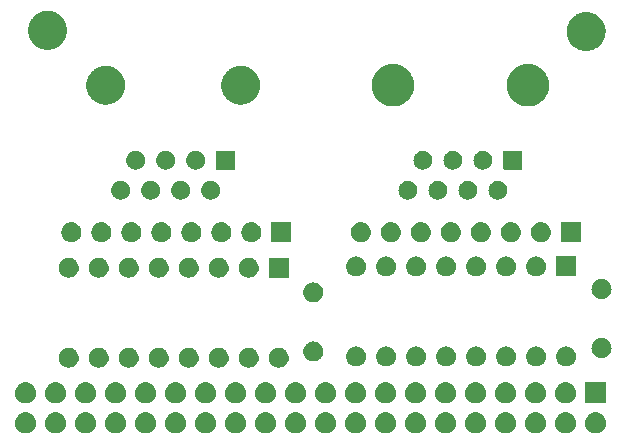
<source format=gbr>
G04 #@! TF.GenerationSoftware,KiCad,Pcbnew,8.0.4*
G04 #@! TF.CreationDate,2024-12-02T02:55:26-05:00*
G04 #@! TF.ProjectId,Quad_Diff_Out,51756164-5f44-4696-9666-5f4f75742e6b,v1*
G04 #@! TF.SameCoordinates,Original*
G04 #@! TF.FileFunction,Soldermask,Bot*
G04 #@! TF.FilePolarity,Negative*
%FSLAX46Y46*%
G04 Gerber Fmt 4.6, Leading zero omitted, Abs format (unit mm)*
G04 Created by KiCad (PCBNEW 8.0.4) date 2024-12-02 02:55:26*
%MOMM*%
%LPD*%
G01*
G04 APERTURE LIST*
G04 APERTURE END LIST*
G36*
X112783983Y-104743936D02*
G01*
X112834180Y-104743936D01*
X112877524Y-104753149D01*
X112915659Y-104756905D01*
X112963566Y-104771437D01*
X113018424Y-104783098D01*
X113053530Y-104798728D01*
X113084566Y-104808143D01*
X113133884Y-104834504D01*
X113190500Y-104859711D01*
X113216822Y-104878835D01*
X113240232Y-104891348D01*
X113287988Y-104930540D01*
X113342887Y-104970427D01*
X113360711Y-104990223D01*
X113376675Y-105003324D01*
X113419572Y-105055594D01*
X113468924Y-105110405D01*
X113479292Y-105128363D01*
X113488651Y-105139767D01*
X113523273Y-105204542D01*
X113563104Y-105273530D01*
X113567685Y-105287630D01*
X113571856Y-105295433D01*
X113594852Y-105371242D01*
X113621311Y-105452672D01*
X113622242Y-105461532D01*
X113623094Y-105464340D01*
X113631384Y-105548513D01*
X113641000Y-105640000D01*
X113631383Y-105731494D01*
X113623094Y-105815659D01*
X113622242Y-105818466D01*
X113621311Y-105827328D01*
X113594848Y-105908771D01*
X113571856Y-105984566D01*
X113567686Y-105992366D01*
X113563104Y-106006470D01*
X113523266Y-106075470D01*
X113488651Y-106140232D01*
X113479294Y-106151633D01*
X113468924Y-106169595D01*
X113419563Y-106224415D01*
X113376675Y-106276675D01*
X113360714Y-106289773D01*
X113342887Y-106309573D01*
X113287977Y-106349467D01*
X113240232Y-106388651D01*
X113216827Y-106401161D01*
X113190500Y-106420289D01*
X113133873Y-106445500D01*
X113084566Y-106471856D01*
X113053537Y-106481268D01*
X113018424Y-106496902D01*
X112963555Y-106508564D01*
X112915659Y-106523094D01*
X112877532Y-106526849D01*
X112834180Y-106536064D01*
X112783973Y-106536064D01*
X112740000Y-106540395D01*
X112696027Y-106536064D01*
X112645820Y-106536064D01*
X112602467Y-106526849D01*
X112564340Y-106523094D01*
X112516441Y-106508563D01*
X112461576Y-106496902D01*
X112426464Y-106481269D01*
X112395433Y-106471856D01*
X112346120Y-106445498D01*
X112289500Y-106420289D01*
X112263175Y-106401163D01*
X112239767Y-106388651D01*
X112192013Y-106349460D01*
X112137113Y-106309573D01*
X112119287Y-106289776D01*
X112103324Y-106276675D01*
X112060425Y-106224402D01*
X112011076Y-106169595D01*
X112000708Y-106151637D01*
X111991348Y-106140232D01*
X111956719Y-106075447D01*
X111916896Y-106006470D01*
X111912315Y-105992371D01*
X111908143Y-105984566D01*
X111885136Y-105908725D01*
X111858689Y-105827328D01*
X111857758Y-105818471D01*
X111856905Y-105815659D01*
X111848600Y-105731342D01*
X111839000Y-105640000D01*
X111848599Y-105548664D01*
X111856905Y-105464340D01*
X111857758Y-105461527D01*
X111858689Y-105452672D01*
X111885132Y-105371288D01*
X111908143Y-105295433D01*
X111912315Y-105287626D01*
X111916896Y-105273530D01*
X111956712Y-105204565D01*
X111991348Y-105139767D01*
X112000710Y-105128359D01*
X112011076Y-105110405D01*
X112060416Y-105055607D01*
X112103324Y-105003324D01*
X112119291Y-104990219D01*
X112137113Y-104970427D01*
X112192002Y-104930546D01*
X112239767Y-104891348D01*
X112263180Y-104878833D01*
X112289500Y-104859711D01*
X112346109Y-104834506D01*
X112395433Y-104808143D01*
X112426471Y-104798727D01*
X112461576Y-104783098D01*
X112516430Y-104771438D01*
X112564340Y-104756905D01*
X112602476Y-104753148D01*
X112645820Y-104743936D01*
X112696016Y-104743936D01*
X112740000Y-104739604D01*
X112783983Y-104743936D01*
G37*
G36*
X115323983Y-104743936D02*
G01*
X115374180Y-104743936D01*
X115417524Y-104753149D01*
X115455659Y-104756905D01*
X115503566Y-104771437D01*
X115558424Y-104783098D01*
X115593530Y-104798728D01*
X115624566Y-104808143D01*
X115673884Y-104834504D01*
X115730500Y-104859711D01*
X115756822Y-104878835D01*
X115780232Y-104891348D01*
X115827988Y-104930540D01*
X115882887Y-104970427D01*
X115900711Y-104990223D01*
X115916675Y-105003324D01*
X115959572Y-105055594D01*
X116008924Y-105110405D01*
X116019292Y-105128363D01*
X116028651Y-105139767D01*
X116063273Y-105204542D01*
X116103104Y-105273530D01*
X116107685Y-105287630D01*
X116111856Y-105295433D01*
X116134852Y-105371242D01*
X116161311Y-105452672D01*
X116162242Y-105461532D01*
X116163094Y-105464340D01*
X116171384Y-105548513D01*
X116181000Y-105640000D01*
X116171383Y-105731494D01*
X116163094Y-105815659D01*
X116162242Y-105818466D01*
X116161311Y-105827328D01*
X116134848Y-105908771D01*
X116111856Y-105984566D01*
X116107686Y-105992366D01*
X116103104Y-106006470D01*
X116063266Y-106075470D01*
X116028651Y-106140232D01*
X116019294Y-106151633D01*
X116008924Y-106169595D01*
X115959563Y-106224415D01*
X115916675Y-106276675D01*
X115900714Y-106289773D01*
X115882887Y-106309573D01*
X115827977Y-106349467D01*
X115780232Y-106388651D01*
X115756827Y-106401161D01*
X115730500Y-106420289D01*
X115673873Y-106445500D01*
X115624566Y-106471856D01*
X115593537Y-106481268D01*
X115558424Y-106496902D01*
X115503555Y-106508564D01*
X115455659Y-106523094D01*
X115417532Y-106526849D01*
X115374180Y-106536064D01*
X115323973Y-106536064D01*
X115280000Y-106540395D01*
X115236027Y-106536064D01*
X115185820Y-106536064D01*
X115142467Y-106526849D01*
X115104340Y-106523094D01*
X115056441Y-106508563D01*
X115001576Y-106496902D01*
X114966464Y-106481269D01*
X114935433Y-106471856D01*
X114886120Y-106445498D01*
X114829500Y-106420289D01*
X114803175Y-106401163D01*
X114779767Y-106388651D01*
X114732013Y-106349460D01*
X114677113Y-106309573D01*
X114659287Y-106289776D01*
X114643324Y-106276675D01*
X114600425Y-106224402D01*
X114551076Y-106169595D01*
X114540708Y-106151637D01*
X114531348Y-106140232D01*
X114496719Y-106075447D01*
X114456896Y-106006470D01*
X114452315Y-105992371D01*
X114448143Y-105984566D01*
X114425136Y-105908725D01*
X114398689Y-105827328D01*
X114397758Y-105818471D01*
X114396905Y-105815659D01*
X114388600Y-105731342D01*
X114379000Y-105640000D01*
X114388599Y-105548664D01*
X114396905Y-105464340D01*
X114397758Y-105461527D01*
X114398689Y-105452672D01*
X114425132Y-105371288D01*
X114448143Y-105295433D01*
X114452315Y-105287626D01*
X114456896Y-105273530D01*
X114496712Y-105204565D01*
X114531348Y-105139767D01*
X114540710Y-105128359D01*
X114551076Y-105110405D01*
X114600416Y-105055607D01*
X114643324Y-105003324D01*
X114659291Y-104990219D01*
X114677113Y-104970427D01*
X114732002Y-104930546D01*
X114779767Y-104891348D01*
X114803180Y-104878833D01*
X114829500Y-104859711D01*
X114886109Y-104834506D01*
X114935433Y-104808143D01*
X114966471Y-104798727D01*
X115001576Y-104783098D01*
X115056430Y-104771438D01*
X115104340Y-104756905D01*
X115142476Y-104753148D01*
X115185820Y-104743936D01*
X115236016Y-104743936D01*
X115280000Y-104739604D01*
X115323983Y-104743936D01*
G37*
G36*
X117863983Y-104743936D02*
G01*
X117914180Y-104743936D01*
X117957524Y-104753149D01*
X117995659Y-104756905D01*
X118043566Y-104771437D01*
X118098424Y-104783098D01*
X118133530Y-104798728D01*
X118164566Y-104808143D01*
X118213884Y-104834504D01*
X118270500Y-104859711D01*
X118296822Y-104878835D01*
X118320232Y-104891348D01*
X118367988Y-104930540D01*
X118422887Y-104970427D01*
X118440711Y-104990223D01*
X118456675Y-105003324D01*
X118499572Y-105055594D01*
X118548924Y-105110405D01*
X118559292Y-105128363D01*
X118568651Y-105139767D01*
X118603273Y-105204542D01*
X118643104Y-105273530D01*
X118647685Y-105287630D01*
X118651856Y-105295433D01*
X118674852Y-105371242D01*
X118701311Y-105452672D01*
X118702242Y-105461532D01*
X118703094Y-105464340D01*
X118711384Y-105548513D01*
X118721000Y-105640000D01*
X118711383Y-105731494D01*
X118703094Y-105815659D01*
X118702242Y-105818466D01*
X118701311Y-105827328D01*
X118674848Y-105908771D01*
X118651856Y-105984566D01*
X118647686Y-105992366D01*
X118643104Y-106006470D01*
X118603266Y-106075470D01*
X118568651Y-106140232D01*
X118559294Y-106151633D01*
X118548924Y-106169595D01*
X118499563Y-106224415D01*
X118456675Y-106276675D01*
X118440714Y-106289773D01*
X118422887Y-106309573D01*
X118367977Y-106349467D01*
X118320232Y-106388651D01*
X118296827Y-106401161D01*
X118270500Y-106420289D01*
X118213873Y-106445500D01*
X118164566Y-106471856D01*
X118133537Y-106481268D01*
X118098424Y-106496902D01*
X118043555Y-106508564D01*
X117995659Y-106523094D01*
X117957532Y-106526849D01*
X117914180Y-106536064D01*
X117863973Y-106536064D01*
X117820000Y-106540395D01*
X117776027Y-106536064D01*
X117725820Y-106536064D01*
X117682467Y-106526849D01*
X117644340Y-106523094D01*
X117596441Y-106508563D01*
X117541576Y-106496902D01*
X117506464Y-106481269D01*
X117475433Y-106471856D01*
X117426120Y-106445498D01*
X117369500Y-106420289D01*
X117343175Y-106401163D01*
X117319767Y-106388651D01*
X117272013Y-106349460D01*
X117217113Y-106309573D01*
X117199287Y-106289776D01*
X117183324Y-106276675D01*
X117140425Y-106224402D01*
X117091076Y-106169595D01*
X117080708Y-106151637D01*
X117071348Y-106140232D01*
X117036719Y-106075447D01*
X116996896Y-106006470D01*
X116992315Y-105992371D01*
X116988143Y-105984566D01*
X116965136Y-105908725D01*
X116938689Y-105827328D01*
X116937758Y-105818471D01*
X116936905Y-105815659D01*
X116928600Y-105731342D01*
X116919000Y-105640000D01*
X116928599Y-105548664D01*
X116936905Y-105464340D01*
X116937758Y-105461527D01*
X116938689Y-105452672D01*
X116965132Y-105371288D01*
X116988143Y-105295433D01*
X116992315Y-105287626D01*
X116996896Y-105273530D01*
X117036712Y-105204565D01*
X117071348Y-105139767D01*
X117080710Y-105128359D01*
X117091076Y-105110405D01*
X117140416Y-105055607D01*
X117183324Y-105003324D01*
X117199291Y-104990219D01*
X117217113Y-104970427D01*
X117272002Y-104930546D01*
X117319767Y-104891348D01*
X117343180Y-104878833D01*
X117369500Y-104859711D01*
X117426109Y-104834506D01*
X117475433Y-104808143D01*
X117506471Y-104798727D01*
X117541576Y-104783098D01*
X117596430Y-104771438D01*
X117644340Y-104756905D01*
X117682476Y-104753148D01*
X117725820Y-104743936D01*
X117776016Y-104743936D01*
X117820000Y-104739604D01*
X117863983Y-104743936D01*
G37*
G36*
X120403983Y-104743936D02*
G01*
X120454180Y-104743936D01*
X120497524Y-104753149D01*
X120535659Y-104756905D01*
X120583566Y-104771437D01*
X120638424Y-104783098D01*
X120673530Y-104798728D01*
X120704566Y-104808143D01*
X120753884Y-104834504D01*
X120810500Y-104859711D01*
X120836822Y-104878835D01*
X120860232Y-104891348D01*
X120907988Y-104930540D01*
X120962887Y-104970427D01*
X120980711Y-104990223D01*
X120996675Y-105003324D01*
X121039572Y-105055594D01*
X121088924Y-105110405D01*
X121099292Y-105128363D01*
X121108651Y-105139767D01*
X121143273Y-105204542D01*
X121183104Y-105273530D01*
X121187685Y-105287630D01*
X121191856Y-105295433D01*
X121214852Y-105371242D01*
X121241311Y-105452672D01*
X121242242Y-105461532D01*
X121243094Y-105464340D01*
X121251384Y-105548513D01*
X121261000Y-105640000D01*
X121251383Y-105731494D01*
X121243094Y-105815659D01*
X121242242Y-105818466D01*
X121241311Y-105827328D01*
X121214848Y-105908771D01*
X121191856Y-105984566D01*
X121187686Y-105992366D01*
X121183104Y-106006470D01*
X121143266Y-106075470D01*
X121108651Y-106140232D01*
X121099294Y-106151633D01*
X121088924Y-106169595D01*
X121039563Y-106224415D01*
X120996675Y-106276675D01*
X120980714Y-106289773D01*
X120962887Y-106309573D01*
X120907977Y-106349467D01*
X120860232Y-106388651D01*
X120836827Y-106401161D01*
X120810500Y-106420289D01*
X120753873Y-106445500D01*
X120704566Y-106471856D01*
X120673537Y-106481268D01*
X120638424Y-106496902D01*
X120583555Y-106508564D01*
X120535659Y-106523094D01*
X120497532Y-106526849D01*
X120454180Y-106536064D01*
X120403973Y-106536064D01*
X120360000Y-106540395D01*
X120316027Y-106536064D01*
X120265820Y-106536064D01*
X120222467Y-106526849D01*
X120184340Y-106523094D01*
X120136441Y-106508563D01*
X120081576Y-106496902D01*
X120046464Y-106481269D01*
X120015433Y-106471856D01*
X119966120Y-106445498D01*
X119909500Y-106420289D01*
X119883175Y-106401163D01*
X119859767Y-106388651D01*
X119812013Y-106349460D01*
X119757113Y-106309573D01*
X119739287Y-106289776D01*
X119723324Y-106276675D01*
X119680425Y-106224402D01*
X119631076Y-106169595D01*
X119620708Y-106151637D01*
X119611348Y-106140232D01*
X119576719Y-106075447D01*
X119536896Y-106006470D01*
X119532315Y-105992371D01*
X119528143Y-105984566D01*
X119505136Y-105908725D01*
X119478689Y-105827328D01*
X119477758Y-105818471D01*
X119476905Y-105815659D01*
X119468600Y-105731342D01*
X119459000Y-105640000D01*
X119468599Y-105548664D01*
X119476905Y-105464340D01*
X119477758Y-105461527D01*
X119478689Y-105452672D01*
X119505132Y-105371288D01*
X119528143Y-105295433D01*
X119532315Y-105287626D01*
X119536896Y-105273530D01*
X119576712Y-105204565D01*
X119611348Y-105139767D01*
X119620710Y-105128359D01*
X119631076Y-105110405D01*
X119680416Y-105055607D01*
X119723324Y-105003324D01*
X119739291Y-104990219D01*
X119757113Y-104970427D01*
X119812002Y-104930546D01*
X119859767Y-104891348D01*
X119883180Y-104878833D01*
X119909500Y-104859711D01*
X119966109Y-104834506D01*
X120015433Y-104808143D01*
X120046471Y-104798727D01*
X120081576Y-104783098D01*
X120136430Y-104771438D01*
X120184340Y-104756905D01*
X120222476Y-104753148D01*
X120265820Y-104743936D01*
X120316016Y-104743936D01*
X120360000Y-104739604D01*
X120403983Y-104743936D01*
G37*
G36*
X122943983Y-104743936D02*
G01*
X122994180Y-104743936D01*
X123037524Y-104753149D01*
X123075659Y-104756905D01*
X123123566Y-104771437D01*
X123178424Y-104783098D01*
X123213530Y-104798728D01*
X123244566Y-104808143D01*
X123293884Y-104834504D01*
X123350500Y-104859711D01*
X123376822Y-104878835D01*
X123400232Y-104891348D01*
X123447988Y-104930540D01*
X123502887Y-104970427D01*
X123520711Y-104990223D01*
X123536675Y-105003324D01*
X123579572Y-105055594D01*
X123628924Y-105110405D01*
X123639292Y-105128363D01*
X123648651Y-105139767D01*
X123683273Y-105204542D01*
X123723104Y-105273530D01*
X123727685Y-105287630D01*
X123731856Y-105295433D01*
X123754852Y-105371242D01*
X123781311Y-105452672D01*
X123782242Y-105461532D01*
X123783094Y-105464340D01*
X123791384Y-105548513D01*
X123801000Y-105640000D01*
X123791383Y-105731494D01*
X123783094Y-105815659D01*
X123782242Y-105818466D01*
X123781311Y-105827328D01*
X123754848Y-105908771D01*
X123731856Y-105984566D01*
X123727686Y-105992366D01*
X123723104Y-106006470D01*
X123683266Y-106075470D01*
X123648651Y-106140232D01*
X123639294Y-106151633D01*
X123628924Y-106169595D01*
X123579563Y-106224415D01*
X123536675Y-106276675D01*
X123520714Y-106289773D01*
X123502887Y-106309573D01*
X123447977Y-106349467D01*
X123400232Y-106388651D01*
X123376827Y-106401161D01*
X123350500Y-106420289D01*
X123293873Y-106445500D01*
X123244566Y-106471856D01*
X123213537Y-106481268D01*
X123178424Y-106496902D01*
X123123555Y-106508564D01*
X123075659Y-106523094D01*
X123037532Y-106526849D01*
X122994180Y-106536064D01*
X122943973Y-106536064D01*
X122900000Y-106540395D01*
X122856027Y-106536064D01*
X122805820Y-106536064D01*
X122762467Y-106526849D01*
X122724340Y-106523094D01*
X122676441Y-106508563D01*
X122621576Y-106496902D01*
X122586464Y-106481269D01*
X122555433Y-106471856D01*
X122506120Y-106445498D01*
X122449500Y-106420289D01*
X122423175Y-106401163D01*
X122399767Y-106388651D01*
X122352013Y-106349460D01*
X122297113Y-106309573D01*
X122279287Y-106289776D01*
X122263324Y-106276675D01*
X122220425Y-106224402D01*
X122171076Y-106169595D01*
X122160708Y-106151637D01*
X122151348Y-106140232D01*
X122116719Y-106075447D01*
X122076896Y-106006470D01*
X122072315Y-105992371D01*
X122068143Y-105984566D01*
X122045136Y-105908725D01*
X122018689Y-105827328D01*
X122017758Y-105818471D01*
X122016905Y-105815659D01*
X122008600Y-105731342D01*
X121999000Y-105640000D01*
X122008599Y-105548664D01*
X122016905Y-105464340D01*
X122017758Y-105461527D01*
X122018689Y-105452672D01*
X122045132Y-105371288D01*
X122068143Y-105295433D01*
X122072315Y-105287626D01*
X122076896Y-105273530D01*
X122116712Y-105204565D01*
X122151348Y-105139767D01*
X122160710Y-105128359D01*
X122171076Y-105110405D01*
X122220416Y-105055607D01*
X122263324Y-105003324D01*
X122279291Y-104990219D01*
X122297113Y-104970427D01*
X122352002Y-104930546D01*
X122399767Y-104891348D01*
X122423180Y-104878833D01*
X122449500Y-104859711D01*
X122506109Y-104834506D01*
X122555433Y-104808143D01*
X122586471Y-104798727D01*
X122621576Y-104783098D01*
X122676430Y-104771438D01*
X122724340Y-104756905D01*
X122762476Y-104753148D01*
X122805820Y-104743936D01*
X122856016Y-104743936D01*
X122900000Y-104739604D01*
X122943983Y-104743936D01*
G37*
G36*
X125483983Y-104743936D02*
G01*
X125534180Y-104743936D01*
X125577524Y-104753149D01*
X125615659Y-104756905D01*
X125663566Y-104771437D01*
X125718424Y-104783098D01*
X125753530Y-104798728D01*
X125784566Y-104808143D01*
X125833884Y-104834504D01*
X125890500Y-104859711D01*
X125916822Y-104878835D01*
X125940232Y-104891348D01*
X125987988Y-104930540D01*
X126042887Y-104970427D01*
X126060711Y-104990223D01*
X126076675Y-105003324D01*
X126119572Y-105055594D01*
X126168924Y-105110405D01*
X126179292Y-105128363D01*
X126188651Y-105139767D01*
X126223273Y-105204542D01*
X126263104Y-105273530D01*
X126267685Y-105287630D01*
X126271856Y-105295433D01*
X126294852Y-105371242D01*
X126321311Y-105452672D01*
X126322242Y-105461532D01*
X126323094Y-105464340D01*
X126331384Y-105548513D01*
X126341000Y-105640000D01*
X126331383Y-105731494D01*
X126323094Y-105815659D01*
X126322242Y-105818466D01*
X126321311Y-105827328D01*
X126294848Y-105908771D01*
X126271856Y-105984566D01*
X126267686Y-105992366D01*
X126263104Y-106006470D01*
X126223266Y-106075470D01*
X126188651Y-106140232D01*
X126179294Y-106151633D01*
X126168924Y-106169595D01*
X126119563Y-106224415D01*
X126076675Y-106276675D01*
X126060714Y-106289773D01*
X126042887Y-106309573D01*
X125987977Y-106349467D01*
X125940232Y-106388651D01*
X125916827Y-106401161D01*
X125890500Y-106420289D01*
X125833873Y-106445500D01*
X125784566Y-106471856D01*
X125753537Y-106481268D01*
X125718424Y-106496902D01*
X125663555Y-106508564D01*
X125615659Y-106523094D01*
X125577532Y-106526849D01*
X125534180Y-106536064D01*
X125483973Y-106536064D01*
X125440000Y-106540395D01*
X125396027Y-106536064D01*
X125345820Y-106536064D01*
X125302467Y-106526849D01*
X125264340Y-106523094D01*
X125216441Y-106508563D01*
X125161576Y-106496902D01*
X125126464Y-106481269D01*
X125095433Y-106471856D01*
X125046120Y-106445498D01*
X124989500Y-106420289D01*
X124963175Y-106401163D01*
X124939767Y-106388651D01*
X124892013Y-106349460D01*
X124837113Y-106309573D01*
X124819287Y-106289776D01*
X124803324Y-106276675D01*
X124760425Y-106224402D01*
X124711076Y-106169595D01*
X124700708Y-106151637D01*
X124691348Y-106140232D01*
X124656719Y-106075447D01*
X124616896Y-106006470D01*
X124612315Y-105992371D01*
X124608143Y-105984566D01*
X124585136Y-105908725D01*
X124558689Y-105827328D01*
X124557758Y-105818471D01*
X124556905Y-105815659D01*
X124548600Y-105731342D01*
X124539000Y-105640000D01*
X124548599Y-105548664D01*
X124556905Y-105464340D01*
X124557758Y-105461527D01*
X124558689Y-105452672D01*
X124585132Y-105371288D01*
X124608143Y-105295433D01*
X124612315Y-105287626D01*
X124616896Y-105273530D01*
X124656712Y-105204565D01*
X124691348Y-105139767D01*
X124700710Y-105128359D01*
X124711076Y-105110405D01*
X124760416Y-105055607D01*
X124803324Y-105003324D01*
X124819291Y-104990219D01*
X124837113Y-104970427D01*
X124892002Y-104930546D01*
X124939767Y-104891348D01*
X124963180Y-104878833D01*
X124989500Y-104859711D01*
X125046109Y-104834506D01*
X125095433Y-104808143D01*
X125126471Y-104798727D01*
X125161576Y-104783098D01*
X125216430Y-104771438D01*
X125264340Y-104756905D01*
X125302476Y-104753148D01*
X125345820Y-104743936D01*
X125396016Y-104743936D01*
X125440000Y-104739604D01*
X125483983Y-104743936D01*
G37*
G36*
X128023983Y-104743936D02*
G01*
X128074180Y-104743936D01*
X128117524Y-104753149D01*
X128155659Y-104756905D01*
X128203566Y-104771437D01*
X128258424Y-104783098D01*
X128293530Y-104798728D01*
X128324566Y-104808143D01*
X128373884Y-104834504D01*
X128430500Y-104859711D01*
X128456822Y-104878835D01*
X128480232Y-104891348D01*
X128527988Y-104930540D01*
X128582887Y-104970427D01*
X128600711Y-104990223D01*
X128616675Y-105003324D01*
X128659572Y-105055594D01*
X128708924Y-105110405D01*
X128719292Y-105128363D01*
X128728651Y-105139767D01*
X128763273Y-105204542D01*
X128803104Y-105273530D01*
X128807685Y-105287630D01*
X128811856Y-105295433D01*
X128834852Y-105371242D01*
X128861311Y-105452672D01*
X128862242Y-105461532D01*
X128863094Y-105464340D01*
X128871384Y-105548513D01*
X128881000Y-105640000D01*
X128871383Y-105731494D01*
X128863094Y-105815659D01*
X128862242Y-105818466D01*
X128861311Y-105827328D01*
X128834848Y-105908771D01*
X128811856Y-105984566D01*
X128807686Y-105992366D01*
X128803104Y-106006470D01*
X128763266Y-106075470D01*
X128728651Y-106140232D01*
X128719294Y-106151633D01*
X128708924Y-106169595D01*
X128659563Y-106224415D01*
X128616675Y-106276675D01*
X128600714Y-106289773D01*
X128582887Y-106309573D01*
X128527977Y-106349467D01*
X128480232Y-106388651D01*
X128456827Y-106401161D01*
X128430500Y-106420289D01*
X128373873Y-106445500D01*
X128324566Y-106471856D01*
X128293537Y-106481268D01*
X128258424Y-106496902D01*
X128203555Y-106508564D01*
X128155659Y-106523094D01*
X128117532Y-106526849D01*
X128074180Y-106536064D01*
X128023973Y-106536064D01*
X127980000Y-106540395D01*
X127936027Y-106536064D01*
X127885820Y-106536064D01*
X127842467Y-106526849D01*
X127804340Y-106523094D01*
X127756441Y-106508563D01*
X127701576Y-106496902D01*
X127666464Y-106481269D01*
X127635433Y-106471856D01*
X127586120Y-106445498D01*
X127529500Y-106420289D01*
X127503175Y-106401163D01*
X127479767Y-106388651D01*
X127432013Y-106349460D01*
X127377113Y-106309573D01*
X127359287Y-106289776D01*
X127343324Y-106276675D01*
X127300425Y-106224402D01*
X127251076Y-106169595D01*
X127240708Y-106151637D01*
X127231348Y-106140232D01*
X127196719Y-106075447D01*
X127156896Y-106006470D01*
X127152315Y-105992371D01*
X127148143Y-105984566D01*
X127125136Y-105908725D01*
X127098689Y-105827328D01*
X127097758Y-105818471D01*
X127096905Y-105815659D01*
X127088600Y-105731342D01*
X127079000Y-105640000D01*
X127088599Y-105548664D01*
X127096905Y-105464340D01*
X127097758Y-105461527D01*
X127098689Y-105452672D01*
X127125132Y-105371288D01*
X127148143Y-105295433D01*
X127152315Y-105287626D01*
X127156896Y-105273530D01*
X127196712Y-105204565D01*
X127231348Y-105139767D01*
X127240710Y-105128359D01*
X127251076Y-105110405D01*
X127300416Y-105055607D01*
X127343324Y-105003324D01*
X127359291Y-104990219D01*
X127377113Y-104970427D01*
X127432002Y-104930546D01*
X127479767Y-104891348D01*
X127503180Y-104878833D01*
X127529500Y-104859711D01*
X127586109Y-104834506D01*
X127635433Y-104808143D01*
X127666471Y-104798727D01*
X127701576Y-104783098D01*
X127756430Y-104771438D01*
X127804340Y-104756905D01*
X127842476Y-104753148D01*
X127885820Y-104743936D01*
X127936016Y-104743936D01*
X127980000Y-104739604D01*
X128023983Y-104743936D01*
G37*
G36*
X130563983Y-104743936D02*
G01*
X130614180Y-104743936D01*
X130657524Y-104753149D01*
X130695659Y-104756905D01*
X130743566Y-104771437D01*
X130798424Y-104783098D01*
X130833530Y-104798728D01*
X130864566Y-104808143D01*
X130913884Y-104834504D01*
X130970500Y-104859711D01*
X130996822Y-104878835D01*
X131020232Y-104891348D01*
X131067988Y-104930540D01*
X131122887Y-104970427D01*
X131140711Y-104990223D01*
X131156675Y-105003324D01*
X131199572Y-105055594D01*
X131248924Y-105110405D01*
X131259292Y-105128363D01*
X131268651Y-105139767D01*
X131303273Y-105204542D01*
X131343104Y-105273530D01*
X131347685Y-105287630D01*
X131351856Y-105295433D01*
X131374852Y-105371242D01*
X131401311Y-105452672D01*
X131402242Y-105461532D01*
X131403094Y-105464340D01*
X131411384Y-105548513D01*
X131421000Y-105640000D01*
X131411383Y-105731494D01*
X131403094Y-105815659D01*
X131402242Y-105818466D01*
X131401311Y-105827328D01*
X131374848Y-105908771D01*
X131351856Y-105984566D01*
X131347686Y-105992366D01*
X131343104Y-106006470D01*
X131303266Y-106075470D01*
X131268651Y-106140232D01*
X131259294Y-106151633D01*
X131248924Y-106169595D01*
X131199563Y-106224415D01*
X131156675Y-106276675D01*
X131140714Y-106289773D01*
X131122887Y-106309573D01*
X131067977Y-106349467D01*
X131020232Y-106388651D01*
X130996827Y-106401161D01*
X130970500Y-106420289D01*
X130913873Y-106445500D01*
X130864566Y-106471856D01*
X130833537Y-106481268D01*
X130798424Y-106496902D01*
X130743555Y-106508564D01*
X130695659Y-106523094D01*
X130657532Y-106526849D01*
X130614180Y-106536064D01*
X130563973Y-106536064D01*
X130520000Y-106540395D01*
X130476027Y-106536064D01*
X130425820Y-106536064D01*
X130382467Y-106526849D01*
X130344340Y-106523094D01*
X130296441Y-106508563D01*
X130241576Y-106496902D01*
X130206464Y-106481269D01*
X130175433Y-106471856D01*
X130126120Y-106445498D01*
X130069500Y-106420289D01*
X130043175Y-106401163D01*
X130019767Y-106388651D01*
X129972013Y-106349460D01*
X129917113Y-106309573D01*
X129899287Y-106289776D01*
X129883324Y-106276675D01*
X129840425Y-106224402D01*
X129791076Y-106169595D01*
X129780708Y-106151637D01*
X129771348Y-106140232D01*
X129736719Y-106075447D01*
X129696896Y-106006470D01*
X129692315Y-105992371D01*
X129688143Y-105984566D01*
X129665136Y-105908725D01*
X129638689Y-105827328D01*
X129637758Y-105818471D01*
X129636905Y-105815659D01*
X129628600Y-105731342D01*
X129619000Y-105640000D01*
X129628599Y-105548664D01*
X129636905Y-105464340D01*
X129637758Y-105461527D01*
X129638689Y-105452672D01*
X129665132Y-105371288D01*
X129688143Y-105295433D01*
X129692315Y-105287626D01*
X129696896Y-105273530D01*
X129736712Y-105204565D01*
X129771348Y-105139767D01*
X129780710Y-105128359D01*
X129791076Y-105110405D01*
X129840416Y-105055607D01*
X129883324Y-105003324D01*
X129899291Y-104990219D01*
X129917113Y-104970427D01*
X129972002Y-104930546D01*
X130019767Y-104891348D01*
X130043180Y-104878833D01*
X130069500Y-104859711D01*
X130126109Y-104834506D01*
X130175433Y-104808143D01*
X130206471Y-104798727D01*
X130241576Y-104783098D01*
X130296430Y-104771438D01*
X130344340Y-104756905D01*
X130382476Y-104753148D01*
X130425820Y-104743936D01*
X130476016Y-104743936D01*
X130520000Y-104739604D01*
X130563983Y-104743936D01*
G37*
G36*
X133103983Y-104743936D02*
G01*
X133154180Y-104743936D01*
X133197524Y-104753149D01*
X133235659Y-104756905D01*
X133283566Y-104771437D01*
X133338424Y-104783098D01*
X133373530Y-104798728D01*
X133404566Y-104808143D01*
X133453884Y-104834504D01*
X133510500Y-104859711D01*
X133536822Y-104878835D01*
X133560232Y-104891348D01*
X133607988Y-104930540D01*
X133662887Y-104970427D01*
X133680711Y-104990223D01*
X133696675Y-105003324D01*
X133739572Y-105055594D01*
X133788924Y-105110405D01*
X133799292Y-105128363D01*
X133808651Y-105139767D01*
X133843273Y-105204542D01*
X133883104Y-105273530D01*
X133887685Y-105287630D01*
X133891856Y-105295433D01*
X133914852Y-105371242D01*
X133941311Y-105452672D01*
X133942242Y-105461532D01*
X133943094Y-105464340D01*
X133951384Y-105548513D01*
X133961000Y-105640000D01*
X133951383Y-105731494D01*
X133943094Y-105815659D01*
X133942242Y-105818466D01*
X133941311Y-105827328D01*
X133914848Y-105908771D01*
X133891856Y-105984566D01*
X133887686Y-105992366D01*
X133883104Y-106006470D01*
X133843266Y-106075470D01*
X133808651Y-106140232D01*
X133799294Y-106151633D01*
X133788924Y-106169595D01*
X133739563Y-106224415D01*
X133696675Y-106276675D01*
X133680714Y-106289773D01*
X133662887Y-106309573D01*
X133607977Y-106349467D01*
X133560232Y-106388651D01*
X133536827Y-106401161D01*
X133510500Y-106420289D01*
X133453873Y-106445500D01*
X133404566Y-106471856D01*
X133373537Y-106481268D01*
X133338424Y-106496902D01*
X133283555Y-106508564D01*
X133235659Y-106523094D01*
X133197532Y-106526849D01*
X133154180Y-106536064D01*
X133103973Y-106536064D01*
X133060000Y-106540395D01*
X133016027Y-106536064D01*
X132965820Y-106536064D01*
X132922467Y-106526849D01*
X132884340Y-106523094D01*
X132836441Y-106508563D01*
X132781576Y-106496902D01*
X132746464Y-106481269D01*
X132715433Y-106471856D01*
X132666120Y-106445498D01*
X132609500Y-106420289D01*
X132583175Y-106401163D01*
X132559767Y-106388651D01*
X132512013Y-106349460D01*
X132457113Y-106309573D01*
X132439287Y-106289776D01*
X132423324Y-106276675D01*
X132380425Y-106224402D01*
X132331076Y-106169595D01*
X132320708Y-106151637D01*
X132311348Y-106140232D01*
X132276719Y-106075447D01*
X132236896Y-106006470D01*
X132232315Y-105992371D01*
X132228143Y-105984566D01*
X132205136Y-105908725D01*
X132178689Y-105827328D01*
X132177758Y-105818471D01*
X132176905Y-105815659D01*
X132168600Y-105731342D01*
X132159000Y-105640000D01*
X132168599Y-105548664D01*
X132176905Y-105464340D01*
X132177758Y-105461527D01*
X132178689Y-105452672D01*
X132205132Y-105371288D01*
X132228143Y-105295433D01*
X132232315Y-105287626D01*
X132236896Y-105273530D01*
X132276712Y-105204565D01*
X132311348Y-105139767D01*
X132320710Y-105128359D01*
X132331076Y-105110405D01*
X132380416Y-105055607D01*
X132423324Y-105003324D01*
X132439291Y-104990219D01*
X132457113Y-104970427D01*
X132512002Y-104930546D01*
X132559767Y-104891348D01*
X132583180Y-104878833D01*
X132609500Y-104859711D01*
X132666109Y-104834506D01*
X132715433Y-104808143D01*
X132746471Y-104798727D01*
X132781576Y-104783098D01*
X132836430Y-104771438D01*
X132884340Y-104756905D01*
X132922476Y-104753148D01*
X132965820Y-104743936D01*
X133016016Y-104743936D01*
X133060000Y-104739604D01*
X133103983Y-104743936D01*
G37*
G36*
X135643983Y-104743936D02*
G01*
X135694180Y-104743936D01*
X135737524Y-104753149D01*
X135775659Y-104756905D01*
X135823566Y-104771437D01*
X135878424Y-104783098D01*
X135913530Y-104798728D01*
X135944566Y-104808143D01*
X135993884Y-104834504D01*
X136050500Y-104859711D01*
X136076822Y-104878835D01*
X136100232Y-104891348D01*
X136147988Y-104930540D01*
X136202887Y-104970427D01*
X136220711Y-104990223D01*
X136236675Y-105003324D01*
X136279572Y-105055594D01*
X136328924Y-105110405D01*
X136339292Y-105128363D01*
X136348651Y-105139767D01*
X136383273Y-105204542D01*
X136423104Y-105273530D01*
X136427685Y-105287630D01*
X136431856Y-105295433D01*
X136454852Y-105371242D01*
X136481311Y-105452672D01*
X136482242Y-105461532D01*
X136483094Y-105464340D01*
X136491384Y-105548513D01*
X136501000Y-105640000D01*
X136491383Y-105731494D01*
X136483094Y-105815659D01*
X136482242Y-105818466D01*
X136481311Y-105827328D01*
X136454848Y-105908771D01*
X136431856Y-105984566D01*
X136427686Y-105992366D01*
X136423104Y-106006470D01*
X136383266Y-106075470D01*
X136348651Y-106140232D01*
X136339294Y-106151633D01*
X136328924Y-106169595D01*
X136279563Y-106224415D01*
X136236675Y-106276675D01*
X136220714Y-106289773D01*
X136202887Y-106309573D01*
X136147977Y-106349467D01*
X136100232Y-106388651D01*
X136076827Y-106401161D01*
X136050500Y-106420289D01*
X135993873Y-106445500D01*
X135944566Y-106471856D01*
X135913537Y-106481268D01*
X135878424Y-106496902D01*
X135823555Y-106508564D01*
X135775659Y-106523094D01*
X135737532Y-106526849D01*
X135694180Y-106536064D01*
X135643973Y-106536064D01*
X135600000Y-106540395D01*
X135556027Y-106536064D01*
X135505820Y-106536064D01*
X135462467Y-106526849D01*
X135424340Y-106523094D01*
X135376441Y-106508563D01*
X135321576Y-106496902D01*
X135286464Y-106481269D01*
X135255433Y-106471856D01*
X135206120Y-106445498D01*
X135149500Y-106420289D01*
X135123175Y-106401163D01*
X135099767Y-106388651D01*
X135052013Y-106349460D01*
X134997113Y-106309573D01*
X134979287Y-106289776D01*
X134963324Y-106276675D01*
X134920425Y-106224402D01*
X134871076Y-106169595D01*
X134860708Y-106151637D01*
X134851348Y-106140232D01*
X134816719Y-106075447D01*
X134776896Y-106006470D01*
X134772315Y-105992371D01*
X134768143Y-105984566D01*
X134745136Y-105908725D01*
X134718689Y-105827328D01*
X134717758Y-105818471D01*
X134716905Y-105815659D01*
X134708600Y-105731342D01*
X134699000Y-105640000D01*
X134708599Y-105548664D01*
X134716905Y-105464340D01*
X134717758Y-105461527D01*
X134718689Y-105452672D01*
X134745132Y-105371288D01*
X134768143Y-105295433D01*
X134772315Y-105287626D01*
X134776896Y-105273530D01*
X134816712Y-105204565D01*
X134851348Y-105139767D01*
X134860710Y-105128359D01*
X134871076Y-105110405D01*
X134920416Y-105055607D01*
X134963324Y-105003324D01*
X134979291Y-104990219D01*
X134997113Y-104970427D01*
X135052002Y-104930546D01*
X135099767Y-104891348D01*
X135123180Y-104878833D01*
X135149500Y-104859711D01*
X135206109Y-104834506D01*
X135255433Y-104808143D01*
X135286471Y-104798727D01*
X135321576Y-104783098D01*
X135376430Y-104771438D01*
X135424340Y-104756905D01*
X135462476Y-104753148D01*
X135505820Y-104743936D01*
X135556016Y-104743936D01*
X135600000Y-104739604D01*
X135643983Y-104743936D01*
G37*
G36*
X138183983Y-104743936D02*
G01*
X138234180Y-104743936D01*
X138277524Y-104753149D01*
X138315659Y-104756905D01*
X138363566Y-104771437D01*
X138418424Y-104783098D01*
X138453530Y-104798728D01*
X138484566Y-104808143D01*
X138533884Y-104834504D01*
X138590500Y-104859711D01*
X138616822Y-104878835D01*
X138640232Y-104891348D01*
X138687988Y-104930540D01*
X138742887Y-104970427D01*
X138760711Y-104990223D01*
X138776675Y-105003324D01*
X138819572Y-105055594D01*
X138868924Y-105110405D01*
X138879292Y-105128363D01*
X138888651Y-105139767D01*
X138923273Y-105204542D01*
X138963104Y-105273530D01*
X138967685Y-105287630D01*
X138971856Y-105295433D01*
X138994852Y-105371242D01*
X139021311Y-105452672D01*
X139022242Y-105461532D01*
X139023094Y-105464340D01*
X139031384Y-105548513D01*
X139041000Y-105640000D01*
X139031383Y-105731494D01*
X139023094Y-105815659D01*
X139022242Y-105818466D01*
X139021311Y-105827328D01*
X138994848Y-105908771D01*
X138971856Y-105984566D01*
X138967686Y-105992366D01*
X138963104Y-106006470D01*
X138923266Y-106075470D01*
X138888651Y-106140232D01*
X138879294Y-106151633D01*
X138868924Y-106169595D01*
X138819563Y-106224415D01*
X138776675Y-106276675D01*
X138760714Y-106289773D01*
X138742887Y-106309573D01*
X138687977Y-106349467D01*
X138640232Y-106388651D01*
X138616827Y-106401161D01*
X138590500Y-106420289D01*
X138533873Y-106445500D01*
X138484566Y-106471856D01*
X138453537Y-106481268D01*
X138418424Y-106496902D01*
X138363555Y-106508564D01*
X138315659Y-106523094D01*
X138277532Y-106526849D01*
X138234180Y-106536064D01*
X138183973Y-106536064D01*
X138140000Y-106540395D01*
X138096027Y-106536064D01*
X138045820Y-106536064D01*
X138002467Y-106526849D01*
X137964340Y-106523094D01*
X137916441Y-106508563D01*
X137861576Y-106496902D01*
X137826464Y-106481269D01*
X137795433Y-106471856D01*
X137746120Y-106445498D01*
X137689500Y-106420289D01*
X137663175Y-106401163D01*
X137639767Y-106388651D01*
X137592013Y-106349460D01*
X137537113Y-106309573D01*
X137519287Y-106289776D01*
X137503324Y-106276675D01*
X137460425Y-106224402D01*
X137411076Y-106169595D01*
X137400708Y-106151637D01*
X137391348Y-106140232D01*
X137356719Y-106075447D01*
X137316896Y-106006470D01*
X137312315Y-105992371D01*
X137308143Y-105984566D01*
X137285136Y-105908725D01*
X137258689Y-105827328D01*
X137257758Y-105818471D01*
X137256905Y-105815659D01*
X137248600Y-105731342D01*
X137239000Y-105640000D01*
X137248599Y-105548664D01*
X137256905Y-105464340D01*
X137257758Y-105461527D01*
X137258689Y-105452672D01*
X137285132Y-105371288D01*
X137308143Y-105295433D01*
X137312315Y-105287626D01*
X137316896Y-105273530D01*
X137356712Y-105204565D01*
X137391348Y-105139767D01*
X137400710Y-105128359D01*
X137411076Y-105110405D01*
X137460416Y-105055607D01*
X137503324Y-105003324D01*
X137519291Y-104990219D01*
X137537113Y-104970427D01*
X137592002Y-104930546D01*
X137639767Y-104891348D01*
X137663180Y-104878833D01*
X137689500Y-104859711D01*
X137746109Y-104834506D01*
X137795433Y-104808143D01*
X137826471Y-104798727D01*
X137861576Y-104783098D01*
X137916430Y-104771438D01*
X137964340Y-104756905D01*
X138002476Y-104753148D01*
X138045820Y-104743936D01*
X138096016Y-104743936D01*
X138140000Y-104739604D01*
X138183983Y-104743936D01*
G37*
G36*
X140723983Y-104743936D02*
G01*
X140774180Y-104743936D01*
X140817524Y-104753149D01*
X140855659Y-104756905D01*
X140903566Y-104771437D01*
X140958424Y-104783098D01*
X140993530Y-104798728D01*
X141024566Y-104808143D01*
X141073884Y-104834504D01*
X141130500Y-104859711D01*
X141156822Y-104878835D01*
X141180232Y-104891348D01*
X141227988Y-104930540D01*
X141282887Y-104970427D01*
X141300711Y-104990223D01*
X141316675Y-105003324D01*
X141359572Y-105055594D01*
X141408924Y-105110405D01*
X141419292Y-105128363D01*
X141428651Y-105139767D01*
X141463273Y-105204542D01*
X141503104Y-105273530D01*
X141507685Y-105287630D01*
X141511856Y-105295433D01*
X141534852Y-105371242D01*
X141561311Y-105452672D01*
X141562242Y-105461532D01*
X141563094Y-105464340D01*
X141571384Y-105548513D01*
X141581000Y-105640000D01*
X141571383Y-105731494D01*
X141563094Y-105815659D01*
X141562242Y-105818466D01*
X141561311Y-105827328D01*
X141534848Y-105908771D01*
X141511856Y-105984566D01*
X141507686Y-105992366D01*
X141503104Y-106006470D01*
X141463266Y-106075470D01*
X141428651Y-106140232D01*
X141419294Y-106151633D01*
X141408924Y-106169595D01*
X141359563Y-106224415D01*
X141316675Y-106276675D01*
X141300714Y-106289773D01*
X141282887Y-106309573D01*
X141227977Y-106349467D01*
X141180232Y-106388651D01*
X141156827Y-106401161D01*
X141130500Y-106420289D01*
X141073873Y-106445500D01*
X141024566Y-106471856D01*
X140993537Y-106481268D01*
X140958424Y-106496902D01*
X140903555Y-106508564D01*
X140855659Y-106523094D01*
X140817532Y-106526849D01*
X140774180Y-106536064D01*
X140723973Y-106536064D01*
X140680000Y-106540395D01*
X140636027Y-106536064D01*
X140585820Y-106536064D01*
X140542467Y-106526849D01*
X140504340Y-106523094D01*
X140456441Y-106508563D01*
X140401576Y-106496902D01*
X140366464Y-106481269D01*
X140335433Y-106471856D01*
X140286120Y-106445498D01*
X140229500Y-106420289D01*
X140203175Y-106401163D01*
X140179767Y-106388651D01*
X140132013Y-106349460D01*
X140077113Y-106309573D01*
X140059287Y-106289776D01*
X140043324Y-106276675D01*
X140000425Y-106224402D01*
X139951076Y-106169595D01*
X139940708Y-106151637D01*
X139931348Y-106140232D01*
X139896719Y-106075447D01*
X139856896Y-106006470D01*
X139852315Y-105992371D01*
X139848143Y-105984566D01*
X139825136Y-105908725D01*
X139798689Y-105827328D01*
X139797758Y-105818471D01*
X139796905Y-105815659D01*
X139788600Y-105731342D01*
X139779000Y-105640000D01*
X139788599Y-105548664D01*
X139796905Y-105464340D01*
X139797758Y-105461527D01*
X139798689Y-105452672D01*
X139825132Y-105371288D01*
X139848143Y-105295433D01*
X139852315Y-105287626D01*
X139856896Y-105273530D01*
X139896712Y-105204565D01*
X139931348Y-105139767D01*
X139940710Y-105128359D01*
X139951076Y-105110405D01*
X140000416Y-105055607D01*
X140043324Y-105003324D01*
X140059291Y-104990219D01*
X140077113Y-104970427D01*
X140132002Y-104930546D01*
X140179767Y-104891348D01*
X140203180Y-104878833D01*
X140229500Y-104859711D01*
X140286109Y-104834506D01*
X140335433Y-104808143D01*
X140366471Y-104798727D01*
X140401576Y-104783098D01*
X140456430Y-104771438D01*
X140504340Y-104756905D01*
X140542476Y-104753148D01*
X140585820Y-104743936D01*
X140636016Y-104743936D01*
X140680000Y-104739604D01*
X140723983Y-104743936D01*
G37*
G36*
X143263983Y-104743936D02*
G01*
X143314180Y-104743936D01*
X143357524Y-104753149D01*
X143395659Y-104756905D01*
X143443566Y-104771437D01*
X143498424Y-104783098D01*
X143533530Y-104798728D01*
X143564566Y-104808143D01*
X143613884Y-104834504D01*
X143670500Y-104859711D01*
X143696822Y-104878835D01*
X143720232Y-104891348D01*
X143767988Y-104930540D01*
X143822887Y-104970427D01*
X143840711Y-104990223D01*
X143856675Y-105003324D01*
X143899572Y-105055594D01*
X143948924Y-105110405D01*
X143959292Y-105128363D01*
X143968651Y-105139767D01*
X144003273Y-105204542D01*
X144043104Y-105273530D01*
X144047685Y-105287630D01*
X144051856Y-105295433D01*
X144074852Y-105371242D01*
X144101311Y-105452672D01*
X144102242Y-105461532D01*
X144103094Y-105464340D01*
X144111384Y-105548513D01*
X144121000Y-105640000D01*
X144111383Y-105731494D01*
X144103094Y-105815659D01*
X144102242Y-105818466D01*
X144101311Y-105827328D01*
X144074848Y-105908771D01*
X144051856Y-105984566D01*
X144047686Y-105992366D01*
X144043104Y-106006470D01*
X144003266Y-106075470D01*
X143968651Y-106140232D01*
X143959294Y-106151633D01*
X143948924Y-106169595D01*
X143899563Y-106224415D01*
X143856675Y-106276675D01*
X143840714Y-106289773D01*
X143822887Y-106309573D01*
X143767977Y-106349467D01*
X143720232Y-106388651D01*
X143696827Y-106401161D01*
X143670500Y-106420289D01*
X143613873Y-106445500D01*
X143564566Y-106471856D01*
X143533537Y-106481268D01*
X143498424Y-106496902D01*
X143443555Y-106508564D01*
X143395659Y-106523094D01*
X143357532Y-106526849D01*
X143314180Y-106536064D01*
X143263973Y-106536064D01*
X143220000Y-106540395D01*
X143176027Y-106536064D01*
X143125820Y-106536064D01*
X143082467Y-106526849D01*
X143044340Y-106523094D01*
X142996441Y-106508563D01*
X142941576Y-106496902D01*
X142906464Y-106481269D01*
X142875433Y-106471856D01*
X142826120Y-106445498D01*
X142769500Y-106420289D01*
X142743175Y-106401163D01*
X142719767Y-106388651D01*
X142672013Y-106349460D01*
X142617113Y-106309573D01*
X142599287Y-106289776D01*
X142583324Y-106276675D01*
X142540425Y-106224402D01*
X142491076Y-106169595D01*
X142480708Y-106151637D01*
X142471348Y-106140232D01*
X142436719Y-106075447D01*
X142396896Y-106006470D01*
X142392315Y-105992371D01*
X142388143Y-105984566D01*
X142365136Y-105908725D01*
X142338689Y-105827328D01*
X142337758Y-105818471D01*
X142336905Y-105815659D01*
X142328600Y-105731342D01*
X142319000Y-105640000D01*
X142328599Y-105548664D01*
X142336905Y-105464340D01*
X142337758Y-105461527D01*
X142338689Y-105452672D01*
X142365132Y-105371288D01*
X142388143Y-105295433D01*
X142392315Y-105287626D01*
X142396896Y-105273530D01*
X142436712Y-105204565D01*
X142471348Y-105139767D01*
X142480710Y-105128359D01*
X142491076Y-105110405D01*
X142540416Y-105055607D01*
X142583324Y-105003324D01*
X142599291Y-104990219D01*
X142617113Y-104970427D01*
X142672002Y-104930546D01*
X142719767Y-104891348D01*
X142743180Y-104878833D01*
X142769500Y-104859711D01*
X142826109Y-104834506D01*
X142875433Y-104808143D01*
X142906471Y-104798727D01*
X142941576Y-104783098D01*
X142996430Y-104771438D01*
X143044340Y-104756905D01*
X143082476Y-104753148D01*
X143125820Y-104743936D01*
X143176016Y-104743936D01*
X143220000Y-104739604D01*
X143263983Y-104743936D01*
G37*
G36*
X145803983Y-104743936D02*
G01*
X145854180Y-104743936D01*
X145897524Y-104753149D01*
X145935659Y-104756905D01*
X145983566Y-104771437D01*
X146038424Y-104783098D01*
X146073530Y-104798728D01*
X146104566Y-104808143D01*
X146153884Y-104834504D01*
X146210500Y-104859711D01*
X146236822Y-104878835D01*
X146260232Y-104891348D01*
X146307988Y-104930540D01*
X146362887Y-104970427D01*
X146380711Y-104990223D01*
X146396675Y-105003324D01*
X146439572Y-105055594D01*
X146488924Y-105110405D01*
X146499292Y-105128363D01*
X146508651Y-105139767D01*
X146543273Y-105204542D01*
X146583104Y-105273530D01*
X146587685Y-105287630D01*
X146591856Y-105295433D01*
X146614852Y-105371242D01*
X146641311Y-105452672D01*
X146642242Y-105461532D01*
X146643094Y-105464340D01*
X146651384Y-105548513D01*
X146661000Y-105640000D01*
X146651383Y-105731494D01*
X146643094Y-105815659D01*
X146642242Y-105818466D01*
X146641311Y-105827328D01*
X146614848Y-105908771D01*
X146591856Y-105984566D01*
X146587686Y-105992366D01*
X146583104Y-106006470D01*
X146543266Y-106075470D01*
X146508651Y-106140232D01*
X146499294Y-106151633D01*
X146488924Y-106169595D01*
X146439563Y-106224415D01*
X146396675Y-106276675D01*
X146380714Y-106289773D01*
X146362887Y-106309573D01*
X146307977Y-106349467D01*
X146260232Y-106388651D01*
X146236827Y-106401161D01*
X146210500Y-106420289D01*
X146153873Y-106445500D01*
X146104566Y-106471856D01*
X146073537Y-106481268D01*
X146038424Y-106496902D01*
X145983555Y-106508564D01*
X145935659Y-106523094D01*
X145897532Y-106526849D01*
X145854180Y-106536064D01*
X145803973Y-106536064D01*
X145760000Y-106540395D01*
X145716027Y-106536064D01*
X145665820Y-106536064D01*
X145622467Y-106526849D01*
X145584340Y-106523094D01*
X145536441Y-106508563D01*
X145481576Y-106496902D01*
X145446464Y-106481269D01*
X145415433Y-106471856D01*
X145366120Y-106445498D01*
X145309500Y-106420289D01*
X145283175Y-106401163D01*
X145259767Y-106388651D01*
X145212013Y-106349460D01*
X145157113Y-106309573D01*
X145139287Y-106289776D01*
X145123324Y-106276675D01*
X145080425Y-106224402D01*
X145031076Y-106169595D01*
X145020708Y-106151637D01*
X145011348Y-106140232D01*
X144976719Y-106075447D01*
X144936896Y-106006470D01*
X144932315Y-105992371D01*
X144928143Y-105984566D01*
X144905136Y-105908725D01*
X144878689Y-105827328D01*
X144877758Y-105818471D01*
X144876905Y-105815659D01*
X144868600Y-105731342D01*
X144859000Y-105640000D01*
X144868599Y-105548664D01*
X144876905Y-105464340D01*
X144877758Y-105461527D01*
X144878689Y-105452672D01*
X144905132Y-105371288D01*
X144928143Y-105295433D01*
X144932315Y-105287626D01*
X144936896Y-105273530D01*
X144976712Y-105204565D01*
X145011348Y-105139767D01*
X145020710Y-105128359D01*
X145031076Y-105110405D01*
X145080416Y-105055607D01*
X145123324Y-105003324D01*
X145139291Y-104990219D01*
X145157113Y-104970427D01*
X145212002Y-104930546D01*
X145259767Y-104891348D01*
X145283180Y-104878833D01*
X145309500Y-104859711D01*
X145366109Y-104834506D01*
X145415433Y-104808143D01*
X145446471Y-104798727D01*
X145481576Y-104783098D01*
X145536430Y-104771438D01*
X145584340Y-104756905D01*
X145622476Y-104753148D01*
X145665820Y-104743936D01*
X145716016Y-104743936D01*
X145760000Y-104739604D01*
X145803983Y-104743936D01*
G37*
G36*
X148343983Y-104743936D02*
G01*
X148394180Y-104743936D01*
X148437524Y-104753149D01*
X148475659Y-104756905D01*
X148523566Y-104771437D01*
X148578424Y-104783098D01*
X148613530Y-104798728D01*
X148644566Y-104808143D01*
X148693884Y-104834504D01*
X148750500Y-104859711D01*
X148776822Y-104878835D01*
X148800232Y-104891348D01*
X148847988Y-104930540D01*
X148902887Y-104970427D01*
X148920711Y-104990223D01*
X148936675Y-105003324D01*
X148979572Y-105055594D01*
X149028924Y-105110405D01*
X149039292Y-105128363D01*
X149048651Y-105139767D01*
X149083273Y-105204542D01*
X149123104Y-105273530D01*
X149127685Y-105287630D01*
X149131856Y-105295433D01*
X149154852Y-105371242D01*
X149181311Y-105452672D01*
X149182242Y-105461532D01*
X149183094Y-105464340D01*
X149191384Y-105548513D01*
X149201000Y-105640000D01*
X149191383Y-105731494D01*
X149183094Y-105815659D01*
X149182242Y-105818466D01*
X149181311Y-105827328D01*
X149154848Y-105908771D01*
X149131856Y-105984566D01*
X149127686Y-105992366D01*
X149123104Y-106006470D01*
X149083266Y-106075470D01*
X149048651Y-106140232D01*
X149039294Y-106151633D01*
X149028924Y-106169595D01*
X148979563Y-106224415D01*
X148936675Y-106276675D01*
X148920714Y-106289773D01*
X148902887Y-106309573D01*
X148847977Y-106349467D01*
X148800232Y-106388651D01*
X148776827Y-106401161D01*
X148750500Y-106420289D01*
X148693873Y-106445500D01*
X148644566Y-106471856D01*
X148613537Y-106481268D01*
X148578424Y-106496902D01*
X148523555Y-106508564D01*
X148475659Y-106523094D01*
X148437532Y-106526849D01*
X148394180Y-106536064D01*
X148343973Y-106536064D01*
X148300000Y-106540395D01*
X148256027Y-106536064D01*
X148205820Y-106536064D01*
X148162467Y-106526849D01*
X148124340Y-106523094D01*
X148076441Y-106508563D01*
X148021576Y-106496902D01*
X147986464Y-106481269D01*
X147955433Y-106471856D01*
X147906120Y-106445498D01*
X147849500Y-106420289D01*
X147823175Y-106401163D01*
X147799767Y-106388651D01*
X147752013Y-106349460D01*
X147697113Y-106309573D01*
X147679287Y-106289776D01*
X147663324Y-106276675D01*
X147620425Y-106224402D01*
X147571076Y-106169595D01*
X147560708Y-106151637D01*
X147551348Y-106140232D01*
X147516719Y-106075447D01*
X147476896Y-106006470D01*
X147472315Y-105992371D01*
X147468143Y-105984566D01*
X147445136Y-105908725D01*
X147418689Y-105827328D01*
X147417758Y-105818471D01*
X147416905Y-105815659D01*
X147408600Y-105731342D01*
X147399000Y-105640000D01*
X147408599Y-105548664D01*
X147416905Y-105464340D01*
X147417758Y-105461527D01*
X147418689Y-105452672D01*
X147445132Y-105371288D01*
X147468143Y-105295433D01*
X147472315Y-105287626D01*
X147476896Y-105273530D01*
X147516712Y-105204565D01*
X147551348Y-105139767D01*
X147560710Y-105128359D01*
X147571076Y-105110405D01*
X147620416Y-105055607D01*
X147663324Y-105003324D01*
X147679291Y-104990219D01*
X147697113Y-104970427D01*
X147752002Y-104930546D01*
X147799767Y-104891348D01*
X147823180Y-104878833D01*
X147849500Y-104859711D01*
X147906109Y-104834506D01*
X147955433Y-104808143D01*
X147986471Y-104798727D01*
X148021576Y-104783098D01*
X148076430Y-104771438D01*
X148124340Y-104756905D01*
X148162476Y-104753148D01*
X148205820Y-104743936D01*
X148256016Y-104743936D01*
X148300000Y-104739604D01*
X148343983Y-104743936D01*
G37*
G36*
X150883983Y-104743936D02*
G01*
X150934180Y-104743936D01*
X150977524Y-104753149D01*
X151015659Y-104756905D01*
X151063566Y-104771437D01*
X151118424Y-104783098D01*
X151153530Y-104798728D01*
X151184566Y-104808143D01*
X151233884Y-104834504D01*
X151290500Y-104859711D01*
X151316822Y-104878835D01*
X151340232Y-104891348D01*
X151387988Y-104930540D01*
X151442887Y-104970427D01*
X151460711Y-104990223D01*
X151476675Y-105003324D01*
X151519572Y-105055594D01*
X151568924Y-105110405D01*
X151579292Y-105128363D01*
X151588651Y-105139767D01*
X151623273Y-105204542D01*
X151663104Y-105273530D01*
X151667685Y-105287630D01*
X151671856Y-105295433D01*
X151694852Y-105371242D01*
X151721311Y-105452672D01*
X151722242Y-105461532D01*
X151723094Y-105464340D01*
X151731384Y-105548513D01*
X151741000Y-105640000D01*
X151731383Y-105731494D01*
X151723094Y-105815659D01*
X151722242Y-105818466D01*
X151721311Y-105827328D01*
X151694848Y-105908771D01*
X151671856Y-105984566D01*
X151667686Y-105992366D01*
X151663104Y-106006470D01*
X151623266Y-106075470D01*
X151588651Y-106140232D01*
X151579294Y-106151633D01*
X151568924Y-106169595D01*
X151519563Y-106224415D01*
X151476675Y-106276675D01*
X151460714Y-106289773D01*
X151442887Y-106309573D01*
X151387977Y-106349467D01*
X151340232Y-106388651D01*
X151316827Y-106401161D01*
X151290500Y-106420289D01*
X151233873Y-106445500D01*
X151184566Y-106471856D01*
X151153537Y-106481268D01*
X151118424Y-106496902D01*
X151063555Y-106508564D01*
X151015659Y-106523094D01*
X150977532Y-106526849D01*
X150934180Y-106536064D01*
X150883973Y-106536064D01*
X150840000Y-106540395D01*
X150796027Y-106536064D01*
X150745820Y-106536064D01*
X150702467Y-106526849D01*
X150664340Y-106523094D01*
X150616441Y-106508563D01*
X150561576Y-106496902D01*
X150526464Y-106481269D01*
X150495433Y-106471856D01*
X150446120Y-106445498D01*
X150389500Y-106420289D01*
X150363175Y-106401163D01*
X150339767Y-106388651D01*
X150292013Y-106349460D01*
X150237113Y-106309573D01*
X150219287Y-106289776D01*
X150203324Y-106276675D01*
X150160425Y-106224402D01*
X150111076Y-106169595D01*
X150100708Y-106151637D01*
X150091348Y-106140232D01*
X150056719Y-106075447D01*
X150016896Y-106006470D01*
X150012315Y-105992371D01*
X150008143Y-105984566D01*
X149985136Y-105908725D01*
X149958689Y-105827328D01*
X149957758Y-105818471D01*
X149956905Y-105815659D01*
X149948600Y-105731342D01*
X149939000Y-105640000D01*
X149948599Y-105548664D01*
X149956905Y-105464340D01*
X149957758Y-105461527D01*
X149958689Y-105452672D01*
X149985132Y-105371288D01*
X150008143Y-105295433D01*
X150012315Y-105287626D01*
X150016896Y-105273530D01*
X150056712Y-105204565D01*
X150091348Y-105139767D01*
X150100710Y-105128359D01*
X150111076Y-105110405D01*
X150160416Y-105055607D01*
X150203324Y-105003324D01*
X150219291Y-104990219D01*
X150237113Y-104970427D01*
X150292002Y-104930546D01*
X150339767Y-104891348D01*
X150363180Y-104878833D01*
X150389500Y-104859711D01*
X150446109Y-104834506D01*
X150495433Y-104808143D01*
X150526471Y-104798727D01*
X150561576Y-104783098D01*
X150616430Y-104771438D01*
X150664340Y-104756905D01*
X150702476Y-104753148D01*
X150745820Y-104743936D01*
X150796016Y-104743936D01*
X150840000Y-104739604D01*
X150883983Y-104743936D01*
G37*
G36*
X153423983Y-104743936D02*
G01*
X153474180Y-104743936D01*
X153517524Y-104753149D01*
X153555659Y-104756905D01*
X153603566Y-104771437D01*
X153658424Y-104783098D01*
X153693530Y-104798728D01*
X153724566Y-104808143D01*
X153773884Y-104834504D01*
X153830500Y-104859711D01*
X153856822Y-104878835D01*
X153880232Y-104891348D01*
X153927988Y-104930540D01*
X153982887Y-104970427D01*
X154000711Y-104990223D01*
X154016675Y-105003324D01*
X154059572Y-105055594D01*
X154108924Y-105110405D01*
X154119292Y-105128363D01*
X154128651Y-105139767D01*
X154163273Y-105204542D01*
X154203104Y-105273530D01*
X154207685Y-105287630D01*
X154211856Y-105295433D01*
X154234852Y-105371242D01*
X154261311Y-105452672D01*
X154262242Y-105461532D01*
X154263094Y-105464340D01*
X154271384Y-105548513D01*
X154281000Y-105640000D01*
X154271383Y-105731494D01*
X154263094Y-105815659D01*
X154262242Y-105818466D01*
X154261311Y-105827328D01*
X154234848Y-105908771D01*
X154211856Y-105984566D01*
X154207686Y-105992366D01*
X154203104Y-106006470D01*
X154163266Y-106075470D01*
X154128651Y-106140232D01*
X154119294Y-106151633D01*
X154108924Y-106169595D01*
X154059563Y-106224415D01*
X154016675Y-106276675D01*
X154000714Y-106289773D01*
X153982887Y-106309573D01*
X153927977Y-106349467D01*
X153880232Y-106388651D01*
X153856827Y-106401161D01*
X153830500Y-106420289D01*
X153773873Y-106445500D01*
X153724566Y-106471856D01*
X153693537Y-106481268D01*
X153658424Y-106496902D01*
X153603555Y-106508564D01*
X153555659Y-106523094D01*
X153517532Y-106526849D01*
X153474180Y-106536064D01*
X153423973Y-106536064D01*
X153380000Y-106540395D01*
X153336027Y-106536064D01*
X153285820Y-106536064D01*
X153242467Y-106526849D01*
X153204340Y-106523094D01*
X153156441Y-106508563D01*
X153101576Y-106496902D01*
X153066464Y-106481269D01*
X153035433Y-106471856D01*
X152986120Y-106445498D01*
X152929500Y-106420289D01*
X152903175Y-106401163D01*
X152879767Y-106388651D01*
X152832013Y-106349460D01*
X152777113Y-106309573D01*
X152759287Y-106289776D01*
X152743324Y-106276675D01*
X152700425Y-106224402D01*
X152651076Y-106169595D01*
X152640708Y-106151637D01*
X152631348Y-106140232D01*
X152596719Y-106075447D01*
X152556896Y-106006470D01*
X152552315Y-105992371D01*
X152548143Y-105984566D01*
X152525136Y-105908725D01*
X152498689Y-105827328D01*
X152497758Y-105818471D01*
X152496905Y-105815659D01*
X152488600Y-105731342D01*
X152479000Y-105640000D01*
X152488599Y-105548664D01*
X152496905Y-105464340D01*
X152497758Y-105461527D01*
X152498689Y-105452672D01*
X152525132Y-105371288D01*
X152548143Y-105295433D01*
X152552315Y-105287626D01*
X152556896Y-105273530D01*
X152596712Y-105204565D01*
X152631348Y-105139767D01*
X152640710Y-105128359D01*
X152651076Y-105110405D01*
X152700416Y-105055607D01*
X152743324Y-105003324D01*
X152759291Y-104990219D01*
X152777113Y-104970427D01*
X152832002Y-104930546D01*
X152879767Y-104891348D01*
X152903180Y-104878833D01*
X152929500Y-104859711D01*
X152986109Y-104834506D01*
X153035433Y-104808143D01*
X153066471Y-104798727D01*
X153101576Y-104783098D01*
X153156430Y-104771438D01*
X153204340Y-104756905D01*
X153242476Y-104753148D01*
X153285820Y-104743936D01*
X153336016Y-104743936D01*
X153380000Y-104739604D01*
X153423983Y-104743936D01*
G37*
G36*
X155963983Y-104743936D02*
G01*
X156014180Y-104743936D01*
X156057524Y-104753149D01*
X156095659Y-104756905D01*
X156143566Y-104771437D01*
X156198424Y-104783098D01*
X156233530Y-104798728D01*
X156264566Y-104808143D01*
X156313884Y-104834504D01*
X156370500Y-104859711D01*
X156396822Y-104878835D01*
X156420232Y-104891348D01*
X156467988Y-104930540D01*
X156522887Y-104970427D01*
X156540711Y-104990223D01*
X156556675Y-105003324D01*
X156599572Y-105055594D01*
X156648924Y-105110405D01*
X156659292Y-105128363D01*
X156668651Y-105139767D01*
X156703273Y-105204542D01*
X156743104Y-105273530D01*
X156747685Y-105287630D01*
X156751856Y-105295433D01*
X156774852Y-105371242D01*
X156801311Y-105452672D01*
X156802242Y-105461532D01*
X156803094Y-105464340D01*
X156811384Y-105548513D01*
X156821000Y-105640000D01*
X156811383Y-105731494D01*
X156803094Y-105815659D01*
X156802242Y-105818466D01*
X156801311Y-105827328D01*
X156774848Y-105908771D01*
X156751856Y-105984566D01*
X156747686Y-105992366D01*
X156743104Y-106006470D01*
X156703266Y-106075470D01*
X156668651Y-106140232D01*
X156659294Y-106151633D01*
X156648924Y-106169595D01*
X156599563Y-106224415D01*
X156556675Y-106276675D01*
X156540714Y-106289773D01*
X156522887Y-106309573D01*
X156467977Y-106349467D01*
X156420232Y-106388651D01*
X156396827Y-106401161D01*
X156370500Y-106420289D01*
X156313873Y-106445500D01*
X156264566Y-106471856D01*
X156233537Y-106481268D01*
X156198424Y-106496902D01*
X156143555Y-106508564D01*
X156095659Y-106523094D01*
X156057532Y-106526849D01*
X156014180Y-106536064D01*
X155963973Y-106536064D01*
X155920000Y-106540395D01*
X155876027Y-106536064D01*
X155825820Y-106536064D01*
X155782467Y-106526849D01*
X155744340Y-106523094D01*
X155696441Y-106508563D01*
X155641576Y-106496902D01*
X155606464Y-106481269D01*
X155575433Y-106471856D01*
X155526120Y-106445498D01*
X155469500Y-106420289D01*
X155443175Y-106401163D01*
X155419767Y-106388651D01*
X155372013Y-106349460D01*
X155317113Y-106309573D01*
X155299287Y-106289776D01*
X155283324Y-106276675D01*
X155240425Y-106224402D01*
X155191076Y-106169595D01*
X155180708Y-106151637D01*
X155171348Y-106140232D01*
X155136719Y-106075447D01*
X155096896Y-106006470D01*
X155092315Y-105992371D01*
X155088143Y-105984566D01*
X155065136Y-105908725D01*
X155038689Y-105827328D01*
X155037758Y-105818471D01*
X155036905Y-105815659D01*
X155028600Y-105731342D01*
X155019000Y-105640000D01*
X155028599Y-105548664D01*
X155036905Y-105464340D01*
X155037758Y-105461527D01*
X155038689Y-105452672D01*
X155065132Y-105371288D01*
X155088143Y-105295433D01*
X155092315Y-105287626D01*
X155096896Y-105273530D01*
X155136712Y-105204565D01*
X155171348Y-105139767D01*
X155180710Y-105128359D01*
X155191076Y-105110405D01*
X155240416Y-105055607D01*
X155283324Y-105003324D01*
X155299291Y-104990219D01*
X155317113Y-104970427D01*
X155372002Y-104930546D01*
X155419767Y-104891348D01*
X155443180Y-104878833D01*
X155469500Y-104859711D01*
X155526109Y-104834506D01*
X155575433Y-104808143D01*
X155606471Y-104798727D01*
X155641576Y-104783098D01*
X155696430Y-104771438D01*
X155744340Y-104756905D01*
X155782476Y-104753148D01*
X155825820Y-104743936D01*
X155876016Y-104743936D01*
X155920000Y-104739604D01*
X155963983Y-104743936D01*
G37*
G36*
X158503983Y-104743936D02*
G01*
X158554180Y-104743936D01*
X158597524Y-104753149D01*
X158635659Y-104756905D01*
X158683566Y-104771437D01*
X158738424Y-104783098D01*
X158773530Y-104798728D01*
X158804566Y-104808143D01*
X158853884Y-104834504D01*
X158910500Y-104859711D01*
X158936822Y-104878835D01*
X158960232Y-104891348D01*
X159007988Y-104930540D01*
X159062887Y-104970427D01*
X159080711Y-104990223D01*
X159096675Y-105003324D01*
X159139572Y-105055594D01*
X159188924Y-105110405D01*
X159199292Y-105128363D01*
X159208651Y-105139767D01*
X159243273Y-105204542D01*
X159283104Y-105273530D01*
X159287685Y-105287630D01*
X159291856Y-105295433D01*
X159314852Y-105371242D01*
X159341311Y-105452672D01*
X159342242Y-105461532D01*
X159343094Y-105464340D01*
X159351384Y-105548513D01*
X159361000Y-105640000D01*
X159351383Y-105731494D01*
X159343094Y-105815659D01*
X159342242Y-105818466D01*
X159341311Y-105827328D01*
X159314848Y-105908771D01*
X159291856Y-105984566D01*
X159287686Y-105992366D01*
X159283104Y-106006470D01*
X159243266Y-106075470D01*
X159208651Y-106140232D01*
X159199294Y-106151633D01*
X159188924Y-106169595D01*
X159139563Y-106224415D01*
X159096675Y-106276675D01*
X159080714Y-106289773D01*
X159062887Y-106309573D01*
X159007977Y-106349467D01*
X158960232Y-106388651D01*
X158936827Y-106401161D01*
X158910500Y-106420289D01*
X158853873Y-106445500D01*
X158804566Y-106471856D01*
X158773537Y-106481268D01*
X158738424Y-106496902D01*
X158683555Y-106508564D01*
X158635659Y-106523094D01*
X158597532Y-106526849D01*
X158554180Y-106536064D01*
X158503973Y-106536064D01*
X158460000Y-106540395D01*
X158416027Y-106536064D01*
X158365820Y-106536064D01*
X158322467Y-106526849D01*
X158284340Y-106523094D01*
X158236441Y-106508563D01*
X158181576Y-106496902D01*
X158146464Y-106481269D01*
X158115433Y-106471856D01*
X158066120Y-106445498D01*
X158009500Y-106420289D01*
X157983175Y-106401163D01*
X157959767Y-106388651D01*
X157912013Y-106349460D01*
X157857113Y-106309573D01*
X157839287Y-106289776D01*
X157823324Y-106276675D01*
X157780425Y-106224402D01*
X157731076Y-106169595D01*
X157720708Y-106151637D01*
X157711348Y-106140232D01*
X157676719Y-106075447D01*
X157636896Y-106006470D01*
X157632315Y-105992371D01*
X157628143Y-105984566D01*
X157605136Y-105908725D01*
X157578689Y-105827328D01*
X157577758Y-105818471D01*
X157576905Y-105815659D01*
X157568600Y-105731342D01*
X157559000Y-105640000D01*
X157568599Y-105548664D01*
X157576905Y-105464340D01*
X157577758Y-105461527D01*
X157578689Y-105452672D01*
X157605132Y-105371288D01*
X157628143Y-105295433D01*
X157632315Y-105287626D01*
X157636896Y-105273530D01*
X157676712Y-105204565D01*
X157711348Y-105139767D01*
X157720710Y-105128359D01*
X157731076Y-105110405D01*
X157780416Y-105055607D01*
X157823324Y-105003324D01*
X157839291Y-104990219D01*
X157857113Y-104970427D01*
X157912002Y-104930546D01*
X157959767Y-104891348D01*
X157983180Y-104878833D01*
X158009500Y-104859711D01*
X158066109Y-104834506D01*
X158115433Y-104808143D01*
X158146471Y-104798727D01*
X158181576Y-104783098D01*
X158236430Y-104771438D01*
X158284340Y-104756905D01*
X158322476Y-104753148D01*
X158365820Y-104743936D01*
X158416016Y-104743936D01*
X158460000Y-104739604D01*
X158503983Y-104743936D01*
G37*
G36*
X161043983Y-104743936D02*
G01*
X161094180Y-104743936D01*
X161137524Y-104753149D01*
X161175659Y-104756905D01*
X161223566Y-104771437D01*
X161278424Y-104783098D01*
X161313530Y-104798728D01*
X161344566Y-104808143D01*
X161393884Y-104834504D01*
X161450500Y-104859711D01*
X161476822Y-104878835D01*
X161500232Y-104891348D01*
X161547988Y-104930540D01*
X161602887Y-104970427D01*
X161620711Y-104990223D01*
X161636675Y-105003324D01*
X161679572Y-105055594D01*
X161728924Y-105110405D01*
X161739292Y-105128363D01*
X161748651Y-105139767D01*
X161783273Y-105204542D01*
X161823104Y-105273530D01*
X161827685Y-105287630D01*
X161831856Y-105295433D01*
X161854852Y-105371242D01*
X161881311Y-105452672D01*
X161882242Y-105461532D01*
X161883094Y-105464340D01*
X161891384Y-105548513D01*
X161901000Y-105640000D01*
X161891383Y-105731494D01*
X161883094Y-105815659D01*
X161882242Y-105818466D01*
X161881311Y-105827328D01*
X161854848Y-105908771D01*
X161831856Y-105984566D01*
X161827686Y-105992366D01*
X161823104Y-106006470D01*
X161783266Y-106075470D01*
X161748651Y-106140232D01*
X161739294Y-106151633D01*
X161728924Y-106169595D01*
X161679563Y-106224415D01*
X161636675Y-106276675D01*
X161620714Y-106289773D01*
X161602887Y-106309573D01*
X161547977Y-106349467D01*
X161500232Y-106388651D01*
X161476827Y-106401161D01*
X161450500Y-106420289D01*
X161393873Y-106445500D01*
X161344566Y-106471856D01*
X161313537Y-106481268D01*
X161278424Y-106496902D01*
X161223555Y-106508564D01*
X161175659Y-106523094D01*
X161137532Y-106526849D01*
X161094180Y-106536064D01*
X161043973Y-106536064D01*
X161000000Y-106540395D01*
X160956027Y-106536064D01*
X160905820Y-106536064D01*
X160862467Y-106526849D01*
X160824340Y-106523094D01*
X160776441Y-106508563D01*
X160721576Y-106496902D01*
X160686464Y-106481269D01*
X160655433Y-106471856D01*
X160606120Y-106445498D01*
X160549500Y-106420289D01*
X160523175Y-106401163D01*
X160499767Y-106388651D01*
X160452013Y-106349460D01*
X160397113Y-106309573D01*
X160379287Y-106289776D01*
X160363324Y-106276675D01*
X160320425Y-106224402D01*
X160271076Y-106169595D01*
X160260708Y-106151637D01*
X160251348Y-106140232D01*
X160216719Y-106075447D01*
X160176896Y-106006470D01*
X160172315Y-105992371D01*
X160168143Y-105984566D01*
X160145136Y-105908725D01*
X160118689Y-105827328D01*
X160117758Y-105818471D01*
X160116905Y-105815659D01*
X160108600Y-105731342D01*
X160099000Y-105640000D01*
X160108599Y-105548664D01*
X160116905Y-105464340D01*
X160117758Y-105461527D01*
X160118689Y-105452672D01*
X160145132Y-105371288D01*
X160168143Y-105295433D01*
X160172315Y-105287626D01*
X160176896Y-105273530D01*
X160216712Y-105204565D01*
X160251348Y-105139767D01*
X160260710Y-105128359D01*
X160271076Y-105110405D01*
X160320416Y-105055607D01*
X160363324Y-105003324D01*
X160379291Y-104990219D01*
X160397113Y-104970427D01*
X160452002Y-104930546D01*
X160499767Y-104891348D01*
X160523180Y-104878833D01*
X160549500Y-104859711D01*
X160606109Y-104834506D01*
X160655433Y-104808143D01*
X160686471Y-104798727D01*
X160721576Y-104783098D01*
X160776430Y-104771438D01*
X160824340Y-104756905D01*
X160862476Y-104753148D01*
X160905820Y-104743936D01*
X160956016Y-104743936D01*
X161000000Y-104739604D01*
X161043983Y-104743936D01*
G37*
G36*
X161869517Y-102202882D02*
G01*
X161886062Y-102213938D01*
X161897118Y-102230483D01*
X161901000Y-102250000D01*
X161901000Y-103950000D01*
X161897118Y-103969517D01*
X161886062Y-103986062D01*
X161869517Y-103997118D01*
X161850000Y-104001000D01*
X160150000Y-104001000D01*
X160130483Y-103997118D01*
X160113938Y-103986062D01*
X160102882Y-103969517D01*
X160099000Y-103950000D01*
X160099000Y-102250000D01*
X160102882Y-102230483D01*
X160113938Y-102213938D01*
X160130483Y-102202882D01*
X160150000Y-102199000D01*
X161850000Y-102199000D01*
X161869517Y-102202882D01*
G37*
G36*
X112783983Y-102203936D02*
G01*
X112834180Y-102203936D01*
X112877524Y-102213149D01*
X112915659Y-102216905D01*
X112963566Y-102231437D01*
X113018424Y-102243098D01*
X113053530Y-102258728D01*
X113084566Y-102268143D01*
X113133884Y-102294504D01*
X113190500Y-102319711D01*
X113216822Y-102338835D01*
X113240232Y-102351348D01*
X113287988Y-102390540D01*
X113342887Y-102430427D01*
X113360711Y-102450223D01*
X113376675Y-102463324D01*
X113419572Y-102515594D01*
X113468924Y-102570405D01*
X113479292Y-102588363D01*
X113488651Y-102599767D01*
X113523273Y-102664542D01*
X113563104Y-102733530D01*
X113567685Y-102747630D01*
X113571856Y-102755433D01*
X113594852Y-102831242D01*
X113621311Y-102912672D01*
X113622242Y-102921532D01*
X113623094Y-102924340D01*
X113631384Y-103008513D01*
X113641000Y-103100000D01*
X113631383Y-103191494D01*
X113623094Y-103275659D01*
X113622242Y-103278466D01*
X113621311Y-103287328D01*
X113594848Y-103368771D01*
X113571856Y-103444566D01*
X113567686Y-103452366D01*
X113563104Y-103466470D01*
X113523266Y-103535470D01*
X113488651Y-103600232D01*
X113479294Y-103611633D01*
X113468924Y-103629595D01*
X113419563Y-103684415D01*
X113376675Y-103736675D01*
X113360714Y-103749773D01*
X113342887Y-103769573D01*
X113287977Y-103809467D01*
X113240232Y-103848651D01*
X113216827Y-103861161D01*
X113190500Y-103880289D01*
X113133873Y-103905500D01*
X113084566Y-103931856D01*
X113053537Y-103941268D01*
X113018424Y-103956902D01*
X112963555Y-103968564D01*
X112915659Y-103983094D01*
X112877532Y-103986849D01*
X112834180Y-103996064D01*
X112783973Y-103996064D01*
X112740000Y-104000395D01*
X112696027Y-103996064D01*
X112645820Y-103996064D01*
X112602467Y-103986849D01*
X112564340Y-103983094D01*
X112516441Y-103968563D01*
X112461576Y-103956902D01*
X112426464Y-103941269D01*
X112395433Y-103931856D01*
X112346120Y-103905498D01*
X112289500Y-103880289D01*
X112263175Y-103861163D01*
X112239767Y-103848651D01*
X112192013Y-103809460D01*
X112137113Y-103769573D01*
X112119287Y-103749776D01*
X112103324Y-103736675D01*
X112060425Y-103684402D01*
X112011076Y-103629595D01*
X112000708Y-103611637D01*
X111991348Y-103600232D01*
X111956719Y-103535447D01*
X111916896Y-103466470D01*
X111912315Y-103452371D01*
X111908143Y-103444566D01*
X111885136Y-103368725D01*
X111858689Y-103287328D01*
X111857758Y-103278471D01*
X111856905Y-103275659D01*
X111848600Y-103191342D01*
X111839000Y-103100000D01*
X111848599Y-103008664D01*
X111856905Y-102924340D01*
X111857758Y-102921527D01*
X111858689Y-102912672D01*
X111885132Y-102831288D01*
X111908143Y-102755433D01*
X111912315Y-102747626D01*
X111916896Y-102733530D01*
X111956712Y-102664565D01*
X111991348Y-102599767D01*
X112000710Y-102588359D01*
X112011076Y-102570405D01*
X112060416Y-102515607D01*
X112103324Y-102463324D01*
X112119291Y-102450219D01*
X112137113Y-102430427D01*
X112192002Y-102390546D01*
X112239767Y-102351348D01*
X112263180Y-102338833D01*
X112289500Y-102319711D01*
X112346109Y-102294506D01*
X112395433Y-102268143D01*
X112426471Y-102258727D01*
X112461576Y-102243098D01*
X112516430Y-102231438D01*
X112564340Y-102216905D01*
X112602476Y-102213148D01*
X112645820Y-102203936D01*
X112696016Y-102203936D01*
X112740000Y-102199604D01*
X112783983Y-102203936D01*
G37*
G36*
X115323983Y-102203936D02*
G01*
X115374180Y-102203936D01*
X115417524Y-102213149D01*
X115455659Y-102216905D01*
X115503566Y-102231437D01*
X115558424Y-102243098D01*
X115593530Y-102258728D01*
X115624566Y-102268143D01*
X115673884Y-102294504D01*
X115730500Y-102319711D01*
X115756822Y-102338835D01*
X115780232Y-102351348D01*
X115827988Y-102390540D01*
X115882887Y-102430427D01*
X115900711Y-102450223D01*
X115916675Y-102463324D01*
X115959572Y-102515594D01*
X116008924Y-102570405D01*
X116019292Y-102588363D01*
X116028651Y-102599767D01*
X116063273Y-102664542D01*
X116103104Y-102733530D01*
X116107685Y-102747630D01*
X116111856Y-102755433D01*
X116134852Y-102831242D01*
X116161311Y-102912672D01*
X116162242Y-102921532D01*
X116163094Y-102924340D01*
X116171384Y-103008513D01*
X116181000Y-103100000D01*
X116171383Y-103191494D01*
X116163094Y-103275659D01*
X116162242Y-103278466D01*
X116161311Y-103287328D01*
X116134848Y-103368771D01*
X116111856Y-103444566D01*
X116107686Y-103452366D01*
X116103104Y-103466470D01*
X116063266Y-103535470D01*
X116028651Y-103600232D01*
X116019294Y-103611633D01*
X116008924Y-103629595D01*
X115959563Y-103684415D01*
X115916675Y-103736675D01*
X115900714Y-103749773D01*
X115882887Y-103769573D01*
X115827977Y-103809467D01*
X115780232Y-103848651D01*
X115756827Y-103861161D01*
X115730500Y-103880289D01*
X115673873Y-103905500D01*
X115624566Y-103931856D01*
X115593537Y-103941268D01*
X115558424Y-103956902D01*
X115503555Y-103968564D01*
X115455659Y-103983094D01*
X115417532Y-103986849D01*
X115374180Y-103996064D01*
X115323973Y-103996064D01*
X115280000Y-104000395D01*
X115236027Y-103996064D01*
X115185820Y-103996064D01*
X115142467Y-103986849D01*
X115104340Y-103983094D01*
X115056441Y-103968563D01*
X115001576Y-103956902D01*
X114966464Y-103941269D01*
X114935433Y-103931856D01*
X114886120Y-103905498D01*
X114829500Y-103880289D01*
X114803175Y-103861163D01*
X114779767Y-103848651D01*
X114732013Y-103809460D01*
X114677113Y-103769573D01*
X114659287Y-103749776D01*
X114643324Y-103736675D01*
X114600425Y-103684402D01*
X114551076Y-103629595D01*
X114540708Y-103611637D01*
X114531348Y-103600232D01*
X114496719Y-103535447D01*
X114456896Y-103466470D01*
X114452315Y-103452371D01*
X114448143Y-103444566D01*
X114425136Y-103368725D01*
X114398689Y-103287328D01*
X114397758Y-103278471D01*
X114396905Y-103275659D01*
X114388600Y-103191342D01*
X114379000Y-103100000D01*
X114388599Y-103008664D01*
X114396905Y-102924340D01*
X114397758Y-102921527D01*
X114398689Y-102912672D01*
X114425132Y-102831288D01*
X114448143Y-102755433D01*
X114452315Y-102747626D01*
X114456896Y-102733530D01*
X114496712Y-102664565D01*
X114531348Y-102599767D01*
X114540710Y-102588359D01*
X114551076Y-102570405D01*
X114600416Y-102515607D01*
X114643324Y-102463324D01*
X114659291Y-102450219D01*
X114677113Y-102430427D01*
X114732002Y-102390546D01*
X114779767Y-102351348D01*
X114803180Y-102338833D01*
X114829500Y-102319711D01*
X114886109Y-102294506D01*
X114935433Y-102268143D01*
X114966471Y-102258727D01*
X115001576Y-102243098D01*
X115056430Y-102231438D01*
X115104340Y-102216905D01*
X115142476Y-102213148D01*
X115185820Y-102203936D01*
X115236016Y-102203936D01*
X115280000Y-102199604D01*
X115323983Y-102203936D01*
G37*
G36*
X117863983Y-102203936D02*
G01*
X117914180Y-102203936D01*
X117957524Y-102213149D01*
X117995659Y-102216905D01*
X118043566Y-102231437D01*
X118098424Y-102243098D01*
X118133530Y-102258728D01*
X118164566Y-102268143D01*
X118213884Y-102294504D01*
X118270500Y-102319711D01*
X118296822Y-102338835D01*
X118320232Y-102351348D01*
X118367988Y-102390540D01*
X118422887Y-102430427D01*
X118440711Y-102450223D01*
X118456675Y-102463324D01*
X118499572Y-102515594D01*
X118548924Y-102570405D01*
X118559292Y-102588363D01*
X118568651Y-102599767D01*
X118603273Y-102664542D01*
X118643104Y-102733530D01*
X118647685Y-102747630D01*
X118651856Y-102755433D01*
X118674852Y-102831242D01*
X118701311Y-102912672D01*
X118702242Y-102921532D01*
X118703094Y-102924340D01*
X118711384Y-103008513D01*
X118721000Y-103100000D01*
X118711383Y-103191494D01*
X118703094Y-103275659D01*
X118702242Y-103278466D01*
X118701311Y-103287328D01*
X118674848Y-103368771D01*
X118651856Y-103444566D01*
X118647686Y-103452366D01*
X118643104Y-103466470D01*
X118603266Y-103535470D01*
X118568651Y-103600232D01*
X118559294Y-103611633D01*
X118548924Y-103629595D01*
X118499563Y-103684415D01*
X118456675Y-103736675D01*
X118440714Y-103749773D01*
X118422887Y-103769573D01*
X118367977Y-103809467D01*
X118320232Y-103848651D01*
X118296827Y-103861161D01*
X118270500Y-103880289D01*
X118213873Y-103905500D01*
X118164566Y-103931856D01*
X118133537Y-103941268D01*
X118098424Y-103956902D01*
X118043555Y-103968564D01*
X117995659Y-103983094D01*
X117957532Y-103986849D01*
X117914180Y-103996064D01*
X117863973Y-103996064D01*
X117820000Y-104000395D01*
X117776027Y-103996064D01*
X117725820Y-103996064D01*
X117682467Y-103986849D01*
X117644340Y-103983094D01*
X117596441Y-103968563D01*
X117541576Y-103956902D01*
X117506464Y-103941269D01*
X117475433Y-103931856D01*
X117426120Y-103905498D01*
X117369500Y-103880289D01*
X117343175Y-103861163D01*
X117319767Y-103848651D01*
X117272013Y-103809460D01*
X117217113Y-103769573D01*
X117199287Y-103749776D01*
X117183324Y-103736675D01*
X117140425Y-103684402D01*
X117091076Y-103629595D01*
X117080708Y-103611637D01*
X117071348Y-103600232D01*
X117036719Y-103535447D01*
X116996896Y-103466470D01*
X116992315Y-103452371D01*
X116988143Y-103444566D01*
X116965136Y-103368725D01*
X116938689Y-103287328D01*
X116937758Y-103278471D01*
X116936905Y-103275659D01*
X116928600Y-103191342D01*
X116919000Y-103100000D01*
X116928599Y-103008664D01*
X116936905Y-102924340D01*
X116937758Y-102921527D01*
X116938689Y-102912672D01*
X116965132Y-102831288D01*
X116988143Y-102755433D01*
X116992315Y-102747626D01*
X116996896Y-102733530D01*
X117036712Y-102664565D01*
X117071348Y-102599767D01*
X117080710Y-102588359D01*
X117091076Y-102570405D01*
X117140416Y-102515607D01*
X117183324Y-102463324D01*
X117199291Y-102450219D01*
X117217113Y-102430427D01*
X117272002Y-102390546D01*
X117319767Y-102351348D01*
X117343180Y-102338833D01*
X117369500Y-102319711D01*
X117426109Y-102294506D01*
X117475433Y-102268143D01*
X117506471Y-102258727D01*
X117541576Y-102243098D01*
X117596430Y-102231438D01*
X117644340Y-102216905D01*
X117682476Y-102213148D01*
X117725820Y-102203936D01*
X117776016Y-102203936D01*
X117820000Y-102199604D01*
X117863983Y-102203936D01*
G37*
G36*
X120403983Y-102203936D02*
G01*
X120454180Y-102203936D01*
X120497524Y-102213149D01*
X120535659Y-102216905D01*
X120583566Y-102231437D01*
X120638424Y-102243098D01*
X120673530Y-102258728D01*
X120704566Y-102268143D01*
X120753884Y-102294504D01*
X120810500Y-102319711D01*
X120836822Y-102338835D01*
X120860232Y-102351348D01*
X120907988Y-102390540D01*
X120962887Y-102430427D01*
X120980711Y-102450223D01*
X120996675Y-102463324D01*
X121039572Y-102515594D01*
X121088924Y-102570405D01*
X121099292Y-102588363D01*
X121108651Y-102599767D01*
X121143273Y-102664542D01*
X121183104Y-102733530D01*
X121187685Y-102747630D01*
X121191856Y-102755433D01*
X121214852Y-102831242D01*
X121241311Y-102912672D01*
X121242242Y-102921532D01*
X121243094Y-102924340D01*
X121251384Y-103008513D01*
X121261000Y-103100000D01*
X121251383Y-103191494D01*
X121243094Y-103275659D01*
X121242242Y-103278466D01*
X121241311Y-103287328D01*
X121214848Y-103368771D01*
X121191856Y-103444566D01*
X121187686Y-103452366D01*
X121183104Y-103466470D01*
X121143266Y-103535470D01*
X121108651Y-103600232D01*
X121099294Y-103611633D01*
X121088924Y-103629595D01*
X121039563Y-103684415D01*
X120996675Y-103736675D01*
X120980714Y-103749773D01*
X120962887Y-103769573D01*
X120907977Y-103809467D01*
X120860232Y-103848651D01*
X120836827Y-103861161D01*
X120810500Y-103880289D01*
X120753873Y-103905500D01*
X120704566Y-103931856D01*
X120673537Y-103941268D01*
X120638424Y-103956902D01*
X120583555Y-103968564D01*
X120535659Y-103983094D01*
X120497532Y-103986849D01*
X120454180Y-103996064D01*
X120403973Y-103996064D01*
X120360000Y-104000395D01*
X120316027Y-103996064D01*
X120265820Y-103996064D01*
X120222467Y-103986849D01*
X120184340Y-103983094D01*
X120136441Y-103968563D01*
X120081576Y-103956902D01*
X120046464Y-103941269D01*
X120015433Y-103931856D01*
X119966120Y-103905498D01*
X119909500Y-103880289D01*
X119883175Y-103861163D01*
X119859767Y-103848651D01*
X119812013Y-103809460D01*
X119757113Y-103769573D01*
X119739287Y-103749776D01*
X119723324Y-103736675D01*
X119680425Y-103684402D01*
X119631076Y-103629595D01*
X119620708Y-103611637D01*
X119611348Y-103600232D01*
X119576719Y-103535447D01*
X119536896Y-103466470D01*
X119532315Y-103452371D01*
X119528143Y-103444566D01*
X119505136Y-103368725D01*
X119478689Y-103287328D01*
X119477758Y-103278471D01*
X119476905Y-103275659D01*
X119468600Y-103191342D01*
X119459000Y-103100000D01*
X119468599Y-103008664D01*
X119476905Y-102924340D01*
X119477758Y-102921527D01*
X119478689Y-102912672D01*
X119505132Y-102831288D01*
X119528143Y-102755433D01*
X119532315Y-102747626D01*
X119536896Y-102733530D01*
X119576712Y-102664565D01*
X119611348Y-102599767D01*
X119620710Y-102588359D01*
X119631076Y-102570405D01*
X119680416Y-102515607D01*
X119723324Y-102463324D01*
X119739291Y-102450219D01*
X119757113Y-102430427D01*
X119812002Y-102390546D01*
X119859767Y-102351348D01*
X119883180Y-102338833D01*
X119909500Y-102319711D01*
X119966109Y-102294506D01*
X120015433Y-102268143D01*
X120046471Y-102258727D01*
X120081576Y-102243098D01*
X120136430Y-102231438D01*
X120184340Y-102216905D01*
X120222476Y-102213148D01*
X120265820Y-102203936D01*
X120316016Y-102203936D01*
X120360000Y-102199604D01*
X120403983Y-102203936D01*
G37*
G36*
X122943983Y-102203936D02*
G01*
X122994180Y-102203936D01*
X123037524Y-102213149D01*
X123075659Y-102216905D01*
X123123566Y-102231437D01*
X123178424Y-102243098D01*
X123213530Y-102258728D01*
X123244566Y-102268143D01*
X123293884Y-102294504D01*
X123350500Y-102319711D01*
X123376822Y-102338835D01*
X123400232Y-102351348D01*
X123447988Y-102390540D01*
X123502887Y-102430427D01*
X123520711Y-102450223D01*
X123536675Y-102463324D01*
X123579572Y-102515594D01*
X123628924Y-102570405D01*
X123639292Y-102588363D01*
X123648651Y-102599767D01*
X123683273Y-102664542D01*
X123723104Y-102733530D01*
X123727685Y-102747630D01*
X123731856Y-102755433D01*
X123754852Y-102831242D01*
X123781311Y-102912672D01*
X123782242Y-102921532D01*
X123783094Y-102924340D01*
X123791384Y-103008513D01*
X123801000Y-103100000D01*
X123791383Y-103191494D01*
X123783094Y-103275659D01*
X123782242Y-103278466D01*
X123781311Y-103287328D01*
X123754848Y-103368771D01*
X123731856Y-103444566D01*
X123727686Y-103452366D01*
X123723104Y-103466470D01*
X123683266Y-103535470D01*
X123648651Y-103600232D01*
X123639294Y-103611633D01*
X123628924Y-103629595D01*
X123579563Y-103684415D01*
X123536675Y-103736675D01*
X123520714Y-103749773D01*
X123502887Y-103769573D01*
X123447977Y-103809467D01*
X123400232Y-103848651D01*
X123376827Y-103861161D01*
X123350500Y-103880289D01*
X123293873Y-103905500D01*
X123244566Y-103931856D01*
X123213537Y-103941268D01*
X123178424Y-103956902D01*
X123123555Y-103968564D01*
X123075659Y-103983094D01*
X123037532Y-103986849D01*
X122994180Y-103996064D01*
X122943973Y-103996064D01*
X122900000Y-104000395D01*
X122856027Y-103996064D01*
X122805820Y-103996064D01*
X122762467Y-103986849D01*
X122724340Y-103983094D01*
X122676441Y-103968563D01*
X122621576Y-103956902D01*
X122586464Y-103941269D01*
X122555433Y-103931856D01*
X122506120Y-103905498D01*
X122449500Y-103880289D01*
X122423175Y-103861163D01*
X122399767Y-103848651D01*
X122352013Y-103809460D01*
X122297113Y-103769573D01*
X122279287Y-103749776D01*
X122263324Y-103736675D01*
X122220425Y-103684402D01*
X122171076Y-103629595D01*
X122160708Y-103611637D01*
X122151348Y-103600232D01*
X122116719Y-103535447D01*
X122076896Y-103466470D01*
X122072315Y-103452371D01*
X122068143Y-103444566D01*
X122045136Y-103368725D01*
X122018689Y-103287328D01*
X122017758Y-103278471D01*
X122016905Y-103275659D01*
X122008600Y-103191342D01*
X121999000Y-103100000D01*
X122008599Y-103008664D01*
X122016905Y-102924340D01*
X122017758Y-102921527D01*
X122018689Y-102912672D01*
X122045132Y-102831288D01*
X122068143Y-102755433D01*
X122072315Y-102747626D01*
X122076896Y-102733530D01*
X122116712Y-102664565D01*
X122151348Y-102599767D01*
X122160710Y-102588359D01*
X122171076Y-102570405D01*
X122220416Y-102515607D01*
X122263324Y-102463324D01*
X122279291Y-102450219D01*
X122297113Y-102430427D01*
X122352002Y-102390546D01*
X122399767Y-102351348D01*
X122423180Y-102338833D01*
X122449500Y-102319711D01*
X122506109Y-102294506D01*
X122555433Y-102268143D01*
X122586471Y-102258727D01*
X122621576Y-102243098D01*
X122676430Y-102231438D01*
X122724340Y-102216905D01*
X122762476Y-102213148D01*
X122805820Y-102203936D01*
X122856016Y-102203936D01*
X122900000Y-102199604D01*
X122943983Y-102203936D01*
G37*
G36*
X125483983Y-102203936D02*
G01*
X125534180Y-102203936D01*
X125577524Y-102213149D01*
X125615659Y-102216905D01*
X125663566Y-102231437D01*
X125718424Y-102243098D01*
X125753530Y-102258728D01*
X125784566Y-102268143D01*
X125833884Y-102294504D01*
X125890500Y-102319711D01*
X125916822Y-102338835D01*
X125940232Y-102351348D01*
X125987988Y-102390540D01*
X126042887Y-102430427D01*
X126060711Y-102450223D01*
X126076675Y-102463324D01*
X126119572Y-102515594D01*
X126168924Y-102570405D01*
X126179292Y-102588363D01*
X126188651Y-102599767D01*
X126223273Y-102664542D01*
X126263104Y-102733530D01*
X126267685Y-102747630D01*
X126271856Y-102755433D01*
X126294852Y-102831242D01*
X126321311Y-102912672D01*
X126322242Y-102921532D01*
X126323094Y-102924340D01*
X126331384Y-103008513D01*
X126341000Y-103100000D01*
X126331383Y-103191494D01*
X126323094Y-103275659D01*
X126322242Y-103278466D01*
X126321311Y-103287328D01*
X126294848Y-103368771D01*
X126271856Y-103444566D01*
X126267686Y-103452366D01*
X126263104Y-103466470D01*
X126223266Y-103535470D01*
X126188651Y-103600232D01*
X126179294Y-103611633D01*
X126168924Y-103629595D01*
X126119563Y-103684415D01*
X126076675Y-103736675D01*
X126060714Y-103749773D01*
X126042887Y-103769573D01*
X125987977Y-103809467D01*
X125940232Y-103848651D01*
X125916827Y-103861161D01*
X125890500Y-103880289D01*
X125833873Y-103905500D01*
X125784566Y-103931856D01*
X125753537Y-103941268D01*
X125718424Y-103956902D01*
X125663555Y-103968564D01*
X125615659Y-103983094D01*
X125577532Y-103986849D01*
X125534180Y-103996064D01*
X125483973Y-103996064D01*
X125440000Y-104000395D01*
X125396027Y-103996064D01*
X125345820Y-103996064D01*
X125302467Y-103986849D01*
X125264340Y-103983094D01*
X125216441Y-103968563D01*
X125161576Y-103956902D01*
X125126464Y-103941269D01*
X125095433Y-103931856D01*
X125046120Y-103905498D01*
X124989500Y-103880289D01*
X124963175Y-103861163D01*
X124939767Y-103848651D01*
X124892013Y-103809460D01*
X124837113Y-103769573D01*
X124819287Y-103749776D01*
X124803324Y-103736675D01*
X124760425Y-103684402D01*
X124711076Y-103629595D01*
X124700708Y-103611637D01*
X124691348Y-103600232D01*
X124656719Y-103535447D01*
X124616896Y-103466470D01*
X124612315Y-103452371D01*
X124608143Y-103444566D01*
X124585136Y-103368725D01*
X124558689Y-103287328D01*
X124557758Y-103278471D01*
X124556905Y-103275659D01*
X124548600Y-103191342D01*
X124539000Y-103100000D01*
X124548599Y-103008664D01*
X124556905Y-102924340D01*
X124557758Y-102921527D01*
X124558689Y-102912672D01*
X124585132Y-102831288D01*
X124608143Y-102755433D01*
X124612315Y-102747626D01*
X124616896Y-102733530D01*
X124656712Y-102664565D01*
X124691348Y-102599767D01*
X124700710Y-102588359D01*
X124711076Y-102570405D01*
X124760416Y-102515607D01*
X124803324Y-102463324D01*
X124819291Y-102450219D01*
X124837113Y-102430427D01*
X124892002Y-102390546D01*
X124939767Y-102351348D01*
X124963180Y-102338833D01*
X124989500Y-102319711D01*
X125046109Y-102294506D01*
X125095433Y-102268143D01*
X125126471Y-102258727D01*
X125161576Y-102243098D01*
X125216430Y-102231438D01*
X125264340Y-102216905D01*
X125302476Y-102213148D01*
X125345820Y-102203936D01*
X125396016Y-102203936D01*
X125440000Y-102199604D01*
X125483983Y-102203936D01*
G37*
G36*
X128023983Y-102203936D02*
G01*
X128074180Y-102203936D01*
X128117524Y-102213149D01*
X128155659Y-102216905D01*
X128203566Y-102231437D01*
X128258424Y-102243098D01*
X128293530Y-102258728D01*
X128324566Y-102268143D01*
X128373884Y-102294504D01*
X128430500Y-102319711D01*
X128456822Y-102338835D01*
X128480232Y-102351348D01*
X128527988Y-102390540D01*
X128582887Y-102430427D01*
X128600711Y-102450223D01*
X128616675Y-102463324D01*
X128659572Y-102515594D01*
X128708924Y-102570405D01*
X128719292Y-102588363D01*
X128728651Y-102599767D01*
X128763273Y-102664542D01*
X128803104Y-102733530D01*
X128807685Y-102747630D01*
X128811856Y-102755433D01*
X128834852Y-102831242D01*
X128861311Y-102912672D01*
X128862242Y-102921532D01*
X128863094Y-102924340D01*
X128871384Y-103008513D01*
X128881000Y-103100000D01*
X128871383Y-103191494D01*
X128863094Y-103275659D01*
X128862242Y-103278466D01*
X128861311Y-103287328D01*
X128834848Y-103368771D01*
X128811856Y-103444566D01*
X128807686Y-103452366D01*
X128803104Y-103466470D01*
X128763266Y-103535470D01*
X128728651Y-103600232D01*
X128719294Y-103611633D01*
X128708924Y-103629595D01*
X128659563Y-103684415D01*
X128616675Y-103736675D01*
X128600714Y-103749773D01*
X128582887Y-103769573D01*
X128527977Y-103809467D01*
X128480232Y-103848651D01*
X128456827Y-103861161D01*
X128430500Y-103880289D01*
X128373873Y-103905500D01*
X128324566Y-103931856D01*
X128293537Y-103941268D01*
X128258424Y-103956902D01*
X128203555Y-103968564D01*
X128155659Y-103983094D01*
X128117532Y-103986849D01*
X128074180Y-103996064D01*
X128023973Y-103996064D01*
X127980000Y-104000395D01*
X127936027Y-103996064D01*
X127885820Y-103996064D01*
X127842467Y-103986849D01*
X127804340Y-103983094D01*
X127756441Y-103968563D01*
X127701576Y-103956902D01*
X127666464Y-103941269D01*
X127635433Y-103931856D01*
X127586120Y-103905498D01*
X127529500Y-103880289D01*
X127503175Y-103861163D01*
X127479767Y-103848651D01*
X127432013Y-103809460D01*
X127377113Y-103769573D01*
X127359287Y-103749776D01*
X127343324Y-103736675D01*
X127300425Y-103684402D01*
X127251076Y-103629595D01*
X127240708Y-103611637D01*
X127231348Y-103600232D01*
X127196719Y-103535447D01*
X127156896Y-103466470D01*
X127152315Y-103452371D01*
X127148143Y-103444566D01*
X127125136Y-103368725D01*
X127098689Y-103287328D01*
X127097758Y-103278471D01*
X127096905Y-103275659D01*
X127088600Y-103191342D01*
X127079000Y-103100000D01*
X127088599Y-103008664D01*
X127096905Y-102924340D01*
X127097758Y-102921527D01*
X127098689Y-102912672D01*
X127125132Y-102831288D01*
X127148143Y-102755433D01*
X127152315Y-102747626D01*
X127156896Y-102733530D01*
X127196712Y-102664565D01*
X127231348Y-102599767D01*
X127240710Y-102588359D01*
X127251076Y-102570405D01*
X127300416Y-102515607D01*
X127343324Y-102463324D01*
X127359291Y-102450219D01*
X127377113Y-102430427D01*
X127432002Y-102390546D01*
X127479767Y-102351348D01*
X127503180Y-102338833D01*
X127529500Y-102319711D01*
X127586109Y-102294506D01*
X127635433Y-102268143D01*
X127666471Y-102258727D01*
X127701576Y-102243098D01*
X127756430Y-102231438D01*
X127804340Y-102216905D01*
X127842476Y-102213148D01*
X127885820Y-102203936D01*
X127936016Y-102203936D01*
X127980000Y-102199604D01*
X128023983Y-102203936D01*
G37*
G36*
X130563983Y-102203936D02*
G01*
X130614180Y-102203936D01*
X130657524Y-102213149D01*
X130695659Y-102216905D01*
X130743566Y-102231437D01*
X130798424Y-102243098D01*
X130833530Y-102258728D01*
X130864566Y-102268143D01*
X130913884Y-102294504D01*
X130970500Y-102319711D01*
X130996822Y-102338835D01*
X131020232Y-102351348D01*
X131067988Y-102390540D01*
X131122887Y-102430427D01*
X131140711Y-102450223D01*
X131156675Y-102463324D01*
X131199572Y-102515594D01*
X131248924Y-102570405D01*
X131259292Y-102588363D01*
X131268651Y-102599767D01*
X131303273Y-102664542D01*
X131343104Y-102733530D01*
X131347685Y-102747630D01*
X131351856Y-102755433D01*
X131374852Y-102831242D01*
X131401311Y-102912672D01*
X131402242Y-102921532D01*
X131403094Y-102924340D01*
X131411384Y-103008513D01*
X131421000Y-103100000D01*
X131411383Y-103191494D01*
X131403094Y-103275659D01*
X131402242Y-103278466D01*
X131401311Y-103287328D01*
X131374848Y-103368771D01*
X131351856Y-103444566D01*
X131347686Y-103452366D01*
X131343104Y-103466470D01*
X131303266Y-103535470D01*
X131268651Y-103600232D01*
X131259294Y-103611633D01*
X131248924Y-103629595D01*
X131199563Y-103684415D01*
X131156675Y-103736675D01*
X131140714Y-103749773D01*
X131122887Y-103769573D01*
X131067977Y-103809467D01*
X131020232Y-103848651D01*
X130996827Y-103861161D01*
X130970500Y-103880289D01*
X130913873Y-103905500D01*
X130864566Y-103931856D01*
X130833537Y-103941268D01*
X130798424Y-103956902D01*
X130743555Y-103968564D01*
X130695659Y-103983094D01*
X130657532Y-103986849D01*
X130614180Y-103996064D01*
X130563973Y-103996064D01*
X130520000Y-104000395D01*
X130476027Y-103996064D01*
X130425820Y-103996064D01*
X130382467Y-103986849D01*
X130344340Y-103983094D01*
X130296441Y-103968563D01*
X130241576Y-103956902D01*
X130206464Y-103941269D01*
X130175433Y-103931856D01*
X130126120Y-103905498D01*
X130069500Y-103880289D01*
X130043175Y-103861163D01*
X130019767Y-103848651D01*
X129972013Y-103809460D01*
X129917113Y-103769573D01*
X129899287Y-103749776D01*
X129883324Y-103736675D01*
X129840425Y-103684402D01*
X129791076Y-103629595D01*
X129780708Y-103611637D01*
X129771348Y-103600232D01*
X129736719Y-103535447D01*
X129696896Y-103466470D01*
X129692315Y-103452371D01*
X129688143Y-103444566D01*
X129665136Y-103368725D01*
X129638689Y-103287328D01*
X129637758Y-103278471D01*
X129636905Y-103275659D01*
X129628600Y-103191342D01*
X129619000Y-103100000D01*
X129628599Y-103008664D01*
X129636905Y-102924340D01*
X129637758Y-102921527D01*
X129638689Y-102912672D01*
X129665132Y-102831288D01*
X129688143Y-102755433D01*
X129692315Y-102747626D01*
X129696896Y-102733530D01*
X129736712Y-102664565D01*
X129771348Y-102599767D01*
X129780710Y-102588359D01*
X129791076Y-102570405D01*
X129840416Y-102515607D01*
X129883324Y-102463324D01*
X129899291Y-102450219D01*
X129917113Y-102430427D01*
X129972002Y-102390546D01*
X130019767Y-102351348D01*
X130043180Y-102338833D01*
X130069500Y-102319711D01*
X130126109Y-102294506D01*
X130175433Y-102268143D01*
X130206471Y-102258727D01*
X130241576Y-102243098D01*
X130296430Y-102231438D01*
X130344340Y-102216905D01*
X130382476Y-102213148D01*
X130425820Y-102203936D01*
X130476016Y-102203936D01*
X130520000Y-102199604D01*
X130563983Y-102203936D01*
G37*
G36*
X133103983Y-102203936D02*
G01*
X133154180Y-102203936D01*
X133197524Y-102213149D01*
X133235659Y-102216905D01*
X133283566Y-102231437D01*
X133338424Y-102243098D01*
X133373530Y-102258728D01*
X133404566Y-102268143D01*
X133453884Y-102294504D01*
X133510500Y-102319711D01*
X133536822Y-102338835D01*
X133560232Y-102351348D01*
X133607988Y-102390540D01*
X133662887Y-102430427D01*
X133680711Y-102450223D01*
X133696675Y-102463324D01*
X133739572Y-102515594D01*
X133788924Y-102570405D01*
X133799292Y-102588363D01*
X133808651Y-102599767D01*
X133843273Y-102664542D01*
X133883104Y-102733530D01*
X133887685Y-102747630D01*
X133891856Y-102755433D01*
X133914852Y-102831242D01*
X133941311Y-102912672D01*
X133942242Y-102921532D01*
X133943094Y-102924340D01*
X133951384Y-103008513D01*
X133961000Y-103100000D01*
X133951383Y-103191494D01*
X133943094Y-103275659D01*
X133942242Y-103278466D01*
X133941311Y-103287328D01*
X133914848Y-103368771D01*
X133891856Y-103444566D01*
X133887686Y-103452366D01*
X133883104Y-103466470D01*
X133843266Y-103535470D01*
X133808651Y-103600232D01*
X133799294Y-103611633D01*
X133788924Y-103629595D01*
X133739563Y-103684415D01*
X133696675Y-103736675D01*
X133680714Y-103749773D01*
X133662887Y-103769573D01*
X133607977Y-103809467D01*
X133560232Y-103848651D01*
X133536827Y-103861161D01*
X133510500Y-103880289D01*
X133453873Y-103905500D01*
X133404566Y-103931856D01*
X133373537Y-103941268D01*
X133338424Y-103956902D01*
X133283555Y-103968564D01*
X133235659Y-103983094D01*
X133197532Y-103986849D01*
X133154180Y-103996064D01*
X133103973Y-103996064D01*
X133060000Y-104000395D01*
X133016027Y-103996064D01*
X132965820Y-103996064D01*
X132922467Y-103986849D01*
X132884340Y-103983094D01*
X132836441Y-103968563D01*
X132781576Y-103956902D01*
X132746464Y-103941269D01*
X132715433Y-103931856D01*
X132666120Y-103905498D01*
X132609500Y-103880289D01*
X132583175Y-103861163D01*
X132559767Y-103848651D01*
X132512013Y-103809460D01*
X132457113Y-103769573D01*
X132439287Y-103749776D01*
X132423324Y-103736675D01*
X132380425Y-103684402D01*
X132331076Y-103629595D01*
X132320708Y-103611637D01*
X132311348Y-103600232D01*
X132276719Y-103535447D01*
X132236896Y-103466470D01*
X132232315Y-103452371D01*
X132228143Y-103444566D01*
X132205136Y-103368725D01*
X132178689Y-103287328D01*
X132177758Y-103278471D01*
X132176905Y-103275659D01*
X132168600Y-103191342D01*
X132159000Y-103100000D01*
X132168599Y-103008664D01*
X132176905Y-102924340D01*
X132177758Y-102921527D01*
X132178689Y-102912672D01*
X132205132Y-102831288D01*
X132228143Y-102755433D01*
X132232315Y-102747626D01*
X132236896Y-102733530D01*
X132276712Y-102664565D01*
X132311348Y-102599767D01*
X132320710Y-102588359D01*
X132331076Y-102570405D01*
X132380416Y-102515607D01*
X132423324Y-102463324D01*
X132439291Y-102450219D01*
X132457113Y-102430427D01*
X132512002Y-102390546D01*
X132559767Y-102351348D01*
X132583180Y-102338833D01*
X132609500Y-102319711D01*
X132666109Y-102294506D01*
X132715433Y-102268143D01*
X132746471Y-102258727D01*
X132781576Y-102243098D01*
X132836430Y-102231438D01*
X132884340Y-102216905D01*
X132922476Y-102213148D01*
X132965820Y-102203936D01*
X133016016Y-102203936D01*
X133060000Y-102199604D01*
X133103983Y-102203936D01*
G37*
G36*
X135643983Y-102203936D02*
G01*
X135694180Y-102203936D01*
X135737524Y-102213149D01*
X135775659Y-102216905D01*
X135823566Y-102231437D01*
X135878424Y-102243098D01*
X135913530Y-102258728D01*
X135944566Y-102268143D01*
X135993884Y-102294504D01*
X136050500Y-102319711D01*
X136076822Y-102338835D01*
X136100232Y-102351348D01*
X136147988Y-102390540D01*
X136202887Y-102430427D01*
X136220711Y-102450223D01*
X136236675Y-102463324D01*
X136279572Y-102515594D01*
X136328924Y-102570405D01*
X136339292Y-102588363D01*
X136348651Y-102599767D01*
X136383273Y-102664542D01*
X136423104Y-102733530D01*
X136427685Y-102747630D01*
X136431856Y-102755433D01*
X136454852Y-102831242D01*
X136481311Y-102912672D01*
X136482242Y-102921532D01*
X136483094Y-102924340D01*
X136491384Y-103008513D01*
X136501000Y-103100000D01*
X136491383Y-103191494D01*
X136483094Y-103275659D01*
X136482242Y-103278466D01*
X136481311Y-103287328D01*
X136454848Y-103368771D01*
X136431856Y-103444566D01*
X136427686Y-103452366D01*
X136423104Y-103466470D01*
X136383266Y-103535470D01*
X136348651Y-103600232D01*
X136339294Y-103611633D01*
X136328924Y-103629595D01*
X136279563Y-103684415D01*
X136236675Y-103736675D01*
X136220714Y-103749773D01*
X136202887Y-103769573D01*
X136147977Y-103809467D01*
X136100232Y-103848651D01*
X136076827Y-103861161D01*
X136050500Y-103880289D01*
X135993873Y-103905500D01*
X135944566Y-103931856D01*
X135913537Y-103941268D01*
X135878424Y-103956902D01*
X135823555Y-103968564D01*
X135775659Y-103983094D01*
X135737532Y-103986849D01*
X135694180Y-103996064D01*
X135643973Y-103996064D01*
X135600000Y-104000395D01*
X135556027Y-103996064D01*
X135505820Y-103996064D01*
X135462467Y-103986849D01*
X135424340Y-103983094D01*
X135376441Y-103968563D01*
X135321576Y-103956902D01*
X135286464Y-103941269D01*
X135255433Y-103931856D01*
X135206120Y-103905498D01*
X135149500Y-103880289D01*
X135123175Y-103861163D01*
X135099767Y-103848651D01*
X135052013Y-103809460D01*
X134997113Y-103769573D01*
X134979287Y-103749776D01*
X134963324Y-103736675D01*
X134920425Y-103684402D01*
X134871076Y-103629595D01*
X134860708Y-103611637D01*
X134851348Y-103600232D01*
X134816719Y-103535447D01*
X134776896Y-103466470D01*
X134772315Y-103452371D01*
X134768143Y-103444566D01*
X134745136Y-103368725D01*
X134718689Y-103287328D01*
X134717758Y-103278471D01*
X134716905Y-103275659D01*
X134708600Y-103191342D01*
X134699000Y-103100000D01*
X134708599Y-103008664D01*
X134716905Y-102924340D01*
X134717758Y-102921527D01*
X134718689Y-102912672D01*
X134745132Y-102831288D01*
X134768143Y-102755433D01*
X134772315Y-102747626D01*
X134776896Y-102733530D01*
X134816712Y-102664565D01*
X134851348Y-102599767D01*
X134860710Y-102588359D01*
X134871076Y-102570405D01*
X134920416Y-102515607D01*
X134963324Y-102463324D01*
X134979291Y-102450219D01*
X134997113Y-102430427D01*
X135052002Y-102390546D01*
X135099767Y-102351348D01*
X135123180Y-102338833D01*
X135149500Y-102319711D01*
X135206109Y-102294506D01*
X135255433Y-102268143D01*
X135286471Y-102258727D01*
X135321576Y-102243098D01*
X135376430Y-102231438D01*
X135424340Y-102216905D01*
X135462476Y-102213148D01*
X135505820Y-102203936D01*
X135556016Y-102203936D01*
X135600000Y-102199604D01*
X135643983Y-102203936D01*
G37*
G36*
X138183983Y-102203936D02*
G01*
X138234180Y-102203936D01*
X138277524Y-102213149D01*
X138315659Y-102216905D01*
X138363566Y-102231437D01*
X138418424Y-102243098D01*
X138453530Y-102258728D01*
X138484566Y-102268143D01*
X138533884Y-102294504D01*
X138590500Y-102319711D01*
X138616822Y-102338835D01*
X138640232Y-102351348D01*
X138687988Y-102390540D01*
X138742887Y-102430427D01*
X138760711Y-102450223D01*
X138776675Y-102463324D01*
X138819572Y-102515594D01*
X138868924Y-102570405D01*
X138879292Y-102588363D01*
X138888651Y-102599767D01*
X138923273Y-102664542D01*
X138963104Y-102733530D01*
X138967685Y-102747630D01*
X138971856Y-102755433D01*
X138994852Y-102831242D01*
X139021311Y-102912672D01*
X139022242Y-102921532D01*
X139023094Y-102924340D01*
X139031384Y-103008513D01*
X139041000Y-103100000D01*
X139031383Y-103191494D01*
X139023094Y-103275659D01*
X139022242Y-103278466D01*
X139021311Y-103287328D01*
X138994848Y-103368771D01*
X138971856Y-103444566D01*
X138967686Y-103452366D01*
X138963104Y-103466470D01*
X138923266Y-103535470D01*
X138888651Y-103600232D01*
X138879294Y-103611633D01*
X138868924Y-103629595D01*
X138819563Y-103684415D01*
X138776675Y-103736675D01*
X138760714Y-103749773D01*
X138742887Y-103769573D01*
X138687977Y-103809467D01*
X138640232Y-103848651D01*
X138616827Y-103861161D01*
X138590500Y-103880289D01*
X138533873Y-103905500D01*
X138484566Y-103931856D01*
X138453537Y-103941268D01*
X138418424Y-103956902D01*
X138363555Y-103968564D01*
X138315659Y-103983094D01*
X138277532Y-103986849D01*
X138234180Y-103996064D01*
X138183973Y-103996064D01*
X138140000Y-104000395D01*
X138096027Y-103996064D01*
X138045820Y-103996064D01*
X138002467Y-103986849D01*
X137964340Y-103983094D01*
X137916441Y-103968563D01*
X137861576Y-103956902D01*
X137826464Y-103941269D01*
X137795433Y-103931856D01*
X137746120Y-103905498D01*
X137689500Y-103880289D01*
X137663175Y-103861163D01*
X137639767Y-103848651D01*
X137592013Y-103809460D01*
X137537113Y-103769573D01*
X137519287Y-103749776D01*
X137503324Y-103736675D01*
X137460425Y-103684402D01*
X137411076Y-103629595D01*
X137400708Y-103611637D01*
X137391348Y-103600232D01*
X137356719Y-103535447D01*
X137316896Y-103466470D01*
X137312315Y-103452371D01*
X137308143Y-103444566D01*
X137285136Y-103368725D01*
X137258689Y-103287328D01*
X137257758Y-103278471D01*
X137256905Y-103275659D01*
X137248600Y-103191342D01*
X137239000Y-103100000D01*
X137248599Y-103008664D01*
X137256905Y-102924340D01*
X137257758Y-102921527D01*
X137258689Y-102912672D01*
X137285132Y-102831288D01*
X137308143Y-102755433D01*
X137312315Y-102747626D01*
X137316896Y-102733530D01*
X137356712Y-102664565D01*
X137391348Y-102599767D01*
X137400710Y-102588359D01*
X137411076Y-102570405D01*
X137460416Y-102515607D01*
X137503324Y-102463324D01*
X137519291Y-102450219D01*
X137537113Y-102430427D01*
X137592002Y-102390546D01*
X137639767Y-102351348D01*
X137663180Y-102338833D01*
X137689500Y-102319711D01*
X137746109Y-102294506D01*
X137795433Y-102268143D01*
X137826471Y-102258727D01*
X137861576Y-102243098D01*
X137916430Y-102231438D01*
X137964340Y-102216905D01*
X138002476Y-102213148D01*
X138045820Y-102203936D01*
X138096016Y-102203936D01*
X138140000Y-102199604D01*
X138183983Y-102203936D01*
G37*
G36*
X140723983Y-102203936D02*
G01*
X140774180Y-102203936D01*
X140817524Y-102213149D01*
X140855659Y-102216905D01*
X140903566Y-102231437D01*
X140958424Y-102243098D01*
X140993530Y-102258728D01*
X141024566Y-102268143D01*
X141073884Y-102294504D01*
X141130500Y-102319711D01*
X141156822Y-102338835D01*
X141180232Y-102351348D01*
X141227988Y-102390540D01*
X141282887Y-102430427D01*
X141300711Y-102450223D01*
X141316675Y-102463324D01*
X141359572Y-102515594D01*
X141408924Y-102570405D01*
X141419292Y-102588363D01*
X141428651Y-102599767D01*
X141463273Y-102664542D01*
X141503104Y-102733530D01*
X141507685Y-102747630D01*
X141511856Y-102755433D01*
X141534852Y-102831242D01*
X141561311Y-102912672D01*
X141562242Y-102921532D01*
X141563094Y-102924340D01*
X141571384Y-103008513D01*
X141581000Y-103100000D01*
X141571383Y-103191494D01*
X141563094Y-103275659D01*
X141562242Y-103278466D01*
X141561311Y-103287328D01*
X141534848Y-103368771D01*
X141511856Y-103444566D01*
X141507686Y-103452366D01*
X141503104Y-103466470D01*
X141463266Y-103535470D01*
X141428651Y-103600232D01*
X141419294Y-103611633D01*
X141408924Y-103629595D01*
X141359563Y-103684415D01*
X141316675Y-103736675D01*
X141300714Y-103749773D01*
X141282887Y-103769573D01*
X141227977Y-103809467D01*
X141180232Y-103848651D01*
X141156827Y-103861161D01*
X141130500Y-103880289D01*
X141073873Y-103905500D01*
X141024566Y-103931856D01*
X140993537Y-103941268D01*
X140958424Y-103956902D01*
X140903555Y-103968564D01*
X140855659Y-103983094D01*
X140817532Y-103986849D01*
X140774180Y-103996064D01*
X140723973Y-103996064D01*
X140680000Y-104000395D01*
X140636027Y-103996064D01*
X140585820Y-103996064D01*
X140542467Y-103986849D01*
X140504340Y-103983094D01*
X140456441Y-103968563D01*
X140401576Y-103956902D01*
X140366464Y-103941269D01*
X140335433Y-103931856D01*
X140286120Y-103905498D01*
X140229500Y-103880289D01*
X140203175Y-103861163D01*
X140179767Y-103848651D01*
X140132013Y-103809460D01*
X140077113Y-103769573D01*
X140059287Y-103749776D01*
X140043324Y-103736675D01*
X140000425Y-103684402D01*
X139951076Y-103629595D01*
X139940708Y-103611637D01*
X139931348Y-103600232D01*
X139896719Y-103535447D01*
X139856896Y-103466470D01*
X139852315Y-103452371D01*
X139848143Y-103444566D01*
X139825136Y-103368725D01*
X139798689Y-103287328D01*
X139797758Y-103278471D01*
X139796905Y-103275659D01*
X139788600Y-103191342D01*
X139779000Y-103100000D01*
X139788599Y-103008664D01*
X139796905Y-102924340D01*
X139797758Y-102921527D01*
X139798689Y-102912672D01*
X139825132Y-102831288D01*
X139848143Y-102755433D01*
X139852315Y-102747626D01*
X139856896Y-102733530D01*
X139896712Y-102664565D01*
X139931348Y-102599767D01*
X139940710Y-102588359D01*
X139951076Y-102570405D01*
X140000416Y-102515607D01*
X140043324Y-102463324D01*
X140059291Y-102450219D01*
X140077113Y-102430427D01*
X140132002Y-102390546D01*
X140179767Y-102351348D01*
X140203180Y-102338833D01*
X140229500Y-102319711D01*
X140286109Y-102294506D01*
X140335433Y-102268143D01*
X140366471Y-102258727D01*
X140401576Y-102243098D01*
X140456430Y-102231438D01*
X140504340Y-102216905D01*
X140542476Y-102213148D01*
X140585820Y-102203936D01*
X140636016Y-102203936D01*
X140680000Y-102199604D01*
X140723983Y-102203936D01*
G37*
G36*
X143263983Y-102203936D02*
G01*
X143314180Y-102203936D01*
X143357524Y-102213149D01*
X143395659Y-102216905D01*
X143443566Y-102231437D01*
X143498424Y-102243098D01*
X143533530Y-102258728D01*
X143564566Y-102268143D01*
X143613884Y-102294504D01*
X143670500Y-102319711D01*
X143696822Y-102338835D01*
X143720232Y-102351348D01*
X143767988Y-102390540D01*
X143822887Y-102430427D01*
X143840711Y-102450223D01*
X143856675Y-102463324D01*
X143899572Y-102515594D01*
X143948924Y-102570405D01*
X143959292Y-102588363D01*
X143968651Y-102599767D01*
X144003273Y-102664542D01*
X144043104Y-102733530D01*
X144047685Y-102747630D01*
X144051856Y-102755433D01*
X144074852Y-102831242D01*
X144101311Y-102912672D01*
X144102242Y-102921532D01*
X144103094Y-102924340D01*
X144111384Y-103008513D01*
X144121000Y-103100000D01*
X144111383Y-103191494D01*
X144103094Y-103275659D01*
X144102242Y-103278466D01*
X144101311Y-103287328D01*
X144074848Y-103368771D01*
X144051856Y-103444566D01*
X144047686Y-103452366D01*
X144043104Y-103466470D01*
X144003266Y-103535470D01*
X143968651Y-103600232D01*
X143959294Y-103611633D01*
X143948924Y-103629595D01*
X143899563Y-103684415D01*
X143856675Y-103736675D01*
X143840714Y-103749773D01*
X143822887Y-103769573D01*
X143767977Y-103809467D01*
X143720232Y-103848651D01*
X143696827Y-103861161D01*
X143670500Y-103880289D01*
X143613873Y-103905500D01*
X143564566Y-103931856D01*
X143533537Y-103941268D01*
X143498424Y-103956902D01*
X143443555Y-103968564D01*
X143395659Y-103983094D01*
X143357532Y-103986849D01*
X143314180Y-103996064D01*
X143263973Y-103996064D01*
X143220000Y-104000395D01*
X143176027Y-103996064D01*
X143125820Y-103996064D01*
X143082467Y-103986849D01*
X143044340Y-103983094D01*
X142996441Y-103968563D01*
X142941576Y-103956902D01*
X142906464Y-103941269D01*
X142875433Y-103931856D01*
X142826120Y-103905498D01*
X142769500Y-103880289D01*
X142743175Y-103861163D01*
X142719767Y-103848651D01*
X142672013Y-103809460D01*
X142617113Y-103769573D01*
X142599287Y-103749776D01*
X142583324Y-103736675D01*
X142540425Y-103684402D01*
X142491076Y-103629595D01*
X142480708Y-103611637D01*
X142471348Y-103600232D01*
X142436719Y-103535447D01*
X142396896Y-103466470D01*
X142392315Y-103452371D01*
X142388143Y-103444566D01*
X142365136Y-103368725D01*
X142338689Y-103287328D01*
X142337758Y-103278471D01*
X142336905Y-103275659D01*
X142328600Y-103191342D01*
X142319000Y-103100000D01*
X142328599Y-103008664D01*
X142336905Y-102924340D01*
X142337758Y-102921527D01*
X142338689Y-102912672D01*
X142365132Y-102831288D01*
X142388143Y-102755433D01*
X142392315Y-102747626D01*
X142396896Y-102733530D01*
X142436712Y-102664565D01*
X142471348Y-102599767D01*
X142480710Y-102588359D01*
X142491076Y-102570405D01*
X142540416Y-102515607D01*
X142583324Y-102463324D01*
X142599291Y-102450219D01*
X142617113Y-102430427D01*
X142672002Y-102390546D01*
X142719767Y-102351348D01*
X142743180Y-102338833D01*
X142769500Y-102319711D01*
X142826109Y-102294506D01*
X142875433Y-102268143D01*
X142906471Y-102258727D01*
X142941576Y-102243098D01*
X142996430Y-102231438D01*
X143044340Y-102216905D01*
X143082476Y-102213148D01*
X143125820Y-102203936D01*
X143176016Y-102203936D01*
X143220000Y-102199604D01*
X143263983Y-102203936D01*
G37*
G36*
X145803983Y-102203936D02*
G01*
X145854180Y-102203936D01*
X145897524Y-102213149D01*
X145935659Y-102216905D01*
X145983566Y-102231437D01*
X146038424Y-102243098D01*
X146073530Y-102258728D01*
X146104566Y-102268143D01*
X146153884Y-102294504D01*
X146210500Y-102319711D01*
X146236822Y-102338835D01*
X146260232Y-102351348D01*
X146307988Y-102390540D01*
X146362887Y-102430427D01*
X146380711Y-102450223D01*
X146396675Y-102463324D01*
X146439572Y-102515594D01*
X146488924Y-102570405D01*
X146499292Y-102588363D01*
X146508651Y-102599767D01*
X146543273Y-102664542D01*
X146583104Y-102733530D01*
X146587685Y-102747630D01*
X146591856Y-102755433D01*
X146614852Y-102831242D01*
X146641311Y-102912672D01*
X146642242Y-102921532D01*
X146643094Y-102924340D01*
X146651384Y-103008513D01*
X146661000Y-103100000D01*
X146651383Y-103191494D01*
X146643094Y-103275659D01*
X146642242Y-103278466D01*
X146641311Y-103287328D01*
X146614848Y-103368771D01*
X146591856Y-103444566D01*
X146587686Y-103452366D01*
X146583104Y-103466470D01*
X146543266Y-103535470D01*
X146508651Y-103600232D01*
X146499294Y-103611633D01*
X146488924Y-103629595D01*
X146439563Y-103684415D01*
X146396675Y-103736675D01*
X146380714Y-103749773D01*
X146362887Y-103769573D01*
X146307977Y-103809467D01*
X146260232Y-103848651D01*
X146236827Y-103861161D01*
X146210500Y-103880289D01*
X146153873Y-103905500D01*
X146104566Y-103931856D01*
X146073537Y-103941268D01*
X146038424Y-103956902D01*
X145983555Y-103968564D01*
X145935659Y-103983094D01*
X145897532Y-103986849D01*
X145854180Y-103996064D01*
X145803973Y-103996064D01*
X145760000Y-104000395D01*
X145716027Y-103996064D01*
X145665820Y-103996064D01*
X145622467Y-103986849D01*
X145584340Y-103983094D01*
X145536441Y-103968563D01*
X145481576Y-103956902D01*
X145446464Y-103941269D01*
X145415433Y-103931856D01*
X145366120Y-103905498D01*
X145309500Y-103880289D01*
X145283175Y-103861163D01*
X145259767Y-103848651D01*
X145212013Y-103809460D01*
X145157113Y-103769573D01*
X145139287Y-103749776D01*
X145123324Y-103736675D01*
X145080425Y-103684402D01*
X145031076Y-103629595D01*
X145020708Y-103611637D01*
X145011348Y-103600232D01*
X144976719Y-103535447D01*
X144936896Y-103466470D01*
X144932315Y-103452371D01*
X144928143Y-103444566D01*
X144905136Y-103368725D01*
X144878689Y-103287328D01*
X144877758Y-103278471D01*
X144876905Y-103275659D01*
X144868600Y-103191342D01*
X144859000Y-103100000D01*
X144868599Y-103008664D01*
X144876905Y-102924340D01*
X144877758Y-102921527D01*
X144878689Y-102912672D01*
X144905132Y-102831288D01*
X144928143Y-102755433D01*
X144932315Y-102747626D01*
X144936896Y-102733530D01*
X144976712Y-102664565D01*
X145011348Y-102599767D01*
X145020710Y-102588359D01*
X145031076Y-102570405D01*
X145080416Y-102515607D01*
X145123324Y-102463324D01*
X145139291Y-102450219D01*
X145157113Y-102430427D01*
X145212002Y-102390546D01*
X145259767Y-102351348D01*
X145283180Y-102338833D01*
X145309500Y-102319711D01*
X145366109Y-102294506D01*
X145415433Y-102268143D01*
X145446471Y-102258727D01*
X145481576Y-102243098D01*
X145536430Y-102231438D01*
X145584340Y-102216905D01*
X145622476Y-102213148D01*
X145665820Y-102203936D01*
X145716016Y-102203936D01*
X145760000Y-102199604D01*
X145803983Y-102203936D01*
G37*
G36*
X148343983Y-102203936D02*
G01*
X148394180Y-102203936D01*
X148437524Y-102213149D01*
X148475659Y-102216905D01*
X148523566Y-102231437D01*
X148578424Y-102243098D01*
X148613530Y-102258728D01*
X148644566Y-102268143D01*
X148693884Y-102294504D01*
X148750500Y-102319711D01*
X148776822Y-102338835D01*
X148800232Y-102351348D01*
X148847988Y-102390540D01*
X148902887Y-102430427D01*
X148920711Y-102450223D01*
X148936675Y-102463324D01*
X148979572Y-102515594D01*
X149028924Y-102570405D01*
X149039292Y-102588363D01*
X149048651Y-102599767D01*
X149083273Y-102664542D01*
X149123104Y-102733530D01*
X149127685Y-102747630D01*
X149131856Y-102755433D01*
X149154852Y-102831242D01*
X149181311Y-102912672D01*
X149182242Y-102921532D01*
X149183094Y-102924340D01*
X149191384Y-103008513D01*
X149201000Y-103100000D01*
X149191383Y-103191494D01*
X149183094Y-103275659D01*
X149182242Y-103278466D01*
X149181311Y-103287328D01*
X149154848Y-103368771D01*
X149131856Y-103444566D01*
X149127686Y-103452366D01*
X149123104Y-103466470D01*
X149083266Y-103535470D01*
X149048651Y-103600232D01*
X149039294Y-103611633D01*
X149028924Y-103629595D01*
X148979563Y-103684415D01*
X148936675Y-103736675D01*
X148920714Y-103749773D01*
X148902887Y-103769573D01*
X148847977Y-103809467D01*
X148800232Y-103848651D01*
X148776827Y-103861161D01*
X148750500Y-103880289D01*
X148693873Y-103905500D01*
X148644566Y-103931856D01*
X148613537Y-103941268D01*
X148578424Y-103956902D01*
X148523555Y-103968564D01*
X148475659Y-103983094D01*
X148437532Y-103986849D01*
X148394180Y-103996064D01*
X148343973Y-103996064D01*
X148300000Y-104000395D01*
X148256027Y-103996064D01*
X148205820Y-103996064D01*
X148162467Y-103986849D01*
X148124340Y-103983094D01*
X148076441Y-103968563D01*
X148021576Y-103956902D01*
X147986464Y-103941269D01*
X147955433Y-103931856D01*
X147906120Y-103905498D01*
X147849500Y-103880289D01*
X147823175Y-103861163D01*
X147799767Y-103848651D01*
X147752013Y-103809460D01*
X147697113Y-103769573D01*
X147679287Y-103749776D01*
X147663324Y-103736675D01*
X147620425Y-103684402D01*
X147571076Y-103629595D01*
X147560708Y-103611637D01*
X147551348Y-103600232D01*
X147516719Y-103535447D01*
X147476896Y-103466470D01*
X147472315Y-103452371D01*
X147468143Y-103444566D01*
X147445136Y-103368725D01*
X147418689Y-103287328D01*
X147417758Y-103278471D01*
X147416905Y-103275659D01*
X147408600Y-103191342D01*
X147399000Y-103100000D01*
X147408599Y-103008664D01*
X147416905Y-102924340D01*
X147417758Y-102921527D01*
X147418689Y-102912672D01*
X147445132Y-102831288D01*
X147468143Y-102755433D01*
X147472315Y-102747626D01*
X147476896Y-102733530D01*
X147516712Y-102664565D01*
X147551348Y-102599767D01*
X147560710Y-102588359D01*
X147571076Y-102570405D01*
X147620416Y-102515607D01*
X147663324Y-102463324D01*
X147679291Y-102450219D01*
X147697113Y-102430427D01*
X147752002Y-102390546D01*
X147799767Y-102351348D01*
X147823180Y-102338833D01*
X147849500Y-102319711D01*
X147906109Y-102294506D01*
X147955433Y-102268143D01*
X147986471Y-102258727D01*
X148021576Y-102243098D01*
X148076430Y-102231438D01*
X148124340Y-102216905D01*
X148162476Y-102213148D01*
X148205820Y-102203936D01*
X148256016Y-102203936D01*
X148300000Y-102199604D01*
X148343983Y-102203936D01*
G37*
G36*
X150883983Y-102203936D02*
G01*
X150934180Y-102203936D01*
X150977524Y-102213149D01*
X151015659Y-102216905D01*
X151063566Y-102231437D01*
X151118424Y-102243098D01*
X151153530Y-102258728D01*
X151184566Y-102268143D01*
X151233884Y-102294504D01*
X151290500Y-102319711D01*
X151316822Y-102338835D01*
X151340232Y-102351348D01*
X151387988Y-102390540D01*
X151442887Y-102430427D01*
X151460711Y-102450223D01*
X151476675Y-102463324D01*
X151519572Y-102515594D01*
X151568924Y-102570405D01*
X151579292Y-102588363D01*
X151588651Y-102599767D01*
X151623273Y-102664542D01*
X151663104Y-102733530D01*
X151667685Y-102747630D01*
X151671856Y-102755433D01*
X151694852Y-102831242D01*
X151721311Y-102912672D01*
X151722242Y-102921532D01*
X151723094Y-102924340D01*
X151731384Y-103008513D01*
X151741000Y-103100000D01*
X151731383Y-103191494D01*
X151723094Y-103275659D01*
X151722242Y-103278466D01*
X151721311Y-103287328D01*
X151694848Y-103368771D01*
X151671856Y-103444566D01*
X151667686Y-103452366D01*
X151663104Y-103466470D01*
X151623266Y-103535470D01*
X151588651Y-103600232D01*
X151579294Y-103611633D01*
X151568924Y-103629595D01*
X151519563Y-103684415D01*
X151476675Y-103736675D01*
X151460714Y-103749773D01*
X151442887Y-103769573D01*
X151387977Y-103809467D01*
X151340232Y-103848651D01*
X151316827Y-103861161D01*
X151290500Y-103880289D01*
X151233873Y-103905500D01*
X151184566Y-103931856D01*
X151153537Y-103941268D01*
X151118424Y-103956902D01*
X151063555Y-103968564D01*
X151015659Y-103983094D01*
X150977532Y-103986849D01*
X150934180Y-103996064D01*
X150883973Y-103996064D01*
X150840000Y-104000395D01*
X150796027Y-103996064D01*
X150745820Y-103996064D01*
X150702467Y-103986849D01*
X150664340Y-103983094D01*
X150616441Y-103968563D01*
X150561576Y-103956902D01*
X150526464Y-103941269D01*
X150495433Y-103931856D01*
X150446120Y-103905498D01*
X150389500Y-103880289D01*
X150363175Y-103861163D01*
X150339767Y-103848651D01*
X150292013Y-103809460D01*
X150237113Y-103769573D01*
X150219287Y-103749776D01*
X150203324Y-103736675D01*
X150160425Y-103684402D01*
X150111076Y-103629595D01*
X150100708Y-103611637D01*
X150091348Y-103600232D01*
X150056719Y-103535447D01*
X150016896Y-103466470D01*
X150012315Y-103452371D01*
X150008143Y-103444566D01*
X149985136Y-103368725D01*
X149958689Y-103287328D01*
X149957758Y-103278471D01*
X149956905Y-103275659D01*
X149948600Y-103191342D01*
X149939000Y-103100000D01*
X149948599Y-103008664D01*
X149956905Y-102924340D01*
X149957758Y-102921527D01*
X149958689Y-102912672D01*
X149985132Y-102831288D01*
X150008143Y-102755433D01*
X150012315Y-102747626D01*
X150016896Y-102733530D01*
X150056712Y-102664565D01*
X150091348Y-102599767D01*
X150100710Y-102588359D01*
X150111076Y-102570405D01*
X150160416Y-102515607D01*
X150203324Y-102463324D01*
X150219291Y-102450219D01*
X150237113Y-102430427D01*
X150292002Y-102390546D01*
X150339767Y-102351348D01*
X150363180Y-102338833D01*
X150389500Y-102319711D01*
X150446109Y-102294506D01*
X150495433Y-102268143D01*
X150526471Y-102258727D01*
X150561576Y-102243098D01*
X150616430Y-102231438D01*
X150664340Y-102216905D01*
X150702476Y-102213148D01*
X150745820Y-102203936D01*
X150796016Y-102203936D01*
X150840000Y-102199604D01*
X150883983Y-102203936D01*
G37*
G36*
X153423983Y-102203936D02*
G01*
X153474180Y-102203936D01*
X153517524Y-102213149D01*
X153555659Y-102216905D01*
X153603566Y-102231437D01*
X153658424Y-102243098D01*
X153693530Y-102258728D01*
X153724566Y-102268143D01*
X153773884Y-102294504D01*
X153830500Y-102319711D01*
X153856822Y-102338835D01*
X153880232Y-102351348D01*
X153927988Y-102390540D01*
X153982887Y-102430427D01*
X154000711Y-102450223D01*
X154016675Y-102463324D01*
X154059572Y-102515594D01*
X154108924Y-102570405D01*
X154119292Y-102588363D01*
X154128651Y-102599767D01*
X154163273Y-102664542D01*
X154203104Y-102733530D01*
X154207685Y-102747630D01*
X154211856Y-102755433D01*
X154234852Y-102831242D01*
X154261311Y-102912672D01*
X154262242Y-102921532D01*
X154263094Y-102924340D01*
X154271384Y-103008513D01*
X154281000Y-103100000D01*
X154271383Y-103191494D01*
X154263094Y-103275659D01*
X154262242Y-103278466D01*
X154261311Y-103287328D01*
X154234848Y-103368771D01*
X154211856Y-103444566D01*
X154207686Y-103452366D01*
X154203104Y-103466470D01*
X154163266Y-103535470D01*
X154128651Y-103600232D01*
X154119294Y-103611633D01*
X154108924Y-103629595D01*
X154059563Y-103684415D01*
X154016675Y-103736675D01*
X154000714Y-103749773D01*
X153982887Y-103769573D01*
X153927977Y-103809467D01*
X153880232Y-103848651D01*
X153856827Y-103861161D01*
X153830500Y-103880289D01*
X153773873Y-103905500D01*
X153724566Y-103931856D01*
X153693537Y-103941268D01*
X153658424Y-103956902D01*
X153603555Y-103968564D01*
X153555659Y-103983094D01*
X153517532Y-103986849D01*
X153474180Y-103996064D01*
X153423973Y-103996064D01*
X153380000Y-104000395D01*
X153336027Y-103996064D01*
X153285820Y-103996064D01*
X153242467Y-103986849D01*
X153204340Y-103983094D01*
X153156441Y-103968563D01*
X153101576Y-103956902D01*
X153066464Y-103941269D01*
X153035433Y-103931856D01*
X152986120Y-103905498D01*
X152929500Y-103880289D01*
X152903175Y-103861163D01*
X152879767Y-103848651D01*
X152832013Y-103809460D01*
X152777113Y-103769573D01*
X152759287Y-103749776D01*
X152743324Y-103736675D01*
X152700425Y-103684402D01*
X152651076Y-103629595D01*
X152640708Y-103611637D01*
X152631348Y-103600232D01*
X152596719Y-103535447D01*
X152556896Y-103466470D01*
X152552315Y-103452371D01*
X152548143Y-103444566D01*
X152525136Y-103368725D01*
X152498689Y-103287328D01*
X152497758Y-103278471D01*
X152496905Y-103275659D01*
X152488600Y-103191342D01*
X152479000Y-103100000D01*
X152488599Y-103008664D01*
X152496905Y-102924340D01*
X152497758Y-102921527D01*
X152498689Y-102912672D01*
X152525132Y-102831288D01*
X152548143Y-102755433D01*
X152552315Y-102747626D01*
X152556896Y-102733530D01*
X152596712Y-102664565D01*
X152631348Y-102599767D01*
X152640710Y-102588359D01*
X152651076Y-102570405D01*
X152700416Y-102515607D01*
X152743324Y-102463324D01*
X152759291Y-102450219D01*
X152777113Y-102430427D01*
X152832002Y-102390546D01*
X152879767Y-102351348D01*
X152903180Y-102338833D01*
X152929500Y-102319711D01*
X152986109Y-102294506D01*
X153035433Y-102268143D01*
X153066471Y-102258727D01*
X153101576Y-102243098D01*
X153156430Y-102231438D01*
X153204340Y-102216905D01*
X153242476Y-102213148D01*
X153285820Y-102203936D01*
X153336016Y-102203936D01*
X153380000Y-102199604D01*
X153423983Y-102203936D01*
G37*
G36*
X155963983Y-102203936D02*
G01*
X156014180Y-102203936D01*
X156057524Y-102213149D01*
X156095659Y-102216905D01*
X156143566Y-102231437D01*
X156198424Y-102243098D01*
X156233530Y-102258728D01*
X156264566Y-102268143D01*
X156313884Y-102294504D01*
X156370500Y-102319711D01*
X156396822Y-102338835D01*
X156420232Y-102351348D01*
X156467988Y-102390540D01*
X156522887Y-102430427D01*
X156540711Y-102450223D01*
X156556675Y-102463324D01*
X156599572Y-102515594D01*
X156648924Y-102570405D01*
X156659292Y-102588363D01*
X156668651Y-102599767D01*
X156703273Y-102664542D01*
X156743104Y-102733530D01*
X156747685Y-102747630D01*
X156751856Y-102755433D01*
X156774852Y-102831242D01*
X156801311Y-102912672D01*
X156802242Y-102921532D01*
X156803094Y-102924340D01*
X156811384Y-103008513D01*
X156821000Y-103100000D01*
X156811383Y-103191494D01*
X156803094Y-103275659D01*
X156802242Y-103278466D01*
X156801311Y-103287328D01*
X156774848Y-103368771D01*
X156751856Y-103444566D01*
X156747686Y-103452366D01*
X156743104Y-103466470D01*
X156703266Y-103535470D01*
X156668651Y-103600232D01*
X156659294Y-103611633D01*
X156648924Y-103629595D01*
X156599563Y-103684415D01*
X156556675Y-103736675D01*
X156540714Y-103749773D01*
X156522887Y-103769573D01*
X156467977Y-103809467D01*
X156420232Y-103848651D01*
X156396827Y-103861161D01*
X156370500Y-103880289D01*
X156313873Y-103905500D01*
X156264566Y-103931856D01*
X156233537Y-103941268D01*
X156198424Y-103956902D01*
X156143555Y-103968564D01*
X156095659Y-103983094D01*
X156057532Y-103986849D01*
X156014180Y-103996064D01*
X155963973Y-103996064D01*
X155920000Y-104000395D01*
X155876027Y-103996064D01*
X155825820Y-103996064D01*
X155782467Y-103986849D01*
X155744340Y-103983094D01*
X155696441Y-103968563D01*
X155641576Y-103956902D01*
X155606464Y-103941269D01*
X155575433Y-103931856D01*
X155526120Y-103905498D01*
X155469500Y-103880289D01*
X155443175Y-103861163D01*
X155419767Y-103848651D01*
X155372013Y-103809460D01*
X155317113Y-103769573D01*
X155299287Y-103749776D01*
X155283324Y-103736675D01*
X155240425Y-103684402D01*
X155191076Y-103629595D01*
X155180708Y-103611637D01*
X155171348Y-103600232D01*
X155136719Y-103535447D01*
X155096896Y-103466470D01*
X155092315Y-103452371D01*
X155088143Y-103444566D01*
X155065136Y-103368725D01*
X155038689Y-103287328D01*
X155037758Y-103278471D01*
X155036905Y-103275659D01*
X155028600Y-103191342D01*
X155019000Y-103100000D01*
X155028599Y-103008664D01*
X155036905Y-102924340D01*
X155037758Y-102921527D01*
X155038689Y-102912672D01*
X155065132Y-102831288D01*
X155088143Y-102755433D01*
X155092315Y-102747626D01*
X155096896Y-102733530D01*
X155136712Y-102664565D01*
X155171348Y-102599767D01*
X155180710Y-102588359D01*
X155191076Y-102570405D01*
X155240416Y-102515607D01*
X155283324Y-102463324D01*
X155299291Y-102450219D01*
X155317113Y-102430427D01*
X155372002Y-102390546D01*
X155419767Y-102351348D01*
X155443180Y-102338833D01*
X155469500Y-102319711D01*
X155526109Y-102294506D01*
X155575433Y-102268143D01*
X155606471Y-102258727D01*
X155641576Y-102243098D01*
X155696430Y-102231438D01*
X155744340Y-102216905D01*
X155782476Y-102213148D01*
X155825820Y-102203936D01*
X155876016Y-102203936D01*
X155920000Y-102199604D01*
X155963983Y-102203936D01*
G37*
G36*
X158503983Y-102203936D02*
G01*
X158554180Y-102203936D01*
X158597524Y-102213149D01*
X158635659Y-102216905D01*
X158683566Y-102231437D01*
X158738424Y-102243098D01*
X158773530Y-102258728D01*
X158804566Y-102268143D01*
X158853884Y-102294504D01*
X158910500Y-102319711D01*
X158936822Y-102338835D01*
X158960232Y-102351348D01*
X159007988Y-102390540D01*
X159062887Y-102430427D01*
X159080711Y-102450223D01*
X159096675Y-102463324D01*
X159139572Y-102515594D01*
X159188924Y-102570405D01*
X159199292Y-102588363D01*
X159208651Y-102599767D01*
X159243273Y-102664542D01*
X159283104Y-102733530D01*
X159287685Y-102747630D01*
X159291856Y-102755433D01*
X159314852Y-102831242D01*
X159341311Y-102912672D01*
X159342242Y-102921532D01*
X159343094Y-102924340D01*
X159351384Y-103008513D01*
X159361000Y-103100000D01*
X159351383Y-103191494D01*
X159343094Y-103275659D01*
X159342242Y-103278466D01*
X159341311Y-103287328D01*
X159314848Y-103368771D01*
X159291856Y-103444566D01*
X159287686Y-103452366D01*
X159283104Y-103466470D01*
X159243266Y-103535470D01*
X159208651Y-103600232D01*
X159199294Y-103611633D01*
X159188924Y-103629595D01*
X159139563Y-103684415D01*
X159096675Y-103736675D01*
X159080714Y-103749773D01*
X159062887Y-103769573D01*
X159007977Y-103809467D01*
X158960232Y-103848651D01*
X158936827Y-103861161D01*
X158910500Y-103880289D01*
X158853873Y-103905500D01*
X158804566Y-103931856D01*
X158773537Y-103941268D01*
X158738424Y-103956902D01*
X158683555Y-103968564D01*
X158635659Y-103983094D01*
X158597532Y-103986849D01*
X158554180Y-103996064D01*
X158503973Y-103996064D01*
X158460000Y-104000395D01*
X158416027Y-103996064D01*
X158365820Y-103996064D01*
X158322467Y-103986849D01*
X158284340Y-103983094D01*
X158236441Y-103968563D01*
X158181576Y-103956902D01*
X158146464Y-103941269D01*
X158115433Y-103931856D01*
X158066120Y-103905498D01*
X158009500Y-103880289D01*
X157983175Y-103861163D01*
X157959767Y-103848651D01*
X157912013Y-103809460D01*
X157857113Y-103769573D01*
X157839287Y-103749776D01*
X157823324Y-103736675D01*
X157780425Y-103684402D01*
X157731076Y-103629595D01*
X157720708Y-103611637D01*
X157711348Y-103600232D01*
X157676719Y-103535447D01*
X157636896Y-103466470D01*
X157632315Y-103452371D01*
X157628143Y-103444566D01*
X157605136Y-103368725D01*
X157578689Y-103287328D01*
X157577758Y-103278471D01*
X157576905Y-103275659D01*
X157568600Y-103191342D01*
X157559000Y-103100000D01*
X157568599Y-103008664D01*
X157576905Y-102924340D01*
X157577758Y-102921527D01*
X157578689Y-102912672D01*
X157605132Y-102831288D01*
X157628143Y-102755433D01*
X157632315Y-102747626D01*
X157636896Y-102733530D01*
X157676712Y-102664565D01*
X157711348Y-102599767D01*
X157720710Y-102588359D01*
X157731076Y-102570405D01*
X157780416Y-102515607D01*
X157823324Y-102463324D01*
X157839291Y-102450219D01*
X157857113Y-102430427D01*
X157912002Y-102390546D01*
X157959767Y-102351348D01*
X157983180Y-102338833D01*
X158009500Y-102319711D01*
X158066109Y-102294506D01*
X158115433Y-102268143D01*
X158146471Y-102258727D01*
X158181576Y-102243098D01*
X158236430Y-102231438D01*
X158284340Y-102216905D01*
X158322476Y-102213148D01*
X158365820Y-102203936D01*
X158416016Y-102203936D01*
X158460000Y-102199604D01*
X158503983Y-102203936D01*
G37*
G36*
X116436199Y-99273662D02*
G01*
X116483954Y-99273662D01*
X116525194Y-99282427D01*
X116560901Y-99285945D01*
X116605759Y-99299552D01*
X116657973Y-99310651D01*
X116691384Y-99325526D01*
X116720435Y-99334339D01*
X116766602Y-99359015D01*
X116820500Y-99383012D01*
X116845554Y-99401215D01*
X116867453Y-99412920D01*
X116912128Y-99449584D01*
X116964430Y-99487584D01*
X116981411Y-99506443D01*
X116996320Y-99518679D01*
X117036387Y-99567501D01*
X117083473Y-99619795D01*
X117093364Y-99636927D01*
X117102079Y-99647546D01*
X117134306Y-99707840D01*
X117172427Y-99773867D01*
X117176813Y-99787368D01*
X117180660Y-99794564D01*
X117201861Y-99864455D01*
X117227404Y-99943067D01*
X117228303Y-99951623D01*
X117229054Y-99954098D01*
X117236371Y-100028389D01*
X117246000Y-100120000D01*
X117236370Y-100211619D01*
X117229054Y-100285901D01*
X117228303Y-100288375D01*
X117227404Y-100296933D01*
X117201856Y-100375558D01*
X117180660Y-100445435D01*
X117176814Y-100452629D01*
X117172427Y-100466133D01*
X117134299Y-100532172D01*
X117102079Y-100592453D01*
X117093366Y-100603069D01*
X117083473Y-100620205D01*
X117036378Y-100672509D01*
X116996320Y-100721320D01*
X116981414Y-100733552D01*
X116964430Y-100752416D01*
X116912118Y-100790423D01*
X116867453Y-100827079D01*
X116845559Y-100838780D01*
X116820500Y-100856988D01*
X116766591Y-100880989D01*
X116720435Y-100905660D01*
X116691391Y-100914470D01*
X116657973Y-100929349D01*
X116605748Y-100940449D01*
X116560901Y-100954054D01*
X116525203Y-100957570D01*
X116483954Y-100966338D01*
X116436188Y-100966338D01*
X116395000Y-100970395D01*
X116353811Y-100966338D01*
X116306046Y-100966338D01*
X116264797Y-100957570D01*
X116229098Y-100954054D01*
X116184248Y-100940448D01*
X116132027Y-100929349D01*
X116098610Y-100914471D01*
X116069564Y-100905660D01*
X116023402Y-100880986D01*
X115969500Y-100856988D01*
X115944443Y-100838783D01*
X115922546Y-100827079D01*
X115877873Y-100790416D01*
X115825570Y-100752416D01*
X115808588Y-100733555D01*
X115793679Y-100721320D01*
X115753610Y-100672496D01*
X115706527Y-100620205D01*
X115696636Y-100603073D01*
X115687920Y-100592453D01*
X115655687Y-100532148D01*
X115617573Y-100466133D01*
X115613186Y-100452634D01*
X115609339Y-100445435D01*
X115588128Y-100375512D01*
X115562596Y-100296933D01*
X115561697Y-100288380D01*
X115560945Y-100285901D01*
X115553613Y-100211467D01*
X115544000Y-100120000D01*
X115553612Y-100028540D01*
X115560945Y-99954098D01*
X115561697Y-99951618D01*
X115562596Y-99943067D01*
X115588123Y-99864502D01*
X115609339Y-99794564D01*
X115613187Y-99787363D01*
X115617573Y-99773867D01*
X115655680Y-99707863D01*
X115687920Y-99647546D01*
X115696638Y-99636923D01*
X115706527Y-99619795D01*
X115753601Y-99567513D01*
X115793679Y-99518679D01*
X115808591Y-99506440D01*
X115825570Y-99487584D01*
X115877862Y-99449591D01*
X115922546Y-99412920D01*
X115944448Y-99401213D01*
X115969500Y-99383012D01*
X116023391Y-99359018D01*
X116069564Y-99334339D01*
X116098617Y-99325525D01*
X116132027Y-99310651D01*
X116184237Y-99299553D01*
X116229098Y-99285945D01*
X116264806Y-99282427D01*
X116306046Y-99273662D01*
X116353801Y-99273662D01*
X116395000Y-99269604D01*
X116436199Y-99273662D01*
G37*
G36*
X118976199Y-99273662D02*
G01*
X119023954Y-99273662D01*
X119065194Y-99282427D01*
X119100901Y-99285945D01*
X119145759Y-99299552D01*
X119197973Y-99310651D01*
X119231384Y-99325526D01*
X119260435Y-99334339D01*
X119306602Y-99359015D01*
X119360500Y-99383012D01*
X119385554Y-99401215D01*
X119407453Y-99412920D01*
X119452128Y-99449584D01*
X119504430Y-99487584D01*
X119521411Y-99506443D01*
X119536320Y-99518679D01*
X119576387Y-99567501D01*
X119623473Y-99619795D01*
X119633364Y-99636927D01*
X119642079Y-99647546D01*
X119674306Y-99707840D01*
X119712427Y-99773867D01*
X119716813Y-99787368D01*
X119720660Y-99794564D01*
X119741861Y-99864455D01*
X119767404Y-99943067D01*
X119768303Y-99951623D01*
X119769054Y-99954098D01*
X119776371Y-100028389D01*
X119786000Y-100120000D01*
X119776370Y-100211619D01*
X119769054Y-100285901D01*
X119768303Y-100288375D01*
X119767404Y-100296933D01*
X119741856Y-100375558D01*
X119720660Y-100445435D01*
X119716814Y-100452629D01*
X119712427Y-100466133D01*
X119674299Y-100532172D01*
X119642079Y-100592453D01*
X119633366Y-100603069D01*
X119623473Y-100620205D01*
X119576378Y-100672509D01*
X119536320Y-100721320D01*
X119521414Y-100733552D01*
X119504430Y-100752416D01*
X119452118Y-100790423D01*
X119407453Y-100827079D01*
X119385559Y-100838780D01*
X119360500Y-100856988D01*
X119306591Y-100880989D01*
X119260435Y-100905660D01*
X119231391Y-100914470D01*
X119197973Y-100929349D01*
X119145748Y-100940449D01*
X119100901Y-100954054D01*
X119065203Y-100957570D01*
X119023954Y-100966338D01*
X118976188Y-100966338D01*
X118935000Y-100970395D01*
X118893811Y-100966338D01*
X118846046Y-100966338D01*
X118804797Y-100957570D01*
X118769098Y-100954054D01*
X118724248Y-100940448D01*
X118672027Y-100929349D01*
X118638610Y-100914471D01*
X118609564Y-100905660D01*
X118563402Y-100880986D01*
X118509500Y-100856988D01*
X118484443Y-100838783D01*
X118462546Y-100827079D01*
X118417873Y-100790416D01*
X118365570Y-100752416D01*
X118348588Y-100733555D01*
X118333679Y-100721320D01*
X118293610Y-100672496D01*
X118246527Y-100620205D01*
X118236636Y-100603073D01*
X118227920Y-100592453D01*
X118195687Y-100532148D01*
X118157573Y-100466133D01*
X118153186Y-100452634D01*
X118149339Y-100445435D01*
X118128128Y-100375512D01*
X118102596Y-100296933D01*
X118101697Y-100288380D01*
X118100945Y-100285901D01*
X118093613Y-100211467D01*
X118084000Y-100120000D01*
X118093612Y-100028540D01*
X118100945Y-99954098D01*
X118101697Y-99951618D01*
X118102596Y-99943067D01*
X118128123Y-99864502D01*
X118149339Y-99794564D01*
X118153187Y-99787363D01*
X118157573Y-99773867D01*
X118195680Y-99707863D01*
X118227920Y-99647546D01*
X118236638Y-99636923D01*
X118246527Y-99619795D01*
X118293601Y-99567513D01*
X118333679Y-99518679D01*
X118348591Y-99506440D01*
X118365570Y-99487584D01*
X118417862Y-99449591D01*
X118462546Y-99412920D01*
X118484448Y-99401213D01*
X118509500Y-99383012D01*
X118563391Y-99359018D01*
X118609564Y-99334339D01*
X118638617Y-99325525D01*
X118672027Y-99310651D01*
X118724237Y-99299553D01*
X118769098Y-99285945D01*
X118804806Y-99282427D01*
X118846046Y-99273662D01*
X118893801Y-99273662D01*
X118935000Y-99269604D01*
X118976199Y-99273662D01*
G37*
G36*
X121516199Y-99273662D02*
G01*
X121563954Y-99273662D01*
X121605194Y-99282427D01*
X121640901Y-99285945D01*
X121685759Y-99299552D01*
X121737973Y-99310651D01*
X121771384Y-99325526D01*
X121800435Y-99334339D01*
X121846602Y-99359015D01*
X121900500Y-99383012D01*
X121925554Y-99401215D01*
X121947453Y-99412920D01*
X121992128Y-99449584D01*
X122044430Y-99487584D01*
X122061411Y-99506443D01*
X122076320Y-99518679D01*
X122116387Y-99567501D01*
X122163473Y-99619795D01*
X122173364Y-99636927D01*
X122182079Y-99647546D01*
X122214306Y-99707840D01*
X122252427Y-99773867D01*
X122256813Y-99787368D01*
X122260660Y-99794564D01*
X122281861Y-99864455D01*
X122307404Y-99943067D01*
X122308303Y-99951623D01*
X122309054Y-99954098D01*
X122316371Y-100028389D01*
X122326000Y-100120000D01*
X122316370Y-100211619D01*
X122309054Y-100285901D01*
X122308303Y-100288375D01*
X122307404Y-100296933D01*
X122281856Y-100375558D01*
X122260660Y-100445435D01*
X122256814Y-100452629D01*
X122252427Y-100466133D01*
X122214299Y-100532172D01*
X122182079Y-100592453D01*
X122173366Y-100603069D01*
X122163473Y-100620205D01*
X122116378Y-100672509D01*
X122076320Y-100721320D01*
X122061414Y-100733552D01*
X122044430Y-100752416D01*
X121992118Y-100790423D01*
X121947453Y-100827079D01*
X121925559Y-100838780D01*
X121900500Y-100856988D01*
X121846591Y-100880989D01*
X121800435Y-100905660D01*
X121771391Y-100914470D01*
X121737973Y-100929349D01*
X121685748Y-100940449D01*
X121640901Y-100954054D01*
X121605203Y-100957570D01*
X121563954Y-100966338D01*
X121516188Y-100966338D01*
X121475000Y-100970395D01*
X121433811Y-100966338D01*
X121386046Y-100966338D01*
X121344797Y-100957570D01*
X121309098Y-100954054D01*
X121264248Y-100940448D01*
X121212027Y-100929349D01*
X121178610Y-100914471D01*
X121149564Y-100905660D01*
X121103402Y-100880986D01*
X121049500Y-100856988D01*
X121024443Y-100838783D01*
X121002546Y-100827079D01*
X120957873Y-100790416D01*
X120905570Y-100752416D01*
X120888588Y-100733555D01*
X120873679Y-100721320D01*
X120833610Y-100672496D01*
X120786527Y-100620205D01*
X120776636Y-100603073D01*
X120767920Y-100592453D01*
X120735687Y-100532148D01*
X120697573Y-100466133D01*
X120693186Y-100452634D01*
X120689339Y-100445435D01*
X120668128Y-100375512D01*
X120642596Y-100296933D01*
X120641697Y-100288380D01*
X120640945Y-100285901D01*
X120633613Y-100211467D01*
X120624000Y-100120000D01*
X120633612Y-100028540D01*
X120640945Y-99954098D01*
X120641697Y-99951618D01*
X120642596Y-99943067D01*
X120668123Y-99864502D01*
X120689339Y-99794564D01*
X120693187Y-99787363D01*
X120697573Y-99773867D01*
X120735680Y-99707863D01*
X120767920Y-99647546D01*
X120776638Y-99636923D01*
X120786527Y-99619795D01*
X120833601Y-99567513D01*
X120873679Y-99518679D01*
X120888591Y-99506440D01*
X120905570Y-99487584D01*
X120957862Y-99449591D01*
X121002546Y-99412920D01*
X121024448Y-99401213D01*
X121049500Y-99383012D01*
X121103391Y-99359018D01*
X121149564Y-99334339D01*
X121178617Y-99325525D01*
X121212027Y-99310651D01*
X121264237Y-99299553D01*
X121309098Y-99285945D01*
X121344806Y-99282427D01*
X121386046Y-99273662D01*
X121433801Y-99273662D01*
X121475000Y-99269604D01*
X121516199Y-99273662D01*
G37*
G36*
X124056199Y-99273662D02*
G01*
X124103954Y-99273662D01*
X124145194Y-99282427D01*
X124180901Y-99285945D01*
X124225759Y-99299552D01*
X124277973Y-99310651D01*
X124311384Y-99325526D01*
X124340435Y-99334339D01*
X124386602Y-99359015D01*
X124440500Y-99383012D01*
X124465554Y-99401215D01*
X124487453Y-99412920D01*
X124532128Y-99449584D01*
X124584430Y-99487584D01*
X124601411Y-99506443D01*
X124616320Y-99518679D01*
X124656387Y-99567501D01*
X124703473Y-99619795D01*
X124713364Y-99636927D01*
X124722079Y-99647546D01*
X124754306Y-99707840D01*
X124792427Y-99773867D01*
X124796813Y-99787368D01*
X124800660Y-99794564D01*
X124821861Y-99864455D01*
X124847404Y-99943067D01*
X124848303Y-99951623D01*
X124849054Y-99954098D01*
X124856371Y-100028389D01*
X124866000Y-100120000D01*
X124856370Y-100211619D01*
X124849054Y-100285901D01*
X124848303Y-100288375D01*
X124847404Y-100296933D01*
X124821856Y-100375558D01*
X124800660Y-100445435D01*
X124796814Y-100452629D01*
X124792427Y-100466133D01*
X124754299Y-100532172D01*
X124722079Y-100592453D01*
X124713366Y-100603069D01*
X124703473Y-100620205D01*
X124656378Y-100672509D01*
X124616320Y-100721320D01*
X124601414Y-100733552D01*
X124584430Y-100752416D01*
X124532118Y-100790423D01*
X124487453Y-100827079D01*
X124465559Y-100838780D01*
X124440500Y-100856988D01*
X124386591Y-100880989D01*
X124340435Y-100905660D01*
X124311391Y-100914470D01*
X124277973Y-100929349D01*
X124225748Y-100940449D01*
X124180901Y-100954054D01*
X124145203Y-100957570D01*
X124103954Y-100966338D01*
X124056188Y-100966338D01*
X124015000Y-100970395D01*
X123973811Y-100966338D01*
X123926046Y-100966338D01*
X123884797Y-100957570D01*
X123849098Y-100954054D01*
X123804248Y-100940448D01*
X123752027Y-100929349D01*
X123718610Y-100914471D01*
X123689564Y-100905660D01*
X123643402Y-100880986D01*
X123589500Y-100856988D01*
X123564443Y-100838783D01*
X123542546Y-100827079D01*
X123497873Y-100790416D01*
X123445570Y-100752416D01*
X123428588Y-100733555D01*
X123413679Y-100721320D01*
X123373610Y-100672496D01*
X123326527Y-100620205D01*
X123316636Y-100603073D01*
X123307920Y-100592453D01*
X123275687Y-100532148D01*
X123237573Y-100466133D01*
X123233186Y-100452634D01*
X123229339Y-100445435D01*
X123208128Y-100375512D01*
X123182596Y-100296933D01*
X123181697Y-100288380D01*
X123180945Y-100285901D01*
X123173613Y-100211467D01*
X123164000Y-100120000D01*
X123173612Y-100028540D01*
X123180945Y-99954098D01*
X123181697Y-99951618D01*
X123182596Y-99943067D01*
X123208123Y-99864502D01*
X123229339Y-99794564D01*
X123233187Y-99787363D01*
X123237573Y-99773867D01*
X123275680Y-99707863D01*
X123307920Y-99647546D01*
X123316638Y-99636923D01*
X123326527Y-99619795D01*
X123373601Y-99567513D01*
X123413679Y-99518679D01*
X123428591Y-99506440D01*
X123445570Y-99487584D01*
X123497862Y-99449591D01*
X123542546Y-99412920D01*
X123564448Y-99401213D01*
X123589500Y-99383012D01*
X123643391Y-99359018D01*
X123689564Y-99334339D01*
X123718617Y-99325525D01*
X123752027Y-99310651D01*
X123804237Y-99299553D01*
X123849098Y-99285945D01*
X123884806Y-99282427D01*
X123926046Y-99273662D01*
X123973801Y-99273662D01*
X124015000Y-99269604D01*
X124056199Y-99273662D01*
G37*
G36*
X126596199Y-99273662D02*
G01*
X126643954Y-99273662D01*
X126685194Y-99282427D01*
X126720901Y-99285945D01*
X126765759Y-99299552D01*
X126817973Y-99310651D01*
X126851384Y-99325526D01*
X126880435Y-99334339D01*
X126926602Y-99359015D01*
X126980500Y-99383012D01*
X127005554Y-99401215D01*
X127027453Y-99412920D01*
X127072128Y-99449584D01*
X127124430Y-99487584D01*
X127141411Y-99506443D01*
X127156320Y-99518679D01*
X127196387Y-99567501D01*
X127243473Y-99619795D01*
X127253364Y-99636927D01*
X127262079Y-99647546D01*
X127294306Y-99707840D01*
X127332427Y-99773867D01*
X127336813Y-99787368D01*
X127340660Y-99794564D01*
X127361861Y-99864455D01*
X127387404Y-99943067D01*
X127388303Y-99951623D01*
X127389054Y-99954098D01*
X127396371Y-100028389D01*
X127406000Y-100120000D01*
X127396370Y-100211619D01*
X127389054Y-100285901D01*
X127388303Y-100288375D01*
X127387404Y-100296933D01*
X127361856Y-100375558D01*
X127340660Y-100445435D01*
X127336814Y-100452629D01*
X127332427Y-100466133D01*
X127294299Y-100532172D01*
X127262079Y-100592453D01*
X127253366Y-100603069D01*
X127243473Y-100620205D01*
X127196378Y-100672509D01*
X127156320Y-100721320D01*
X127141414Y-100733552D01*
X127124430Y-100752416D01*
X127072118Y-100790423D01*
X127027453Y-100827079D01*
X127005559Y-100838780D01*
X126980500Y-100856988D01*
X126926591Y-100880989D01*
X126880435Y-100905660D01*
X126851391Y-100914470D01*
X126817973Y-100929349D01*
X126765748Y-100940449D01*
X126720901Y-100954054D01*
X126685203Y-100957570D01*
X126643954Y-100966338D01*
X126596188Y-100966338D01*
X126555000Y-100970395D01*
X126513811Y-100966338D01*
X126466046Y-100966338D01*
X126424797Y-100957570D01*
X126389098Y-100954054D01*
X126344248Y-100940448D01*
X126292027Y-100929349D01*
X126258610Y-100914471D01*
X126229564Y-100905660D01*
X126183402Y-100880986D01*
X126129500Y-100856988D01*
X126104443Y-100838783D01*
X126082546Y-100827079D01*
X126037873Y-100790416D01*
X125985570Y-100752416D01*
X125968588Y-100733555D01*
X125953679Y-100721320D01*
X125913610Y-100672496D01*
X125866527Y-100620205D01*
X125856636Y-100603073D01*
X125847920Y-100592453D01*
X125815687Y-100532148D01*
X125777573Y-100466133D01*
X125773186Y-100452634D01*
X125769339Y-100445435D01*
X125748128Y-100375512D01*
X125722596Y-100296933D01*
X125721697Y-100288380D01*
X125720945Y-100285901D01*
X125713613Y-100211467D01*
X125704000Y-100120000D01*
X125713612Y-100028540D01*
X125720945Y-99954098D01*
X125721697Y-99951618D01*
X125722596Y-99943067D01*
X125748123Y-99864502D01*
X125769339Y-99794564D01*
X125773187Y-99787363D01*
X125777573Y-99773867D01*
X125815680Y-99707863D01*
X125847920Y-99647546D01*
X125856638Y-99636923D01*
X125866527Y-99619795D01*
X125913601Y-99567513D01*
X125953679Y-99518679D01*
X125968591Y-99506440D01*
X125985570Y-99487584D01*
X126037862Y-99449591D01*
X126082546Y-99412920D01*
X126104448Y-99401213D01*
X126129500Y-99383012D01*
X126183391Y-99359018D01*
X126229564Y-99334339D01*
X126258617Y-99325525D01*
X126292027Y-99310651D01*
X126344237Y-99299553D01*
X126389098Y-99285945D01*
X126424806Y-99282427D01*
X126466046Y-99273662D01*
X126513801Y-99273662D01*
X126555000Y-99269604D01*
X126596199Y-99273662D01*
G37*
G36*
X129136199Y-99273662D02*
G01*
X129183954Y-99273662D01*
X129225194Y-99282427D01*
X129260901Y-99285945D01*
X129305759Y-99299552D01*
X129357973Y-99310651D01*
X129391384Y-99325526D01*
X129420435Y-99334339D01*
X129466602Y-99359015D01*
X129520500Y-99383012D01*
X129545554Y-99401215D01*
X129567453Y-99412920D01*
X129612128Y-99449584D01*
X129664430Y-99487584D01*
X129681411Y-99506443D01*
X129696320Y-99518679D01*
X129736387Y-99567501D01*
X129783473Y-99619795D01*
X129793364Y-99636927D01*
X129802079Y-99647546D01*
X129834306Y-99707840D01*
X129872427Y-99773867D01*
X129876813Y-99787368D01*
X129880660Y-99794564D01*
X129901861Y-99864455D01*
X129927404Y-99943067D01*
X129928303Y-99951623D01*
X129929054Y-99954098D01*
X129936371Y-100028389D01*
X129946000Y-100120000D01*
X129936370Y-100211619D01*
X129929054Y-100285901D01*
X129928303Y-100288375D01*
X129927404Y-100296933D01*
X129901856Y-100375558D01*
X129880660Y-100445435D01*
X129876814Y-100452629D01*
X129872427Y-100466133D01*
X129834299Y-100532172D01*
X129802079Y-100592453D01*
X129793366Y-100603069D01*
X129783473Y-100620205D01*
X129736378Y-100672509D01*
X129696320Y-100721320D01*
X129681414Y-100733552D01*
X129664430Y-100752416D01*
X129612118Y-100790423D01*
X129567453Y-100827079D01*
X129545559Y-100838780D01*
X129520500Y-100856988D01*
X129466591Y-100880989D01*
X129420435Y-100905660D01*
X129391391Y-100914470D01*
X129357973Y-100929349D01*
X129305748Y-100940449D01*
X129260901Y-100954054D01*
X129225203Y-100957570D01*
X129183954Y-100966338D01*
X129136188Y-100966338D01*
X129095000Y-100970395D01*
X129053811Y-100966338D01*
X129006046Y-100966338D01*
X128964797Y-100957570D01*
X128929098Y-100954054D01*
X128884248Y-100940448D01*
X128832027Y-100929349D01*
X128798610Y-100914471D01*
X128769564Y-100905660D01*
X128723402Y-100880986D01*
X128669500Y-100856988D01*
X128644443Y-100838783D01*
X128622546Y-100827079D01*
X128577873Y-100790416D01*
X128525570Y-100752416D01*
X128508588Y-100733555D01*
X128493679Y-100721320D01*
X128453610Y-100672496D01*
X128406527Y-100620205D01*
X128396636Y-100603073D01*
X128387920Y-100592453D01*
X128355687Y-100532148D01*
X128317573Y-100466133D01*
X128313186Y-100452634D01*
X128309339Y-100445435D01*
X128288128Y-100375512D01*
X128262596Y-100296933D01*
X128261697Y-100288380D01*
X128260945Y-100285901D01*
X128253613Y-100211467D01*
X128244000Y-100120000D01*
X128253612Y-100028540D01*
X128260945Y-99954098D01*
X128261697Y-99951618D01*
X128262596Y-99943067D01*
X128288123Y-99864502D01*
X128309339Y-99794564D01*
X128313187Y-99787363D01*
X128317573Y-99773867D01*
X128355680Y-99707863D01*
X128387920Y-99647546D01*
X128396638Y-99636923D01*
X128406527Y-99619795D01*
X128453601Y-99567513D01*
X128493679Y-99518679D01*
X128508591Y-99506440D01*
X128525570Y-99487584D01*
X128577862Y-99449591D01*
X128622546Y-99412920D01*
X128644448Y-99401213D01*
X128669500Y-99383012D01*
X128723391Y-99359018D01*
X128769564Y-99334339D01*
X128798617Y-99325525D01*
X128832027Y-99310651D01*
X128884237Y-99299553D01*
X128929098Y-99285945D01*
X128964806Y-99282427D01*
X129006046Y-99273662D01*
X129053801Y-99273662D01*
X129095000Y-99269604D01*
X129136199Y-99273662D01*
G37*
G36*
X131676199Y-99273662D02*
G01*
X131723954Y-99273662D01*
X131765194Y-99282427D01*
X131800901Y-99285945D01*
X131845759Y-99299552D01*
X131897973Y-99310651D01*
X131931384Y-99325526D01*
X131960435Y-99334339D01*
X132006602Y-99359015D01*
X132060500Y-99383012D01*
X132085554Y-99401215D01*
X132107453Y-99412920D01*
X132152128Y-99449584D01*
X132204430Y-99487584D01*
X132221411Y-99506443D01*
X132236320Y-99518679D01*
X132276387Y-99567501D01*
X132323473Y-99619795D01*
X132333364Y-99636927D01*
X132342079Y-99647546D01*
X132374306Y-99707840D01*
X132412427Y-99773867D01*
X132416813Y-99787368D01*
X132420660Y-99794564D01*
X132441861Y-99864455D01*
X132467404Y-99943067D01*
X132468303Y-99951623D01*
X132469054Y-99954098D01*
X132476371Y-100028389D01*
X132486000Y-100120000D01*
X132476370Y-100211619D01*
X132469054Y-100285901D01*
X132468303Y-100288375D01*
X132467404Y-100296933D01*
X132441856Y-100375558D01*
X132420660Y-100445435D01*
X132416814Y-100452629D01*
X132412427Y-100466133D01*
X132374299Y-100532172D01*
X132342079Y-100592453D01*
X132333366Y-100603069D01*
X132323473Y-100620205D01*
X132276378Y-100672509D01*
X132236320Y-100721320D01*
X132221414Y-100733552D01*
X132204430Y-100752416D01*
X132152118Y-100790423D01*
X132107453Y-100827079D01*
X132085559Y-100838780D01*
X132060500Y-100856988D01*
X132006591Y-100880989D01*
X131960435Y-100905660D01*
X131931391Y-100914470D01*
X131897973Y-100929349D01*
X131845748Y-100940449D01*
X131800901Y-100954054D01*
X131765203Y-100957570D01*
X131723954Y-100966338D01*
X131676188Y-100966338D01*
X131635000Y-100970395D01*
X131593811Y-100966338D01*
X131546046Y-100966338D01*
X131504797Y-100957570D01*
X131469098Y-100954054D01*
X131424248Y-100940448D01*
X131372027Y-100929349D01*
X131338610Y-100914471D01*
X131309564Y-100905660D01*
X131263402Y-100880986D01*
X131209500Y-100856988D01*
X131184443Y-100838783D01*
X131162546Y-100827079D01*
X131117873Y-100790416D01*
X131065570Y-100752416D01*
X131048588Y-100733555D01*
X131033679Y-100721320D01*
X130993610Y-100672496D01*
X130946527Y-100620205D01*
X130936636Y-100603073D01*
X130927920Y-100592453D01*
X130895687Y-100532148D01*
X130857573Y-100466133D01*
X130853186Y-100452634D01*
X130849339Y-100445435D01*
X130828128Y-100375512D01*
X130802596Y-100296933D01*
X130801697Y-100288380D01*
X130800945Y-100285901D01*
X130793613Y-100211467D01*
X130784000Y-100120000D01*
X130793612Y-100028540D01*
X130800945Y-99954098D01*
X130801697Y-99951618D01*
X130802596Y-99943067D01*
X130828123Y-99864502D01*
X130849339Y-99794564D01*
X130853187Y-99787363D01*
X130857573Y-99773867D01*
X130895680Y-99707863D01*
X130927920Y-99647546D01*
X130936638Y-99636923D01*
X130946527Y-99619795D01*
X130993601Y-99567513D01*
X131033679Y-99518679D01*
X131048591Y-99506440D01*
X131065570Y-99487584D01*
X131117862Y-99449591D01*
X131162546Y-99412920D01*
X131184448Y-99401213D01*
X131209500Y-99383012D01*
X131263391Y-99359018D01*
X131309564Y-99334339D01*
X131338617Y-99325525D01*
X131372027Y-99310651D01*
X131424237Y-99299553D01*
X131469098Y-99285945D01*
X131504806Y-99282427D01*
X131546046Y-99273662D01*
X131593801Y-99273662D01*
X131635000Y-99269604D01*
X131676199Y-99273662D01*
G37*
G36*
X134216199Y-99273662D02*
G01*
X134263954Y-99273662D01*
X134305194Y-99282427D01*
X134340901Y-99285945D01*
X134385759Y-99299552D01*
X134437973Y-99310651D01*
X134471384Y-99325526D01*
X134500435Y-99334339D01*
X134546602Y-99359015D01*
X134600500Y-99383012D01*
X134625554Y-99401215D01*
X134647453Y-99412920D01*
X134692128Y-99449584D01*
X134744430Y-99487584D01*
X134761411Y-99506443D01*
X134776320Y-99518679D01*
X134816387Y-99567501D01*
X134863473Y-99619795D01*
X134873364Y-99636927D01*
X134882079Y-99647546D01*
X134914306Y-99707840D01*
X134952427Y-99773867D01*
X134956813Y-99787368D01*
X134960660Y-99794564D01*
X134981861Y-99864455D01*
X135007404Y-99943067D01*
X135008303Y-99951623D01*
X135009054Y-99954098D01*
X135016371Y-100028389D01*
X135026000Y-100120000D01*
X135016370Y-100211619D01*
X135009054Y-100285901D01*
X135008303Y-100288375D01*
X135007404Y-100296933D01*
X134981856Y-100375558D01*
X134960660Y-100445435D01*
X134956814Y-100452629D01*
X134952427Y-100466133D01*
X134914299Y-100532172D01*
X134882079Y-100592453D01*
X134873366Y-100603069D01*
X134863473Y-100620205D01*
X134816378Y-100672509D01*
X134776320Y-100721320D01*
X134761414Y-100733552D01*
X134744430Y-100752416D01*
X134692118Y-100790423D01*
X134647453Y-100827079D01*
X134625559Y-100838780D01*
X134600500Y-100856988D01*
X134546591Y-100880989D01*
X134500435Y-100905660D01*
X134471391Y-100914470D01*
X134437973Y-100929349D01*
X134385748Y-100940449D01*
X134340901Y-100954054D01*
X134305203Y-100957570D01*
X134263954Y-100966338D01*
X134216188Y-100966338D01*
X134175000Y-100970395D01*
X134133811Y-100966338D01*
X134086046Y-100966338D01*
X134044797Y-100957570D01*
X134009098Y-100954054D01*
X133964248Y-100940448D01*
X133912027Y-100929349D01*
X133878610Y-100914471D01*
X133849564Y-100905660D01*
X133803402Y-100880986D01*
X133749500Y-100856988D01*
X133724443Y-100838783D01*
X133702546Y-100827079D01*
X133657873Y-100790416D01*
X133605570Y-100752416D01*
X133588588Y-100733555D01*
X133573679Y-100721320D01*
X133533610Y-100672496D01*
X133486527Y-100620205D01*
X133476636Y-100603073D01*
X133467920Y-100592453D01*
X133435687Y-100532148D01*
X133397573Y-100466133D01*
X133393186Y-100452634D01*
X133389339Y-100445435D01*
X133368128Y-100375512D01*
X133342596Y-100296933D01*
X133341697Y-100288380D01*
X133340945Y-100285901D01*
X133333613Y-100211467D01*
X133324000Y-100120000D01*
X133333612Y-100028540D01*
X133340945Y-99954098D01*
X133341697Y-99951618D01*
X133342596Y-99943067D01*
X133368123Y-99864502D01*
X133389339Y-99794564D01*
X133393187Y-99787363D01*
X133397573Y-99773867D01*
X133435680Y-99707863D01*
X133467920Y-99647546D01*
X133476638Y-99636923D01*
X133486527Y-99619795D01*
X133533601Y-99567513D01*
X133573679Y-99518679D01*
X133588591Y-99506440D01*
X133605570Y-99487584D01*
X133657862Y-99449591D01*
X133702546Y-99412920D01*
X133724448Y-99401213D01*
X133749500Y-99383012D01*
X133803391Y-99359018D01*
X133849564Y-99334339D01*
X133878617Y-99325525D01*
X133912027Y-99310651D01*
X133964237Y-99299553D01*
X134009098Y-99285945D01*
X134044806Y-99282427D01*
X134086046Y-99273662D01*
X134133801Y-99273662D01*
X134175000Y-99269604D01*
X134216199Y-99273662D01*
G37*
G36*
X140761199Y-99173662D02*
G01*
X140808954Y-99173662D01*
X140850194Y-99182427D01*
X140885901Y-99185945D01*
X140930759Y-99199552D01*
X140982973Y-99210651D01*
X141016384Y-99225526D01*
X141045435Y-99234339D01*
X141091602Y-99259015D01*
X141145500Y-99283012D01*
X141170554Y-99301215D01*
X141192453Y-99312920D01*
X141237128Y-99349584D01*
X141289430Y-99387584D01*
X141306411Y-99406443D01*
X141321320Y-99418679D01*
X141361387Y-99467501D01*
X141408473Y-99519795D01*
X141418364Y-99536927D01*
X141427079Y-99547546D01*
X141459306Y-99607840D01*
X141497427Y-99673867D01*
X141501813Y-99687368D01*
X141505660Y-99694564D01*
X141526861Y-99764455D01*
X141552404Y-99843067D01*
X141553303Y-99851623D01*
X141554054Y-99854098D01*
X141561371Y-99928389D01*
X141571000Y-100020000D01*
X141561370Y-100111619D01*
X141554054Y-100185901D01*
X141553303Y-100188375D01*
X141552404Y-100196933D01*
X141526856Y-100275558D01*
X141505660Y-100345435D01*
X141501814Y-100352629D01*
X141497427Y-100366133D01*
X141459299Y-100432172D01*
X141427079Y-100492453D01*
X141418366Y-100503069D01*
X141408473Y-100520205D01*
X141361378Y-100572509D01*
X141321320Y-100621320D01*
X141306414Y-100633552D01*
X141289430Y-100652416D01*
X141237118Y-100690423D01*
X141192453Y-100727079D01*
X141170559Y-100738780D01*
X141145500Y-100756988D01*
X141091591Y-100780989D01*
X141045435Y-100805660D01*
X141016391Y-100814470D01*
X140982973Y-100829349D01*
X140930748Y-100840449D01*
X140885901Y-100854054D01*
X140850203Y-100857570D01*
X140808954Y-100866338D01*
X140761188Y-100866338D01*
X140720000Y-100870395D01*
X140678811Y-100866338D01*
X140631046Y-100866338D01*
X140589797Y-100857570D01*
X140554098Y-100854054D01*
X140509248Y-100840448D01*
X140457027Y-100829349D01*
X140423610Y-100814471D01*
X140394564Y-100805660D01*
X140348402Y-100780986D01*
X140294500Y-100756988D01*
X140269443Y-100738783D01*
X140247546Y-100727079D01*
X140202873Y-100690416D01*
X140150570Y-100652416D01*
X140133588Y-100633555D01*
X140118679Y-100621320D01*
X140078610Y-100572496D01*
X140031527Y-100520205D01*
X140021636Y-100503073D01*
X140012920Y-100492453D01*
X139980687Y-100432148D01*
X139942573Y-100366133D01*
X139938186Y-100352634D01*
X139934339Y-100345435D01*
X139913128Y-100275512D01*
X139887596Y-100196933D01*
X139886697Y-100188380D01*
X139885945Y-100185901D01*
X139878613Y-100111467D01*
X139869000Y-100020000D01*
X139878612Y-99928540D01*
X139885945Y-99854098D01*
X139886697Y-99851618D01*
X139887596Y-99843067D01*
X139913123Y-99764502D01*
X139934339Y-99694564D01*
X139938187Y-99687363D01*
X139942573Y-99673867D01*
X139980680Y-99607863D01*
X140012920Y-99547546D01*
X140021638Y-99536923D01*
X140031527Y-99519795D01*
X140078601Y-99467513D01*
X140118679Y-99418679D01*
X140133591Y-99406440D01*
X140150570Y-99387584D01*
X140202862Y-99349591D01*
X140247546Y-99312920D01*
X140269448Y-99301213D01*
X140294500Y-99283012D01*
X140348391Y-99259018D01*
X140394564Y-99234339D01*
X140423617Y-99225525D01*
X140457027Y-99210651D01*
X140509237Y-99199553D01*
X140554098Y-99185945D01*
X140589806Y-99182427D01*
X140631046Y-99173662D01*
X140678801Y-99173662D01*
X140720000Y-99169604D01*
X140761199Y-99173662D01*
G37*
G36*
X143301199Y-99173662D02*
G01*
X143348954Y-99173662D01*
X143390194Y-99182427D01*
X143425901Y-99185945D01*
X143470759Y-99199552D01*
X143522973Y-99210651D01*
X143556384Y-99225526D01*
X143585435Y-99234339D01*
X143631602Y-99259015D01*
X143685500Y-99283012D01*
X143710554Y-99301215D01*
X143732453Y-99312920D01*
X143777128Y-99349584D01*
X143829430Y-99387584D01*
X143846411Y-99406443D01*
X143861320Y-99418679D01*
X143901387Y-99467501D01*
X143948473Y-99519795D01*
X143958364Y-99536927D01*
X143967079Y-99547546D01*
X143999306Y-99607840D01*
X144037427Y-99673867D01*
X144041813Y-99687368D01*
X144045660Y-99694564D01*
X144066861Y-99764455D01*
X144092404Y-99843067D01*
X144093303Y-99851623D01*
X144094054Y-99854098D01*
X144101371Y-99928389D01*
X144111000Y-100020000D01*
X144101370Y-100111619D01*
X144094054Y-100185901D01*
X144093303Y-100188375D01*
X144092404Y-100196933D01*
X144066856Y-100275558D01*
X144045660Y-100345435D01*
X144041814Y-100352629D01*
X144037427Y-100366133D01*
X143999299Y-100432172D01*
X143967079Y-100492453D01*
X143958366Y-100503069D01*
X143948473Y-100520205D01*
X143901378Y-100572509D01*
X143861320Y-100621320D01*
X143846414Y-100633552D01*
X143829430Y-100652416D01*
X143777118Y-100690423D01*
X143732453Y-100727079D01*
X143710559Y-100738780D01*
X143685500Y-100756988D01*
X143631591Y-100780989D01*
X143585435Y-100805660D01*
X143556391Y-100814470D01*
X143522973Y-100829349D01*
X143470748Y-100840449D01*
X143425901Y-100854054D01*
X143390203Y-100857570D01*
X143348954Y-100866338D01*
X143301188Y-100866338D01*
X143260000Y-100870395D01*
X143218811Y-100866338D01*
X143171046Y-100866338D01*
X143129797Y-100857570D01*
X143094098Y-100854054D01*
X143049248Y-100840448D01*
X142997027Y-100829349D01*
X142963610Y-100814471D01*
X142934564Y-100805660D01*
X142888402Y-100780986D01*
X142834500Y-100756988D01*
X142809443Y-100738783D01*
X142787546Y-100727079D01*
X142742873Y-100690416D01*
X142690570Y-100652416D01*
X142673588Y-100633555D01*
X142658679Y-100621320D01*
X142618610Y-100572496D01*
X142571527Y-100520205D01*
X142561636Y-100503073D01*
X142552920Y-100492453D01*
X142520687Y-100432148D01*
X142482573Y-100366133D01*
X142478186Y-100352634D01*
X142474339Y-100345435D01*
X142453128Y-100275512D01*
X142427596Y-100196933D01*
X142426697Y-100188380D01*
X142425945Y-100185901D01*
X142418613Y-100111467D01*
X142409000Y-100020000D01*
X142418612Y-99928540D01*
X142425945Y-99854098D01*
X142426697Y-99851618D01*
X142427596Y-99843067D01*
X142453123Y-99764502D01*
X142474339Y-99694564D01*
X142478187Y-99687363D01*
X142482573Y-99673867D01*
X142520680Y-99607863D01*
X142552920Y-99547546D01*
X142561638Y-99536923D01*
X142571527Y-99519795D01*
X142618601Y-99467513D01*
X142658679Y-99418679D01*
X142673591Y-99406440D01*
X142690570Y-99387584D01*
X142742862Y-99349591D01*
X142787546Y-99312920D01*
X142809448Y-99301213D01*
X142834500Y-99283012D01*
X142888391Y-99259018D01*
X142934564Y-99234339D01*
X142963617Y-99225525D01*
X142997027Y-99210651D01*
X143049237Y-99199553D01*
X143094098Y-99185945D01*
X143129806Y-99182427D01*
X143171046Y-99173662D01*
X143218801Y-99173662D01*
X143260000Y-99169604D01*
X143301199Y-99173662D01*
G37*
G36*
X145841199Y-99173662D02*
G01*
X145888954Y-99173662D01*
X145930194Y-99182427D01*
X145965901Y-99185945D01*
X146010759Y-99199552D01*
X146062973Y-99210651D01*
X146096384Y-99225526D01*
X146125435Y-99234339D01*
X146171602Y-99259015D01*
X146225500Y-99283012D01*
X146250554Y-99301215D01*
X146272453Y-99312920D01*
X146317128Y-99349584D01*
X146369430Y-99387584D01*
X146386411Y-99406443D01*
X146401320Y-99418679D01*
X146441387Y-99467501D01*
X146488473Y-99519795D01*
X146498364Y-99536927D01*
X146507079Y-99547546D01*
X146539306Y-99607840D01*
X146577427Y-99673867D01*
X146581813Y-99687368D01*
X146585660Y-99694564D01*
X146606861Y-99764455D01*
X146632404Y-99843067D01*
X146633303Y-99851623D01*
X146634054Y-99854098D01*
X146641371Y-99928389D01*
X146651000Y-100020000D01*
X146641370Y-100111619D01*
X146634054Y-100185901D01*
X146633303Y-100188375D01*
X146632404Y-100196933D01*
X146606856Y-100275558D01*
X146585660Y-100345435D01*
X146581814Y-100352629D01*
X146577427Y-100366133D01*
X146539299Y-100432172D01*
X146507079Y-100492453D01*
X146498366Y-100503069D01*
X146488473Y-100520205D01*
X146441378Y-100572509D01*
X146401320Y-100621320D01*
X146386414Y-100633552D01*
X146369430Y-100652416D01*
X146317118Y-100690423D01*
X146272453Y-100727079D01*
X146250559Y-100738780D01*
X146225500Y-100756988D01*
X146171591Y-100780989D01*
X146125435Y-100805660D01*
X146096391Y-100814470D01*
X146062973Y-100829349D01*
X146010748Y-100840449D01*
X145965901Y-100854054D01*
X145930203Y-100857570D01*
X145888954Y-100866338D01*
X145841188Y-100866338D01*
X145800000Y-100870395D01*
X145758811Y-100866338D01*
X145711046Y-100866338D01*
X145669797Y-100857570D01*
X145634098Y-100854054D01*
X145589248Y-100840448D01*
X145537027Y-100829349D01*
X145503610Y-100814471D01*
X145474564Y-100805660D01*
X145428402Y-100780986D01*
X145374500Y-100756988D01*
X145349443Y-100738783D01*
X145327546Y-100727079D01*
X145282873Y-100690416D01*
X145230570Y-100652416D01*
X145213588Y-100633555D01*
X145198679Y-100621320D01*
X145158610Y-100572496D01*
X145111527Y-100520205D01*
X145101636Y-100503073D01*
X145092920Y-100492453D01*
X145060687Y-100432148D01*
X145022573Y-100366133D01*
X145018186Y-100352634D01*
X145014339Y-100345435D01*
X144993128Y-100275512D01*
X144967596Y-100196933D01*
X144966697Y-100188380D01*
X144965945Y-100185901D01*
X144958613Y-100111467D01*
X144949000Y-100020000D01*
X144958612Y-99928540D01*
X144965945Y-99854098D01*
X144966697Y-99851618D01*
X144967596Y-99843067D01*
X144993123Y-99764502D01*
X145014339Y-99694564D01*
X145018187Y-99687363D01*
X145022573Y-99673867D01*
X145060680Y-99607863D01*
X145092920Y-99547546D01*
X145101638Y-99536923D01*
X145111527Y-99519795D01*
X145158601Y-99467513D01*
X145198679Y-99418679D01*
X145213591Y-99406440D01*
X145230570Y-99387584D01*
X145282862Y-99349591D01*
X145327546Y-99312920D01*
X145349448Y-99301213D01*
X145374500Y-99283012D01*
X145428391Y-99259018D01*
X145474564Y-99234339D01*
X145503617Y-99225525D01*
X145537027Y-99210651D01*
X145589237Y-99199553D01*
X145634098Y-99185945D01*
X145669806Y-99182427D01*
X145711046Y-99173662D01*
X145758801Y-99173662D01*
X145800000Y-99169604D01*
X145841199Y-99173662D01*
G37*
G36*
X148381199Y-99173662D02*
G01*
X148428954Y-99173662D01*
X148470194Y-99182427D01*
X148505901Y-99185945D01*
X148550759Y-99199552D01*
X148602973Y-99210651D01*
X148636384Y-99225526D01*
X148665435Y-99234339D01*
X148711602Y-99259015D01*
X148765500Y-99283012D01*
X148790554Y-99301215D01*
X148812453Y-99312920D01*
X148857128Y-99349584D01*
X148909430Y-99387584D01*
X148926411Y-99406443D01*
X148941320Y-99418679D01*
X148981387Y-99467501D01*
X149028473Y-99519795D01*
X149038364Y-99536927D01*
X149047079Y-99547546D01*
X149079306Y-99607840D01*
X149117427Y-99673867D01*
X149121813Y-99687368D01*
X149125660Y-99694564D01*
X149146861Y-99764455D01*
X149172404Y-99843067D01*
X149173303Y-99851623D01*
X149174054Y-99854098D01*
X149181371Y-99928389D01*
X149191000Y-100020000D01*
X149181370Y-100111619D01*
X149174054Y-100185901D01*
X149173303Y-100188375D01*
X149172404Y-100196933D01*
X149146856Y-100275558D01*
X149125660Y-100345435D01*
X149121814Y-100352629D01*
X149117427Y-100366133D01*
X149079299Y-100432172D01*
X149047079Y-100492453D01*
X149038366Y-100503069D01*
X149028473Y-100520205D01*
X148981378Y-100572509D01*
X148941320Y-100621320D01*
X148926414Y-100633552D01*
X148909430Y-100652416D01*
X148857118Y-100690423D01*
X148812453Y-100727079D01*
X148790559Y-100738780D01*
X148765500Y-100756988D01*
X148711591Y-100780989D01*
X148665435Y-100805660D01*
X148636391Y-100814470D01*
X148602973Y-100829349D01*
X148550748Y-100840449D01*
X148505901Y-100854054D01*
X148470203Y-100857570D01*
X148428954Y-100866338D01*
X148381188Y-100866338D01*
X148340000Y-100870395D01*
X148298811Y-100866338D01*
X148251046Y-100866338D01*
X148209797Y-100857570D01*
X148174098Y-100854054D01*
X148129248Y-100840448D01*
X148077027Y-100829349D01*
X148043610Y-100814471D01*
X148014564Y-100805660D01*
X147968402Y-100780986D01*
X147914500Y-100756988D01*
X147889443Y-100738783D01*
X147867546Y-100727079D01*
X147822873Y-100690416D01*
X147770570Y-100652416D01*
X147753588Y-100633555D01*
X147738679Y-100621320D01*
X147698610Y-100572496D01*
X147651527Y-100520205D01*
X147641636Y-100503073D01*
X147632920Y-100492453D01*
X147600687Y-100432148D01*
X147562573Y-100366133D01*
X147558186Y-100352634D01*
X147554339Y-100345435D01*
X147533128Y-100275512D01*
X147507596Y-100196933D01*
X147506697Y-100188380D01*
X147505945Y-100185901D01*
X147498613Y-100111467D01*
X147489000Y-100020000D01*
X147498612Y-99928540D01*
X147505945Y-99854098D01*
X147506697Y-99851618D01*
X147507596Y-99843067D01*
X147533123Y-99764502D01*
X147554339Y-99694564D01*
X147558187Y-99687363D01*
X147562573Y-99673867D01*
X147600680Y-99607863D01*
X147632920Y-99547546D01*
X147641638Y-99536923D01*
X147651527Y-99519795D01*
X147698601Y-99467513D01*
X147738679Y-99418679D01*
X147753591Y-99406440D01*
X147770570Y-99387584D01*
X147822862Y-99349591D01*
X147867546Y-99312920D01*
X147889448Y-99301213D01*
X147914500Y-99283012D01*
X147968391Y-99259018D01*
X148014564Y-99234339D01*
X148043617Y-99225525D01*
X148077027Y-99210651D01*
X148129237Y-99199553D01*
X148174098Y-99185945D01*
X148209806Y-99182427D01*
X148251046Y-99173662D01*
X148298801Y-99173662D01*
X148340000Y-99169604D01*
X148381199Y-99173662D01*
G37*
G36*
X150921199Y-99173662D02*
G01*
X150968954Y-99173662D01*
X151010194Y-99182427D01*
X151045901Y-99185945D01*
X151090759Y-99199552D01*
X151142973Y-99210651D01*
X151176384Y-99225526D01*
X151205435Y-99234339D01*
X151251602Y-99259015D01*
X151305500Y-99283012D01*
X151330554Y-99301215D01*
X151352453Y-99312920D01*
X151397128Y-99349584D01*
X151449430Y-99387584D01*
X151466411Y-99406443D01*
X151481320Y-99418679D01*
X151521387Y-99467501D01*
X151568473Y-99519795D01*
X151578364Y-99536927D01*
X151587079Y-99547546D01*
X151619306Y-99607840D01*
X151657427Y-99673867D01*
X151661813Y-99687368D01*
X151665660Y-99694564D01*
X151686861Y-99764455D01*
X151712404Y-99843067D01*
X151713303Y-99851623D01*
X151714054Y-99854098D01*
X151721371Y-99928389D01*
X151731000Y-100020000D01*
X151721370Y-100111619D01*
X151714054Y-100185901D01*
X151713303Y-100188375D01*
X151712404Y-100196933D01*
X151686856Y-100275558D01*
X151665660Y-100345435D01*
X151661814Y-100352629D01*
X151657427Y-100366133D01*
X151619299Y-100432172D01*
X151587079Y-100492453D01*
X151578366Y-100503069D01*
X151568473Y-100520205D01*
X151521378Y-100572509D01*
X151481320Y-100621320D01*
X151466414Y-100633552D01*
X151449430Y-100652416D01*
X151397118Y-100690423D01*
X151352453Y-100727079D01*
X151330559Y-100738780D01*
X151305500Y-100756988D01*
X151251591Y-100780989D01*
X151205435Y-100805660D01*
X151176391Y-100814470D01*
X151142973Y-100829349D01*
X151090748Y-100840449D01*
X151045901Y-100854054D01*
X151010203Y-100857570D01*
X150968954Y-100866338D01*
X150921188Y-100866338D01*
X150880000Y-100870395D01*
X150838811Y-100866338D01*
X150791046Y-100866338D01*
X150749797Y-100857570D01*
X150714098Y-100854054D01*
X150669248Y-100840448D01*
X150617027Y-100829349D01*
X150583610Y-100814471D01*
X150554564Y-100805660D01*
X150508402Y-100780986D01*
X150454500Y-100756988D01*
X150429443Y-100738783D01*
X150407546Y-100727079D01*
X150362873Y-100690416D01*
X150310570Y-100652416D01*
X150293588Y-100633555D01*
X150278679Y-100621320D01*
X150238610Y-100572496D01*
X150191527Y-100520205D01*
X150181636Y-100503073D01*
X150172920Y-100492453D01*
X150140687Y-100432148D01*
X150102573Y-100366133D01*
X150098186Y-100352634D01*
X150094339Y-100345435D01*
X150073128Y-100275512D01*
X150047596Y-100196933D01*
X150046697Y-100188380D01*
X150045945Y-100185901D01*
X150038613Y-100111467D01*
X150029000Y-100020000D01*
X150038612Y-99928540D01*
X150045945Y-99854098D01*
X150046697Y-99851618D01*
X150047596Y-99843067D01*
X150073123Y-99764502D01*
X150094339Y-99694564D01*
X150098187Y-99687363D01*
X150102573Y-99673867D01*
X150140680Y-99607863D01*
X150172920Y-99547546D01*
X150181638Y-99536923D01*
X150191527Y-99519795D01*
X150238601Y-99467513D01*
X150278679Y-99418679D01*
X150293591Y-99406440D01*
X150310570Y-99387584D01*
X150362862Y-99349591D01*
X150407546Y-99312920D01*
X150429448Y-99301213D01*
X150454500Y-99283012D01*
X150508391Y-99259018D01*
X150554564Y-99234339D01*
X150583617Y-99225525D01*
X150617027Y-99210651D01*
X150669237Y-99199553D01*
X150714098Y-99185945D01*
X150749806Y-99182427D01*
X150791046Y-99173662D01*
X150838801Y-99173662D01*
X150880000Y-99169604D01*
X150921199Y-99173662D01*
G37*
G36*
X153461199Y-99173662D02*
G01*
X153508954Y-99173662D01*
X153550194Y-99182427D01*
X153585901Y-99185945D01*
X153630759Y-99199552D01*
X153682973Y-99210651D01*
X153716384Y-99225526D01*
X153745435Y-99234339D01*
X153791602Y-99259015D01*
X153845500Y-99283012D01*
X153870554Y-99301215D01*
X153892453Y-99312920D01*
X153937128Y-99349584D01*
X153989430Y-99387584D01*
X154006411Y-99406443D01*
X154021320Y-99418679D01*
X154061387Y-99467501D01*
X154108473Y-99519795D01*
X154118364Y-99536927D01*
X154127079Y-99547546D01*
X154159306Y-99607840D01*
X154197427Y-99673867D01*
X154201813Y-99687368D01*
X154205660Y-99694564D01*
X154226861Y-99764455D01*
X154252404Y-99843067D01*
X154253303Y-99851623D01*
X154254054Y-99854098D01*
X154261371Y-99928389D01*
X154271000Y-100020000D01*
X154261370Y-100111619D01*
X154254054Y-100185901D01*
X154253303Y-100188375D01*
X154252404Y-100196933D01*
X154226856Y-100275558D01*
X154205660Y-100345435D01*
X154201814Y-100352629D01*
X154197427Y-100366133D01*
X154159299Y-100432172D01*
X154127079Y-100492453D01*
X154118366Y-100503069D01*
X154108473Y-100520205D01*
X154061378Y-100572509D01*
X154021320Y-100621320D01*
X154006414Y-100633552D01*
X153989430Y-100652416D01*
X153937118Y-100690423D01*
X153892453Y-100727079D01*
X153870559Y-100738780D01*
X153845500Y-100756988D01*
X153791591Y-100780989D01*
X153745435Y-100805660D01*
X153716391Y-100814470D01*
X153682973Y-100829349D01*
X153630748Y-100840449D01*
X153585901Y-100854054D01*
X153550203Y-100857570D01*
X153508954Y-100866338D01*
X153461188Y-100866338D01*
X153420000Y-100870395D01*
X153378811Y-100866338D01*
X153331046Y-100866338D01*
X153289797Y-100857570D01*
X153254098Y-100854054D01*
X153209248Y-100840448D01*
X153157027Y-100829349D01*
X153123610Y-100814471D01*
X153094564Y-100805660D01*
X153048402Y-100780986D01*
X152994500Y-100756988D01*
X152969443Y-100738783D01*
X152947546Y-100727079D01*
X152902873Y-100690416D01*
X152850570Y-100652416D01*
X152833588Y-100633555D01*
X152818679Y-100621320D01*
X152778610Y-100572496D01*
X152731527Y-100520205D01*
X152721636Y-100503073D01*
X152712920Y-100492453D01*
X152680687Y-100432148D01*
X152642573Y-100366133D01*
X152638186Y-100352634D01*
X152634339Y-100345435D01*
X152613128Y-100275512D01*
X152587596Y-100196933D01*
X152586697Y-100188380D01*
X152585945Y-100185901D01*
X152578613Y-100111467D01*
X152569000Y-100020000D01*
X152578612Y-99928540D01*
X152585945Y-99854098D01*
X152586697Y-99851618D01*
X152587596Y-99843067D01*
X152613123Y-99764502D01*
X152634339Y-99694564D01*
X152638187Y-99687363D01*
X152642573Y-99673867D01*
X152680680Y-99607863D01*
X152712920Y-99547546D01*
X152721638Y-99536923D01*
X152731527Y-99519795D01*
X152778601Y-99467513D01*
X152818679Y-99418679D01*
X152833591Y-99406440D01*
X152850570Y-99387584D01*
X152902862Y-99349591D01*
X152947546Y-99312920D01*
X152969448Y-99301213D01*
X152994500Y-99283012D01*
X153048391Y-99259018D01*
X153094564Y-99234339D01*
X153123617Y-99225525D01*
X153157027Y-99210651D01*
X153209237Y-99199553D01*
X153254098Y-99185945D01*
X153289806Y-99182427D01*
X153331046Y-99173662D01*
X153378801Y-99173662D01*
X153420000Y-99169604D01*
X153461199Y-99173662D01*
G37*
G36*
X156001199Y-99173662D02*
G01*
X156048954Y-99173662D01*
X156090194Y-99182427D01*
X156125901Y-99185945D01*
X156170759Y-99199552D01*
X156222973Y-99210651D01*
X156256384Y-99225526D01*
X156285435Y-99234339D01*
X156331602Y-99259015D01*
X156385500Y-99283012D01*
X156410554Y-99301215D01*
X156432453Y-99312920D01*
X156477128Y-99349584D01*
X156529430Y-99387584D01*
X156546411Y-99406443D01*
X156561320Y-99418679D01*
X156601387Y-99467501D01*
X156648473Y-99519795D01*
X156658364Y-99536927D01*
X156667079Y-99547546D01*
X156699306Y-99607840D01*
X156737427Y-99673867D01*
X156741813Y-99687368D01*
X156745660Y-99694564D01*
X156766861Y-99764455D01*
X156792404Y-99843067D01*
X156793303Y-99851623D01*
X156794054Y-99854098D01*
X156801371Y-99928389D01*
X156811000Y-100020000D01*
X156801370Y-100111619D01*
X156794054Y-100185901D01*
X156793303Y-100188375D01*
X156792404Y-100196933D01*
X156766856Y-100275558D01*
X156745660Y-100345435D01*
X156741814Y-100352629D01*
X156737427Y-100366133D01*
X156699299Y-100432172D01*
X156667079Y-100492453D01*
X156658366Y-100503069D01*
X156648473Y-100520205D01*
X156601378Y-100572509D01*
X156561320Y-100621320D01*
X156546414Y-100633552D01*
X156529430Y-100652416D01*
X156477118Y-100690423D01*
X156432453Y-100727079D01*
X156410559Y-100738780D01*
X156385500Y-100756988D01*
X156331591Y-100780989D01*
X156285435Y-100805660D01*
X156256391Y-100814470D01*
X156222973Y-100829349D01*
X156170748Y-100840449D01*
X156125901Y-100854054D01*
X156090203Y-100857570D01*
X156048954Y-100866338D01*
X156001188Y-100866338D01*
X155960000Y-100870395D01*
X155918811Y-100866338D01*
X155871046Y-100866338D01*
X155829797Y-100857570D01*
X155794098Y-100854054D01*
X155749248Y-100840448D01*
X155697027Y-100829349D01*
X155663610Y-100814471D01*
X155634564Y-100805660D01*
X155588402Y-100780986D01*
X155534500Y-100756988D01*
X155509443Y-100738783D01*
X155487546Y-100727079D01*
X155442873Y-100690416D01*
X155390570Y-100652416D01*
X155373588Y-100633555D01*
X155358679Y-100621320D01*
X155318610Y-100572496D01*
X155271527Y-100520205D01*
X155261636Y-100503073D01*
X155252920Y-100492453D01*
X155220687Y-100432148D01*
X155182573Y-100366133D01*
X155178186Y-100352634D01*
X155174339Y-100345435D01*
X155153128Y-100275512D01*
X155127596Y-100196933D01*
X155126697Y-100188380D01*
X155125945Y-100185901D01*
X155118613Y-100111467D01*
X155109000Y-100020000D01*
X155118612Y-99928540D01*
X155125945Y-99854098D01*
X155126697Y-99851618D01*
X155127596Y-99843067D01*
X155153123Y-99764502D01*
X155174339Y-99694564D01*
X155178187Y-99687363D01*
X155182573Y-99673867D01*
X155220680Y-99607863D01*
X155252920Y-99547546D01*
X155261638Y-99536923D01*
X155271527Y-99519795D01*
X155318601Y-99467513D01*
X155358679Y-99418679D01*
X155373591Y-99406440D01*
X155390570Y-99387584D01*
X155442862Y-99349591D01*
X155487546Y-99312920D01*
X155509448Y-99301213D01*
X155534500Y-99283012D01*
X155588391Y-99259018D01*
X155634564Y-99234339D01*
X155663617Y-99225525D01*
X155697027Y-99210651D01*
X155749237Y-99199553D01*
X155794098Y-99185945D01*
X155829806Y-99182427D01*
X155871046Y-99173662D01*
X155918801Y-99173662D01*
X155960000Y-99169604D01*
X156001199Y-99173662D01*
G37*
G36*
X158541199Y-99173662D02*
G01*
X158588954Y-99173662D01*
X158630194Y-99182427D01*
X158665901Y-99185945D01*
X158710759Y-99199552D01*
X158762973Y-99210651D01*
X158796384Y-99225526D01*
X158825435Y-99234339D01*
X158871602Y-99259015D01*
X158925500Y-99283012D01*
X158950554Y-99301215D01*
X158972453Y-99312920D01*
X159017128Y-99349584D01*
X159069430Y-99387584D01*
X159086411Y-99406443D01*
X159101320Y-99418679D01*
X159141387Y-99467501D01*
X159188473Y-99519795D01*
X159198364Y-99536927D01*
X159207079Y-99547546D01*
X159239306Y-99607840D01*
X159277427Y-99673867D01*
X159281813Y-99687368D01*
X159285660Y-99694564D01*
X159306861Y-99764455D01*
X159332404Y-99843067D01*
X159333303Y-99851623D01*
X159334054Y-99854098D01*
X159341371Y-99928389D01*
X159351000Y-100020000D01*
X159341370Y-100111619D01*
X159334054Y-100185901D01*
X159333303Y-100188375D01*
X159332404Y-100196933D01*
X159306856Y-100275558D01*
X159285660Y-100345435D01*
X159281814Y-100352629D01*
X159277427Y-100366133D01*
X159239299Y-100432172D01*
X159207079Y-100492453D01*
X159198366Y-100503069D01*
X159188473Y-100520205D01*
X159141378Y-100572509D01*
X159101320Y-100621320D01*
X159086414Y-100633552D01*
X159069430Y-100652416D01*
X159017118Y-100690423D01*
X158972453Y-100727079D01*
X158950559Y-100738780D01*
X158925500Y-100756988D01*
X158871591Y-100780989D01*
X158825435Y-100805660D01*
X158796391Y-100814470D01*
X158762973Y-100829349D01*
X158710748Y-100840449D01*
X158665901Y-100854054D01*
X158630203Y-100857570D01*
X158588954Y-100866338D01*
X158541188Y-100866338D01*
X158500000Y-100870395D01*
X158458811Y-100866338D01*
X158411046Y-100866338D01*
X158369797Y-100857570D01*
X158334098Y-100854054D01*
X158289248Y-100840448D01*
X158237027Y-100829349D01*
X158203610Y-100814471D01*
X158174564Y-100805660D01*
X158128402Y-100780986D01*
X158074500Y-100756988D01*
X158049443Y-100738783D01*
X158027546Y-100727079D01*
X157982873Y-100690416D01*
X157930570Y-100652416D01*
X157913588Y-100633555D01*
X157898679Y-100621320D01*
X157858610Y-100572496D01*
X157811527Y-100520205D01*
X157801636Y-100503073D01*
X157792920Y-100492453D01*
X157760687Y-100432148D01*
X157722573Y-100366133D01*
X157718186Y-100352634D01*
X157714339Y-100345435D01*
X157693128Y-100275512D01*
X157667596Y-100196933D01*
X157666697Y-100188380D01*
X157665945Y-100185901D01*
X157658613Y-100111467D01*
X157649000Y-100020000D01*
X157658612Y-99928540D01*
X157665945Y-99854098D01*
X157666697Y-99851618D01*
X157667596Y-99843067D01*
X157693123Y-99764502D01*
X157714339Y-99694564D01*
X157718187Y-99687363D01*
X157722573Y-99673867D01*
X157760680Y-99607863D01*
X157792920Y-99547546D01*
X157801638Y-99536923D01*
X157811527Y-99519795D01*
X157858601Y-99467513D01*
X157898679Y-99418679D01*
X157913591Y-99406440D01*
X157930570Y-99387584D01*
X157982862Y-99349591D01*
X158027546Y-99312920D01*
X158049448Y-99301213D01*
X158074500Y-99283012D01*
X158128391Y-99259018D01*
X158174564Y-99234339D01*
X158203617Y-99225525D01*
X158237027Y-99210651D01*
X158289237Y-99199553D01*
X158334098Y-99185945D01*
X158369806Y-99182427D01*
X158411046Y-99173662D01*
X158458801Y-99173662D01*
X158500000Y-99169604D01*
X158541199Y-99173662D01*
G37*
G36*
X137141199Y-98753662D02*
G01*
X137188954Y-98753662D01*
X137230194Y-98762427D01*
X137265901Y-98765945D01*
X137310759Y-98779552D01*
X137362973Y-98790651D01*
X137396384Y-98805526D01*
X137425435Y-98814339D01*
X137471602Y-98839015D01*
X137525500Y-98863012D01*
X137550554Y-98881215D01*
X137572453Y-98892920D01*
X137617128Y-98929584D01*
X137669430Y-98967584D01*
X137686411Y-98986443D01*
X137701320Y-98998679D01*
X137741387Y-99047501D01*
X137788473Y-99099795D01*
X137798364Y-99116927D01*
X137807079Y-99127546D01*
X137839306Y-99187840D01*
X137877427Y-99253867D01*
X137881813Y-99267368D01*
X137885660Y-99274564D01*
X137906861Y-99344455D01*
X137932404Y-99423067D01*
X137933303Y-99431623D01*
X137934054Y-99434098D01*
X137941371Y-99508389D01*
X137951000Y-99600000D01*
X137941370Y-99691619D01*
X137934054Y-99765901D01*
X137933303Y-99768375D01*
X137932404Y-99776933D01*
X137906856Y-99855558D01*
X137885660Y-99925435D01*
X137881814Y-99932629D01*
X137877427Y-99946133D01*
X137839299Y-100012172D01*
X137807079Y-100072453D01*
X137798366Y-100083069D01*
X137788473Y-100100205D01*
X137741378Y-100152509D01*
X137701320Y-100201320D01*
X137686414Y-100213552D01*
X137669430Y-100232416D01*
X137617118Y-100270423D01*
X137572453Y-100307079D01*
X137550559Y-100318780D01*
X137525500Y-100336988D01*
X137471591Y-100360989D01*
X137425435Y-100385660D01*
X137396391Y-100394470D01*
X137362973Y-100409349D01*
X137310748Y-100420449D01*
X137265901Y-100434054D01*
X137230203Y-100437570D01*
X137188954Y-100446338D01*
X137141188Y-100446338D01*
X137100000Y-100450395D01*
X137058811Y-100446338D01*
X137011046Y-100446338D01*
X136969797Y-100437570D01*
X136934098Y-100434054D01*
X136889248Y-100420448D01*
X136837027Y-100409349D01*
X136803610Y-100394471D01*
X136774564Y-100385660D01*
X136728402Y-100360986D01*
X136674500Y-100336988D01*
X136649443Y-100318783D01*
X136627546Y-100307079D01*
X136582873Y-100270416D01*
X136530570Y-100232416D01*
X136513588Y-100213555D01*
X136498679Y-100201320D01*
X136458610Y-100152496D01*
X136411527Y-100100205D01*
X136401636Y-100083073D01*
X136392920Y-100072453D01*
X136360687Y-100012148D01*
X136322573Y-99946133D01*
X136318186Y-99932634D01*
X136314339Y-99925435D01*
X136293128Y-99855512D01*
X136267596Y-99776933D01*
X136266697Y-99768380D01*
X136265945Y-99765901D01*
X136258613Y-99691467D01*
X136249000Y-99600000D01*
X136258612Y-99508540D01*
X136265945Y-99434098D01*
X136266697Y-99431618D01*
X136267596Y-99423067D01*
X136293123Y-99344502D01*
X136314339Y-99274564D01*
X136318187Y-99267363D01*
X136322573Y-99253867D01*
X136360680Y-99187863D01*
X136392920Y-99127546D01*
X136401638Y-99116923D01*
X136411527Y-99099795D01*
X136458601Y-99047513D01*
X136498679Y-98998679D01*
X136513591Y-98986440D01*
X136530570Y-98967584D01*
X136582862Y-98929591D01*
X136627546Y-98892920D01*
X136649448Y-98881213D01*
X136674500Y-98863012D01*
X136728391Y-98839018D01*
X136774564Y-98814339D01*
X136803617Y-98805525D01*
X136837027Y-98790651D01*
X136889237Y-98779553D01*
X136934098Y-98765945D01*
X136969806Y-98762427D01*
X137011046Y-98753662D01*
X137058801Y-98753662D01*
X137100000Y-98749604D01*
X137141199Y-98753662D01*
G37*
G36*
X161541199Y-98453662D02*
G01*
X161588954Y-98453662D01*
X161630194Y-98462427D01*
X161665901Y-98465945D01*
X161710759Y-98479552D01*
X161762973Y-98490651D01*
X161796384Y-98505526D01*
X161825435Y-98514339D01*
X161871602Y-98539015D01*
X161925500Y-98563012D01*
X161950554Y-98581215D01*
X161972453Y-98592920D01*
X162017128Y-98629584D01*
X162069430Y-98667584D01*
X162086411Y-98686443D01*
X162101320Y-98698679D01*
X162141387Y-98747501D01*
X162188473Y-98799795D01*
X162198364Y-98816927D01*
X162207079Y-98827546D01*
X162239306Y-98887840D01*
X162277427Y-98953867D01*
X162281813Y-98967368D01*
X162285660Y-98974564D01*
X162306861Y-99044455D01*
X162332404Y-99123067D01*
X162333303Y-99131623D01*
X162334054Y-99134098D01*
X162341371Y-99208389D01*
X162351000Y-99300000D01*
X162341370Y-99391619D01*
X162334054Y-99465901D01*
X162333303Y-99468375D01*
X162332404Y-99476933D01*
X162306856Y-99555558D01*
X162285660Y-99625435D01*
X162281814Y-99632629D01*
X162277427Y-99646133D01*
X162239299Y-99712172D01*
X162207079Y-99772453D01*
X162198366Y-99783069D01*
X162188473Y-99800205D01*
X162141378Y-99852509D01*
X162101320Y-99901320D01*
X162086414Y-99913552D01*
X162069430Y-99932416D01*
X162017118Y-99970423D01*
X161972453Y-100007079D01*
X161950559Y-100018780D01*
X161925500Y-100036988D01*
X161871591Y-100060989D01*
X161825435Y-100085660D01*
X161796391Y-100094470D01*
X161762973Y-100109349D01*
X161710748Y-100120449D01*
X161665901Y-100134054D01*
X161630203Y-100137570D01*
X161588954Y-100146338D01*
X161541188Y-100146338D01*
X161500000Y-100150395D01*
X161458811Y-100146338D01*
X161411046Y-100146338D01*
X161369797Y-100137570D01*
X161334098Y-100134054D01*
X161289248Y-100120448D01*
X161237027Y-100109349D01*
X161203610Y-100094471D01*
X161174564Y-100085660D01*
X161128402Y-100060986D01*
X161074500Y-100036988D01*
X161049443Y-100018783D01*
X161027546Y-100007079D01*
X160982873Y-99970416D01*
X160930570Y-99932416D01*
X160913588Y-99913555D01*
X160898679Y-99901320D01*
X160858610Y-99852496D01*
X160811527Y-99800205D01*
X160801636Y-99783073D01*
X160792920Y-99772453D01*
X160760687Y-99712148D01*
X160722573Y-99646133D01*
X160718186Y-99632634D01*
X160714339Y-99625435D01*
X160693128Y-99555512D01*
X160667596Y-99476933D01*
X160666697Y-99468380D01*
X160665945Y-99465901D01*
X160658613Y-99391467D01*
X160649000Y-99300000D01*
X160658612Y-99208540D01*
X160665945Y-99134098D01*
X160666697Y-99131618D01*
X160667596Y-99123067D01*
X160693123Y-99044502D01*
X160714339Y-98974564D01*
X160718187Y-98967363D01*
X160722573Y-98953867D01*
X160760680Y-98887863D01*
X160792920Y-98827546D01*
X160801638Y-98816923D01*
X160811527Y-98799795D01*
X160858601Y-98747513D01*
X160898679Y-98698679D01*
X160913591Y-98686440D01*
X160930570Y-98667584D01*
X160982862Y-98629591D01*
X161027546Y-98592920D01*
X161049448Y-98581213D01*
X161074500Y-98563012D01*
X161128391Y-98539018D01*
X161174564Y-98514339D01*
X161203617Y-98505525D01*
X161237027Y-98490651D01*
X161289237Y-98479553D01*
X161334098Y-98465945D01*
X161369806Y-98462427D01*
X161411046Y-98453662D01*
X161458801Y-98453662D01*
X161500000Y-98449604D01*
X161541199Y-98453662D01*
G37*
G36*
X137141199Y-93753662D02*
G01*
X137188954Y-93753662D01*
X137230194Y-93762427D01*
X137265901Y-93765945D01*
X137310759Y-93779552D01*
X137362973Y-93790651D01*
X137396384Y-93805526D01*
X137425435Y-93814339D01*
X137471602Y-93839015D01*
X137525500Y-93863012D01*
X137550554Y-93881215D01*
X137572453Y-93892920D01*
X137617128Y-93929584D01*
X137669430Y-93967584D01*
X137686411Y-93986443D01*
X137701320Y-93998679D01*
X137741387Y-94047501D01*
X137788473Y-94099795D01*
X137798364Y-94116927D01*
X137807079Y-94127546D01*
X137839306Y-94187840D01*
X137877427Y-94253867D01*
X137881813Y-94267368D01*
X137885660Y-94274564D01*
X137906861Y-94344455D01*
X137932404Y-94423067D01*
X137933303Y-94431623D01*
X137934054Y-94434098D01*
X137941371Y-94508389D01*
X137951000Y-94600000D01*
X137941370Y-94691619D01*
X137934054Y-94765901D01*
X137933303Y-94768375D01*
X137932404Y-94776933D01*
X137906856Y-94855558D01*
X137885660Y-94925435D01*
X137881814Y-94932629D01*
X137877427Y-94946133D01*
X137839299Y-95012172D01*
X137807079Y-95072453D01*
X137798366Y-95083069D01*
X137788473Y-95100205D01*
X137741378Y-95152509D01*
X137701320Y-95201320D01*
X137686414Y-95213552D01*
X137669430Y-95232416D01*
X137617118Y-95270423D01*
X137572453Y-95307079D01*
X137550559Y-95318780D01*
X137525500Y-95336988D01*
X137471591Y-95360989D01*
X137425435Y-95385660D01*
X137396391Y-95394470D01*
X137362973Y-95409349D01*
X137310748Y-95420449D01*
X137265901Y-95434054D01*
X137230203Y-95437570D01*
X137188954Y-95446338D01*
X137141188Y-95446338D01*
X137100000Y-95450395D01*
X137058811Y-95446338D01*
X137011046Y-95446338D01*
X136969797Y-95437570D01*
X136934098Y-95434054D01*
X136889248Y-95420448D01*
X136837027Y-95409349D01*
X136803610Y-95394471D01*
X136774564Y-95385660D01*
X136728402Y-95360986D01*
X136674500Y-95336988D01*
X136649443Y-95318783D01*
X136627546Y-95307079D01*
X136582873Y-95270416D01*
X136530570Y-95232416D01*
X136513588Y-95213555D01*
X136498679Y-95201320D01*
X136458610Y-95152496D01*
X136411527Y-95100205D01*
X136401636Y-95083073D01*
X136392920Y-95072453D01*
X136360687Y-95012148D01*
X136322573Y-94946133D01*
X136318186Y-94932634D01*
X136314339Y-94925435D01*
X136293128Y-94855512D01*
X136267596Y-94776933D01*
X136266697Y-94768380D01*
X136265945Y-94765901D01*
X136258613Y-94691467D01*
X136249000Y-94600000D01*
X136258612Y-94508540D01*
X136265945Y-94434098D01*
X136266697Y-94431618D01*
X136267596Y-94423067D01*
X136293123Y-94344502D01*
X136314339Y-94274564D01*
X136318187Y-94267363D01*
X136322573Y-94253867D01*
X136360680Y-94187863D01*
X136392920Y-94127546D01*
X136401638Y-94116923D01*
X136411527Y-94099795D01*
X136458601Y-94047513D01*
X136498679Y-93998679D01*
X136513591Y-93986440D01*
X136530570Y-93967584D01*
X136582862Y-93929591D01*
X136627546Y-93892920D01*
X136649448Y-93881213D01*
X136674500Y-93863012D01*
X136728391Y-93839018D01*
X136774564Y-93814339D01*
X136803617Y-93805525D01*
X136837027Y-93790651D01*
X136889237Y-93779553D01*
X136934098Y-93765945D01*
X136969806Y-93762427D01*
X137011046Y-93753662D01*
X137058801Y-93753662D01*
X137100000Y-93749604D01*
X137141199Y-93753662D01*
G37*
G36*
X161541199Y-93453662D02*
G01*
X161588954Y-93453662D01*
X161630194Y-93462427D01*
X161665901Y-93465945D01*
X161710759Y-93479552D01*
X161762973Y-93490651D01*
X161796384Y-93505526D01*
X161825435Y-93514339D01*
X161871602Y-93539015D01*
X161925500Y-93563012D01*
X161950554Y-93581215D01*
X161972453Y-93592920D01*
X162017128Y-93629584D01*
X162069430Y-93667584D01*
X162086411Y-93686443D01*
X162101320Y-93698679D01*
X162141387Y-93747501D01*
X162188473Y-93799795D01*
X162198364Y-93816927D01*
X162207079Y-93827546D01*
X162239306Y-93887840D01*
X162277427Y-93953867D01*
X162281813Y-93967368D01*
X162285660Y-93974564D01*
X162306861Y-94044455D01*
X162332404Y-94123067D01*
X162333303Y-94131623D01*
X162334054Y-94134098D01*
X162341371Y-94208389D01*
X162351000Y-94300000D01*
X162341370Y-94391619D01*
X162334054Y-94465901D01*
X162333303Y-94468375D01*
X162332404Y-94476933D01*
X162306856Y-94555558D01*
X162285660Y-94625435D01*
X162281814Y-94632629D01*
X162277427Y-94646133D01*
X162239299Y-94712172D01*
X162207079Y-94772453D01*
X162198366Y-94783069D01*
X162188473Y-94800205D01*
X162141378Y-94852509D01*
X162101320Y-94901320D01*
X162086414Y-94913552D01*
X162069430Y-94932416D01*
X162017118Y-94970423D01*
X161972453Y-95007079D01*
X161950559Y-95018780D01*
X161925500Y-95036988D01*
X161871591Y-95060989D01*
X161825435Y-95085660D01*
X161796391Y-95094470D01*
X161762973Y-95109349D01*
X161710748Y-95120449D01*
X161665901Y-95134054D01*
X161630203Y-95137570D01*
X161588954Y-95146338D01*
X161541188Y-95146338D01*
X161500000Y-95150395D01*
X161458811Y-95146338D01*
X161411046Y-95146338D01*
X161369797Y-95137570D01*
X161334098Y-95134054D01*
X161289248Y-95120448D01*
X161237027Y-95109349D01*
X161203610Y-95094471D01*
X161174564Y-95085660D01*
X161128402Y-95060986D01*
X161074500Y-95036988D01*
X161049443Y-95018783D01*
X161027546Y-95007079D01*
X160982873Y-94970416D01*
X160930570Y-94932416D01*
X160913588Y-94913555D01*
X160898679Y-94901320D01*
X160858610Y-94852496D01*
X160811527Y-94800205D01*
X160801636Y-94783073D01*
X160792920Y-94772453D01*
X160760687Y-94712148D01*
X160722573Y-94646133D01*
X160718186Y-94632634D01*
X160714339Y-94625435D01*
X160693128Y-94555512D01*
X160667596Y-94476933D01*
X160666697Y-94468380D01*
X160665945Y-94465901D01*
X160658613Y-94391467D01*
X160649000Y-94300000D01*
X160658612Y-94208540D01*
X160665945Y-94134098D01*
X160666697Y-94131618D01*
X160667596Y-94123067D01*
X160693123Y-94044502D01*
X160714339Y-93974564D01*
X160718187Y-93967363D01*
X160722573Y-93953867D01*
X160760680Y-93887863D01*
X160792920Y-93827546D01*
X160801638Y-93816923D01*
X160811527Y-93799795D01*
X160858601Y-93747513D01*
X160898679Y-93698679D01*
X160913591Y-93686440D01*
X160930570Y-93667584D01*
X160982862Y-93629591D01*
X161027546Y-93592920D01*
X161049448Y-93581213D01*
X161074500Y-93563012D01*
X161128391Y-93539018D01*
X161174564Y-93514339D01*
X161203617Y-93505525D01*
X161237027Y-93490651D01*
X161289237Y-93479553D01*
X161334098Y-93465945D01*
X161369806Y-93462427D01*
X161411046Y-93453662D01*
X161458801Y-93453662D01*
X161500000Y-93449604D01*
X161541199Y-93453662D01*
G37*
G36*
X134994517Y-91652882D02*
G01*
X135011062Y-91663938D01*
X135022118Y-91680483D01*
X135026000Y-91700000D01*
X135026000Y-93300000D01*
X135022118Y-93319517D01*
X135011062Y-93336062D01*
X134994517Y-93347118D01*
X134975000Y-93351000D01*
X133375000Y-93351000D01*
X133355483Y-93347118D01*
X133338938Y-93336062D01*
X133327882Y-93319517D01*
X133324000Y-93300000D01*
X133324000Y-91700000D01*
X133327882Y-91680483D01*
X133338938Y-91663938D01*
X133355483Y-91652882D01*
X133375000Y-91649000D01*
X134975000Y-91649000D01*
X134994517Y-91652882D01*
G37*
G36*
X116436199Y-91653662D02*
G01*
X116483954Y-91653662D01*
X116525194Y-91662427D01*
X116560901Y-91665945D01*
X116605759Y-91679552D01*
X116657973Y-91690651D01*
X116691384Y-91705526D01*
X116720435Y-91714339D01*
X116766602Y-91739015D01*
X116820500Y-91763012D01*
X116845554Y-91781215D01*
X116867453Y-91792920D01*
X116912128Y-91829584D01*
X116964430Y-91867584D01*
X116981411Y-91886443D01*
X116996320Y-91898679D01*
X117036387Y-91947501D01*
X117083473Y-91999795D01*
X117093364Y-92016927D01*
X117102079Y-92027546D01*
X117134306Y-92087840D01*
X117172427Y-92153867D01*
X117176813Y-92167368D01*
X117180660Y-92174564D01*
X117201861Y-92244455D01*
X117227404Y-92323067D01*
X117228303Y-92331623D01*
X117229054Y-92334098D01*
X117236371Y-92408389D01*
X117246000Y-92500000D01*
X117236370Y-92591619D01*
X117229054Y-92665901D01*
X117228303Y-92668375D01*
X117227404Y-92676933D01*
X117201856Y-92755558D01*
X117180660Y-92825435D01*
X117176814Y-92832629D01*
X117172427Y-92846133D01*
X117134299Y-92912172D01*
X117102079Y-92972453D01*
X117093366Y-92983069D01*
X117083473Y-93000205D01*
X117036378Y-93052509D01*
X116996320Y-93101320D01*
X116981414Y-93113552D01*
X116964430Y-93132416D01*
X116912118Y-93170423D01*
X116867453Y-93207079D01*
X116845559Y-93218780D01*
X116820500Y-93236988D01*
X116766591Y-93260989D01*
X116720435Y-93285660D01*
X116691391Y-93294470D01*
X116657973Y-93309349D01*
X116605748Y-93320449D01*
X116560901Y-93334054D01*
X116525203Y-93337570D01*
X116483954Y-93346338D01*
X116436188Y-93346338D01*
X116395000Y-93350395D01*
X116353811Y-93346338D01*
X116306046Y-93346338D01*
X116264797Y-93337570D01*
X116229098Y-93334054D01*
X116184248Y-93320448D01*
X116132027Y-93309349D01*
X116098610Y-93294471D01*
X116069564Y-93285660D01*
X116023402Y-93260986D01*
X115969500Y-93236988D01*
X115944443Y-93218783D01*
X115922546Y-93207079D01*
X115877873Y-93170416D01*
X115825570Y-93132416D01*
X115808588Y-93113555D01*
X115793679Y-93101320D01*
X115753610Y-93052496D01*
X115706527Y-93000205D01*
X115696636Y-92983073D01*
X115687920Y-92972453D01*
X115655687Y-92912148D01*
X115617573Y-92846133D01*
X115613186Y-92832634D01*
X115609339Y-92825435D01*
X115588128Y-92755512D01*
X115562596Y-92676933D01*
X115561697Y-92668380D01*
X115560945Y-92665901D01*
X115553613Y-92591467D01*
X115544000Y-92500000D01*
X115553612Y-92408540D01*
X115560945Y-92334098D01*
X115561697Y-92331618D01*
X115562596Y-92323067D01*
X115588123Y-92244502D01*
X115609339Y-92174564D01*
X115613187Y-92167363D01*
X115617573Y-92153867D01*
X115655680Y-92087863D01*
X115687920Y-92027546D01*
X115696638Y-92016923D01*
X115706527Y-91999795D01*
X115753601Y-91947513D01*
X115793679Y-91898679D01*
X115808591Y-91886440D01*
X115825570Y-91867584D01*
X115877862Y-91829591D01*
X115922546Y-91792920D01*
X115944448Y-91781213D01*
X115969500Y-91763012D01*
X116023391Y-91739018D01*
X116069564Y-91714339D01*
X116098617Y-91705525D01*
X116132027Y-91690651D01*
X116184237Y-91679553D01*
X116229098Y-91665945D01*
X116264806Y-91662427D01*
X116306046Y-91653662D01*
X116353801Y-91653662D01*
X116395000Y-91649604D01*
X116436199Y-91653662D01*
G37*
G36*
X118976199Y-91653662D02*
G01*
X119023954Y-91653662D01*
X119065194Y-91662427D01*
X119100901Y-91665945D01*
X119145759Y-91679552D01*
X119197973Y-91690651D01*
X119231384Y-91705526D01*
X119260435Y-91714339D01*
X119306602Y-91739015D01*
X119360500Y-91763012D01*
X119385554Y-91781215D01*
X119407453Y-91792920D01*
X119452128Y-91829584D01*
X119504430Y-91867584D01*
X119521411Y-91886443D01*
X119536320Y-91898679D01*
X119576387Y-91947501D01*
X119623473Y-91999795D01*
X119633364Y-92016927D01*
X119642079Y-92027546D01*
X119674306Y-92087840D01*
X119712427Y-92153867D01*
X119716813Y-92167368D01*
X119720660Y-92174564D01*
X119741861Y-92244455D01*
X119767404Y-92323067D01*
X119768303Y-92331623D01*
X119769054Y-92334098D01*
X119776371Y-92408389D01*
X119786000Y-92500000D01*
X119776370Y-92591619D01*
X119769054Y-92665901D01*
X119768303Y-92668375D01*
X119767404Y-92676933D01*
X119741856Y-92755558D01*
X119720660Y-92825435D01*
X119716814Y-92832629D01*
X119712427Y-92846133D01*
X119674299Y-92912172D01*
X119642079Y-92972453D01*
X119633366Y-92983069D01*
X119623473Y-93000205D01*
X119576378Y-93052509D01*
X119536320Y-93101320D01*
X119521414Y-93113552D01*
X119504430Y-93132416D01*
X119452118Y-93170423D01*
X119407453Y-93207079D01*
X119385559Y-93218780D01*
X119360500Y-93236988D01*
X119306591Y-93260989D01*
X119260435Y-93285660D01*
X119231391Y-93294470D01*
X119197973Y-93309349D01*
X119145748Y-93320449D01*
X119100901Y-93334054D01*
X119065203Y-93337570D01*
X119023954Y-93346338D01*
X118976188Y-93346338D01*
X118935000Y-93350395D01*
X118893811Y-93346338D01*
X118846046Y-93346338D01*
X118804797Y-93337570D01*
X118769098Y-93334054D01*
X118724248Y-93320448D01*
X118672027Y-93309349D01*
X118638610Y-93294471D01*
X118609564Y-93285660D01*
X118563402Y-93260986D01*
X118509500Y-93236988D01*
X118484443Y-93218783D01*
X118462546Y-93207079D01*
X118417873Y-93170416D01*
X118365570Y-93132416D01*
X118348588Y-93113555D01*
X118333679Y-93101320D01*
X118293610Y-93052496D01*
X118246527Y-93000205D01*
X118236636Y-92983073D01*
X118227920Y-92972453D01*
X118195687Y-92912148D01*
X118157573Y-92846133D01*
X118153186Y-92832634D01*
X118149339Y-92825435D01*
X118128128Y-92755512D01*
X118102596Y-92676933D01*
X118101697Y-92668380D01*
X118100945Y-92665901D01*
X118093613Y-92591467D01*
X118084000Y-92500000D01*
X118093612Y-92408540D01*
X118100945Y-92334098D01*
X118101697Y-92331618D01*
X118102596Y-92323067D01*
X118128123Y-92244502D01*
X118149339Y-92174564D01*
X118153187Y-92167363D01*
X118157573Y-92153867D01*
X118195680Y-92087863D01*
X118227920Y-92027546D01*
X118236638Y-92016923D01*
X118246527Y-91999795D01*
X118293601Y-91947513D01*
X118333679Y-91898679D01*
X118348591Y-91886440D01*
X118365570Y-91867584D01*
X118417862Y-91829591D01*
X118462546Y-91792920D01*
X118484448Y-91781213D01*
X118509500Y-91763012D01*
X118563391Y-91739018D01*
X118609564Y-91714339D01*
X118638617Y-91705525D01*
X118672027Y-91690651D01*
X118724237Y-91679553D01*
X118769098Y-91665945D01*
X118804806Y-91662427D01*
X118846046Y-91653662D01*
X118893801Y-91653662D01*
X118935000Y-91649604D01*
X118976199Y-91653662D01*
G37*
G36*
X121516199Y-91653662D02*
G01*
X121563954Y-91653662D01*
X121605194Y-91662427D01*
X121640901Y-91665945D01*
X121685759Y-91679552D01*
X121737973Y-91690651D01*
X121771384Y-91705526D01*
X121800435Y-91714339D01*
X121846602Y-91739015D01*
X121900500Y-91763012D01*
X121925554Y-91781215D01*
X121947453Y-91792920D01*
X121992128Y-91829584D01*
X122044430Y-91867584D01*
X122061411Y-91886443D01*
X122076320Y-91898679D01*
X122116387Y-91947501D01*
X122163473Y-91999795D01*
X122173364Y-92016927D01*
X122182079Y-92027546D01*
X122214306Y-92087840D01*
X122252427Y-92153867D01*
X122256813Y-92167368D01*
X122260660Y-92174564D01*
X122281861Y-92244455D01*
X122307404Y-92323067D01*
X122308303Y-92331623D01*
X122309054Y-92334098D01*
X122316371Y-92408389D01*
X122326000Y-92500000D01*
X122316370Y-92591619D01*
X122309054Y-92665901D01*
X122308303Y-92668375D01*
X122307404Y-92676933D01*
X122281856Y-92755558D01*
X122260660Y-92825435D01*
X122256814Y-92832629D01*
X122252427Y-92846133D01*
X122214299Y-92912172D01*
X122182079Y-92972453D01*
X122173366Y-92983069D01*
X122163473Y-93000205D01*
X122116378Y-93052509D01*
X122076320Y-93101320D01*
X122061414Y-93113552D01*
X122044430Y-93132416D01*
X121992118Y-93170423D01*
X121947453Y-93207079D01*
X121925559Y-93218780D01*
X121900500Y-93236988D01*
X121846591Y-93260989D01*
X121800435Y-93285660D01*
X121771391Y-93294470D01*
X121737973Y-93309349D01*
X121685748Y-93320449D01*
X121640901Y-93334054D01*
X121605203Y-93337570D01*
X121563954Y-93346338D01*
X121516188Y-93346338D01*
X121475000Y-93350395D01*
X121433811Y-93346338D01*
X121386046Y-93346338D01*
X121344797Y-93337570D01*
X121309098Y-93334054D01*
X121264248Y-93320448D01*
X121212027Y-93309349D01*
X121178610Y-93294471D01*
X121149564Y-93285660D01*
X121103402Y-93260986D01*
X121049500Y-93236988D01*
X121024443Y-93218783D01*
X121002546Y-93207079D01*
X120957873Y-93170416D01*
X120905570Y-93132416D01*
X120888588Y-93113555D01*
X120873679Y-93101320D01*
X120833610Y-93052496D01*
X120786527Y-93000205D01*
X120776636Y-92983073D01*
X120767920Y-92972453D01*
X120735687Y-92912148D01*
X120697573Y-92846133D01*
X120693186Y-92832634D01*
X120689339Y-92825435D01*
X120668128Y-92755512D01*
X120642596Y-92676933D01*
X120641697Y-92668380D01*
X120640945Y-92665901D01*
X120633613Y-92591467D01*
X120624000Y-92500000D01*
X120633612Y-92408540D01*
X120640945Y-92334098D01*
X120641697Y-92331618D01*
X120642596Y-92323067D01*
X120668123Y-92244502D01*
X120689339Y-92174564D01*
X120693187Y-92167363D01*
X120697573Y-92153867D01*
X120735680Y-92087863D01*
X120767920Y-92027546D01*
X120776638Y-92016923D01*
X120786527Y-91999795D01*
X120833601Y-91947513D01*
X120873679Y-91898679D01*
X120888591Y-91886440D01*
X120905570Y-91867584D01*
X120957862Y-91829591D01*
X121002546Y-91792920D01*
X121024448Y-91781213D01*
X121049500Y-91763012D01*
X121103391Y-91739018D01*
X121149564Y-91714339D01*
X121178617Y-91705525D01*
X121212027Y-91690651D01*
X121264237Y-91679553D01*
X121309098Y-91665945D01*
X121344806Y-91662427D01*
X121386046Y-91653662D01*
X121433801Y-91653662D01*
X121475000Y-91649604D01*
X121516199Y-91653662D01*
G37*
G36*
X124056199Y-91653662D02*
G01*
X124103954Y-91653662D01*
X124145194Y-91662427D01*
X124180901Y-91665945D01*
X124225759Y-91679552D01*
X124277973Y-91690651D01*
X124311384Y-91705526D01*
X124340435Y-91714339D01*
X124386602Y-91739015D01*
X124440500Y-91763012D01*
X124465554Y-91781215D01*
X124487453Y-91792920D01*
X124532128Y-91829584D01*
X124584430Y-91867584D01*
X124601411Y-91886443D01*
X124616320Y-91898679D01*
X124656387Y-91947501D01*
X124703473Y-91999795D01*
X124713364Y-92016927D01*
X124722079Y-92027546D01*
X124754306Y-92087840D01*
X124792427Y-92153867D01*
X124796813Y-92167368D01*
X124800660Y-92174564D01*
X124821861Y-92244455D01*
X124847404Y-92323067D01*
X124848303Y-92331623D01*
X124849054Y-92334098D01*
X124856371Y-92408389D01*
X124866000Y-92500000D01*
X124856370Y-92591619D01*
X124849054Y-92665901D01*
X124848303Y-92668375D01*
X124847404Y-92676933D01*
X124821856Y-92755558D01*
X124800660Y-92825435D01*
X124796814Y-92832629D01*
X124792427Y-92846133D01*
X124754299Y-92912172D01*
X124722079Y-92972453D01*
X124713366Y-92983069D01*
X124703473Y-93000205D01*
X124656378Y-93052509D01*
X124616320Y-93101320D01*
X124601414Y-93113552D01*
X124584430Y-93132416D01*
X124532118Y-93170423D01*
X124487453Y-93207079D01*
X124465559Y-93218780D01*
X124440500Y-93236988D01*
X124386591Y-93260989D01*
X124340435Y-93285660D01*
X124311391Y-93294470D01*
X124277973Y-93309349D01*
X124225748Y-93320449D01*
X124180901Y-93334054D01*
X124145203Y-93337570D01*
X124103954Y-93346338D01*
X124056188Y-93346338D01*
X124015000Y-93350395D01*
X123973811Y-93346338D01*
X123926046Y-93346338D01*
X123884797Y-93337570D01*
X123849098Y-93334054D01*
X123804248Y-93320448D01*
X123752027Y-93309349D01*
X123718610Y-93294471D01*
X123689564Y-93285660D01*
X123643402Y-93260986D01*
X123589500Y-93236988D01*
X123564443Y-93218783D01*
X123542546Y-93207079D01*
X123497873Y-93170416D01*
X123445570Y-93132416D01*
X123428588Y-93113555D01*
X123413679Y-93101320D01*
X123373610Y-93052496D01*
X123326527Y-93000205D01*
X123316636Y-92983073D01*
X123307920Y-92972453D01*
X123275687Y-92912148D01*
X123237573Y-92846133D01*
X123233186Y-92832634D01*
X123229339Y-92825435D01*
X123208128Y-92755512D01*
X123182596Y-92676933D01*
X123181697Y-92668380D01*
X123180945Y-92665901D01*
X123173613Y-92591467D01*
X123164000Y-92500000D01*
X123173612Y-92408540D01*
X123180945Y-92334098D01*
X123181697Y-92331618D01*
X123182596Y-92323067D01*
X123208123Y-92244502D01*
X123229339Y-92174564D01*
X123233187Y-92167363D01*
X123237573Y-92153867D01*
X123275680Y-92087863D01*
X123307920Y-92027546D01*
X123316638Y-92016923D01*
X123326527Y-91999795D01*
X123373601Y-91947513D01*
X123413679Y-91898679D01*
X123428591Y-91886440D01*
X123445570Y-91867584D01*
X123497862Y-91829591D01*
X123542546Y-91792920D01*
X123564448Y-91781213D01*
X123589500Y-91763012D01*
X123643391Y-91739018D01*
X123689564Y-91714339D01*
X123718617Y-91705525D01*
X123752027Y-91690651D01*
X123804237Y-91679553D01*
X123849098Y-91665945D01*
X123884806Y-91662427D01*
X123926046Y-91653662D01*
X123973801Y-91653662D01*
X124015000Y-91649604D01*
X124056199Y-91653662D01*
G37*
G36*
X126596199Y-91653662D02*
G01*
X126643954Y-91653662D01*
X126685194Y-91662427D01*
X126720901Y-91665945D01*
X126765759Y-91679552D01*
X126817973Y-91690651D01*
X126851384Y-91705526D01*
X126880435Y-91714339D01*
X126926602Y-91739015D01*
X126980500Y-91763012D01*
X127005554Y-91781215D01*
X127027453Y-91792920D01*
X127072128Y-91829584D01*
X127124430Y-91867584D01*
X127141411Y-91886443D01*
X127156320Y-91898679D01*
X127196387Y-91947501D01*
X127243473Y-91999795D01*
X127253364Y-92016927D01*
X127262079Y-92027546D01*
X127294306Y-92087840D01*
X127332427Y-92153867D01*
X127336813Y-92167368D01*
X127340660Y-92174564D01*
X127361861Y-92244455D01*
X127387404Y-92323067D01*
X127388303Y-92331623D01*
X127389054Y-92334098D01*
X127396371Y-92408389D01*
X127406000Y-92500000D01*
X127396370Y-92591619D01*
X127389054Y-92665901D01*
X127388303Y-92668375D01*
X127387404Y-92676933D01*
X127361856Y-92755558D01*
X127340660Y-92825435D01*
X127336814Y-92832629D01*
X127332427Y-92846133D01*
X127294299Y-92912172D01*
X127262079Y-92972453D01*
X127253366Y-92983069D01*
X127243473Y-93000205D01*
X127196378Y-93052509D01*
X127156320Y-93101320D01*

... [138955 chars truncated]
</source>
